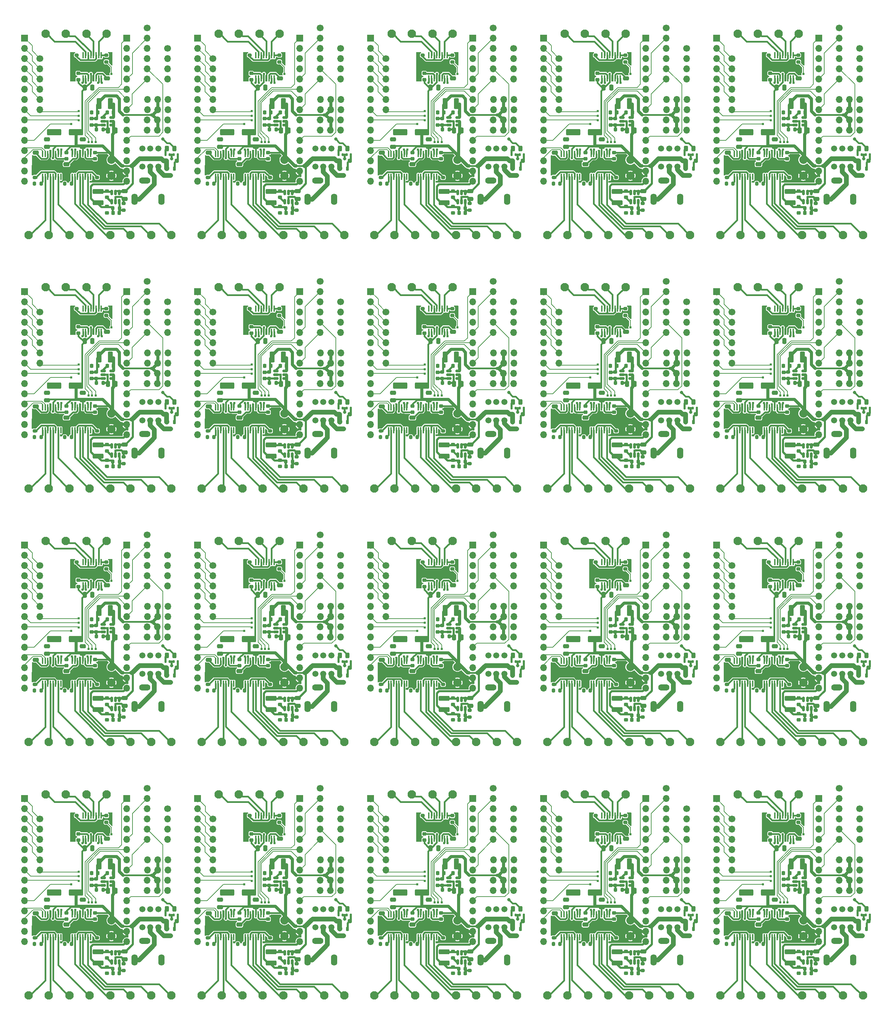
<source format=gbr>
%TF.GenerationSoftware,KiCad,Pcbnew,(7.0.0)*%
%TF.CreationDate,2023-04-25T01:58:54-04:00*%
%TF.ProjectId,NoU2-panelized2,4e6f5532-2d70-4616-9e65-6c697a656432,rev?*%
%TF.SameCoordinates,Original*%
%TF.FileFunction,Copper,L1,Top*%
%TF.FilePolarity,Positive*%
%FSLAX46Y46*%
G04 Gerber Fmt 4.6, Leading zero omitted, Abs format (unit mm)*
G04 Created by KiCad (PCBNEW (7.0.0)) date 2023-04-25 01:58:54*
%MOMM*%
%LPD*%
G01*
G04 APERTURE LIST*
G04 Aperture macros list*
%AMRoundRect*
0 Rectangle with rounded corners*
0 $1 Rounding radius*
0 $2 $3 $4 $5 $6 $7 $8 $9 X,Y pos of 4 corners*
0 Add a 4 corners polygon primitive as box body*
4,1,4,$2,$3,$4,$5,$6,$7,$8,$9,$2,$3,0*
0 Add four circle primitives for the rounded corners*
1,1,$1+$1,$2,$3*
1,1,$1+$1,$4,$5*
1,1,$1+$1,$6,$7*
1,1,$1+$1,$8,$9*
0 Add four rect primitives between the rounded corners*
20,1,$1+$1,$2,$3,$4,$5,0*
20,1,$1+$1,$4,$5,$6,$7,0*
20,1,$1+$1,$6,$7,$8,$9,0*
20,1,$1+$1,$8,$9,$2,$3,0*%
G04 Aperture macros list end*
%TA.AperFunction,ComponentPad*%
%ADD10C,2.100000*%
%TD*%
%TA.AperFunction,ComponentPad*%
%ADD11C,1.500000*%
%TD*%
%TA.AperFunction,ComponentPad*%
%ADD12O,1.700000X1.700000*%
%TD*%
%TA.AperFunction,SMDPad,CuDef*%
%ADD13RoundRect,0.100000X0.100000X-0.687500X0.100000X0.687500X-0.100000X0.687500X-0.100000X-0.687500X0*%
%TD*%
%TA.AperFunction,SMDPad,CuDef*%
%ADD14R,3.556000X2.540000*%
%TD*%
%TA.AperFunction,SMDPad,CuDef*%
%ADD15RoundRect,0.135000X0.135000X0.185000X-0.135000X0.185000X-0.135000X-0.185000X0.135000X-0.185000X0*%
%TD*%
%TA.AperFunction,SMDPad,CuDef*%
%ADD16RoundRect,0.200000X0.275000X-0.200000X0.275000X0.200000X-0.275000X0.200000X-0.275000X-0.200000X0*%
%TD*%
%TA.AperFunction,SMDPad,CuDef*%
%ADD17RoundRect,0.200000X-0.275000X0.200000X-0.275000X-0.200000X0.275000X-0.200000X0.275000X0.200000X0*%
%TD*%
%TA.AperFunction,ComponentPad*%
%ADD18R,1.700000X1.700000*%
%TD*%
%TA.AperFunction,SMDPad,CuDef*%
%ADD19RoundRect,0.150000X-0.512500X-0.150000X0.512500X-0.150000X0.512500X0.150000X-0.512500X0.150000X0*%
%TD*%
%TA.AperFunction,SMDPad,CuDef*%
%ADD20RoundRect,0.250000X-0.250000X-0.250000X0.250000X-0.250000X0.250000X0.250000X-0.250000X0.250000X0*%
%TD*%
%TA.AperFunction,SMDPad,CuDef*%
%ADD21RoundRect,0.135000X-0.135000X-0.185000X0.135000X-0.185000X0.135000X0.185000X-0.135000X0.185000X0*%
%TD*%
%TA.AperFunction,ComponentPad*%
%ADD22RoundRect,0.800000X0.000000X0.600000X0.000000X0.600000X0.000000X-0.600000X0.000000X-0.600000X0*%
%TD*%
%TA.AperFunction,ComponentPad*%
%ADD23RoundRect,0.800000X-0.600000X0.000000X-0.600000X0.000000X0.600000X0.000000X0.600000X0.000000X0*%
%TD*%
%TA.AperFunction,SMDPad,CuDef*%
%ADD24RoundRect,0.250000X1.500000X0.550000X-1.500000X0.550000X-1.500000X-0.550000X1.500000X-0.550000X0*%
%TD*%
%TA.AperFunction,SMDPad,CuDef*%
%ADD25RoundRect,0.150000X0.150000X-0.512500X0.150000X0.512500X-0.150000X0.512500X-0.150000X-0.512500X0*%
%TD*%
%TA.AperFunction,ComponentPad*%
%ADD26C,2.032000*%
%TD*%
%TA.AperFunction,ComponentPad*%
%ADD27C,1.700000*%
%TD*%
%TA.AperFunction,SMDPad,CuDef*%
%ADD28RoundRect,0.243750X-0.243750X-0.456250X0.243750X-0.456250X0.243750X0.456250X-0.243750X0.456250X0*%
%TD*%
%TA.AperFunction,SMDPad,CuDef*%
%ADD29RoundRect,0.100000X-0.100000X0.687500X-0.100000X-0.687500X0.100000X-0.687500X0.100000X0.687500X0*%
%TD*%
%TA.AperFunction,SMDPad,CuDef*%
%ADD30RoundRect,0.200000X0.200000X0.275000X-0.200000X0.275000X-0.200000X-0.275000X0.200000X-0.275000X0*%
%TD*%
%TA.AperFunction,SMDPad,CuDef*%
%ADD31RoundRect,0.200000X-0.200000X-0.275000X0.200000X-0.275000X0.200000X0.275000X-0.200000X0.275000X0*%
%TD*%
%TA.AperFunction,SMDPad,CuDef*%
%ADD32RoundRect,0.150000X-0.150000X0.400000X-0.150000X-0.400000X0.150000X-0.400000X0.150000X0.400000X0*%
%TD*%
%TA.AperFunction,SMDPad,CuDef*%
%ADD33RoundRect,0.250000X0.375000X1.075000X-0.375000X1.075000X-0.375000X-1.075000X0.375000X-1.075000X0*%
%TD*%
%TA.AperFunction,SMDPad,CuDef*%
%ADD34RoundRect,0.250000X-1.075000X0.375000X-1.075000X-0.375000X1.075000X-0.375000X1.075000X0.375000X0*%
%TD*%
%TA.AperFunction,SMDPad,CuDef*%
%ADD35RoundRect,0.250000X-0.250000X-0.475000X0.250000X-0.475000X0.250000X0.475000X-0.250000X0.475000X0*%
%TD*%
%TA.AperFunction,SMDPad,CuDef*%
%ADD36RoundRect,0.250000X0.475000X-0.250000X0.475000X0.250000X-0.475000X0.250000X-0.475000X-0.250000X0*%
%TD*%
%TA.AperFunction,SMDPad,CuDef*%
%ADD37RoundRect,0.225000X0.250000X-0.225000X0.250000X0.225000X-0.250000X0.225000X-0.250000X-0.225000X0*%
%TD*%
%TA.AperFunction,SMDPad,CuDef*%
%ADD38RoundRect,0.225000X-0.225000X-0.250000X0.225000X-0.250000X0.225000X0.250000X-0.225000X0.250000X0*%
%TD*%
%TA.AperFunction,SMDPad,CuDef*%
%ADD39RoundRect,0.225000X0.225000X0.250000X-0.225000X0.250000X-0.225000X-0.250000X0.225000X-0.250000X0*%
%TD*%
%TA.AperFunction,SMDPad,CuDef*%
%ADD40RoundRect,0.250000X-0.475000X0.250000X-0.475000X-0.250000X0.475000X-0.250000X0.475000X0.250000X0*%
%TD*%
%TA.AperFunction,SMDPad,CuDef*%
%ADD41RoundRect,0.225000X-0.250000X0.225000X-0.250000X-0.225000X0.250000X-0.225000X0.250000X0.225000X0*%
%TD*%
%TA.AperFunction,ViaPad*%
%ADD42C,0.609600*%
%TD*%
%TA.AperFunction,ViaPad*%
%ADD43C,0.800000*%
%TD*%
%TA.AperFunction,Conductor*%
%ADD44C,0.762000*%
%TD*%
%TA.AperFunction,Conductor*%
%ADD45C,0.398780*%
%TD*%
%TA.AperFunction,Conductor*%
%ADD46C,0.203200*%
%TD*%
%TA.AperFunction,Conductor*%
%ADD47C,0.863600*%
%TD*%
%TA.AperFunction,Conductor*%
%ADD48C,0.250000*%
%TD*%
%TA.AperFunction,Conductor*%
%ADD49C,1.200000*%
%TD*%
%TA.AperFunction,Conductor*%
%ADD50C,0.508000*%
%TD*%
%TA.AperFunction,Conductor*%
%ADD51C,0.431800*%
%TD*%
G04 APERTURE END LIST*
D10*
%TO.P,J19,1,Pin_1*%
%TO.N,Board_17-Net-(J19-Pin_1)*%
X99995695Y-194547743D03*
%TO.P,J19,2,Pin_2*%
%TO.N,Board_17-Net-(J19-Pin_2)*%
X104995695Y-194547743D03*
%TD*%
%TO.P,J19,1,Pin_1*%
%TO.N,Board_16-Net-(J19-Pin_1)*%
X56995695Y-194547743D03*
%TO.P,J19,2,Pin_2*%
%TO.N,Board_16-Net-(J19-Pin_2)*%
X61995695Y-194547743D03*
%TD*%
%TO.P,J19,1,Pin_1*%
%TO.N,Board_11-Net-(J19-Pin_1)*%
X56995695Y-131547743D03*
%TO.P,J19,2,Pin_2*%
%TO.N,Board_11-Net-(J19-Pin_2)*%
X61995695Y-131547743D03*
%TD*%
%TO.P,J19,1,Pin_1*%
%TO.N,Board_12-Net-(J19-Pin_1)*%
X99995695Y-131547743D03*
%TO.P,J19,2,Pin_2*%
%TO.N,Board_12-Net-(J19-Pin_2)*%
X104995695Y-131547743D03*
%TD*%
%TO.P,J19,1,Pin_1*%
%TO.N,Board_8-Net-(J19-Pin_1)*%
X142995695Y-68547743D03*
%TO.P,J19,2,Pin_2*%
%TO.N,Board_8-Net-(J19-Pin_2)*%
X147995695Y-68547743D03*
%TD*%
%TO.P,J19,1,Pin_1*%
%TO.N,Board_7-Net-(J19-Pin_1)*%
X99995695Y-68547743D03*
%TO.P,J19,2,Pin_2*%
%TO.N,Board_7-Net-(J19-Pin_2)*%
X104995695Y-68547743D03*
%TD*%
%TO.P,J19,1,Pin_1*%
%TO.N,Board_5-Net-(J19-Pin_1)*%
X13995695Y-68547743D03*
%TO.P,J19,2,Pin_2*%
%TO.N,Board_5-Net-(J19-Pin_2)*%
X18995695Y-68547743D03*
%TD*%
%TO.P,J19,1,Pin_1*%
%TO.N,Board_3-Net-(J19-Pin_1)*%
X142995695Y-5547743D03*
%TO.P,J19,2,Pin_2*%
%TO.N,Board_3-Net-(J19-Pin_2)*%
X147995695Y-5547743D03*
%TD*%
%TO.P,J19,1,Pin_1*%
%TO.N,Board_2-Net-(J19-Pin_1)*%
X99995695Y-5547743D03*
%TO.P,J19,2,Pin_2*%
%TO.N,Board_2-Net-(J19-Pin_2)*%
X104995695Y-5547743D03*
%TD*%
%TO.P,J19,1,Pin_1*%
%TO.N,Board_9-Net-(J19-Pin_1)*%
X185995695Y-68547743D03*
%TO.P,J19,2,Pin_2*%
%TO.N,Board_9-Net-(J19-Pin_2)*%
X190995695Y-68547743D03*
%TD*%
%TO.P,J19,1,Pin_1*%
%TO.N,Board_13-Net-(J19-Pin_1)*%
X142995695Y-131547743D03*
%TO.P,J19,2,Pin_2*%
%TO.N,Board_13-Net-(J19-Pin_2)*%
X147995695Y-131547743D03*
%TD*%
%TO.P,J19,1,Pin_1*%
%TO.N,Board_19-Net-(J19-Pin_1)*%
X185995695Y-194547743D03*
%TO.P,J19,2,Pin_2*%
%TO.N,Board_19-Net-(J19-Pin_2)*%
X190995695Y-194547743D03*
%TD*%
%TO.P,J19,1,Pin_1*%
%TO.N,Board_6-Net-(J19-Pin_1)*%
X56995695Y-68547743D03*
%TO.P,J19,2,Pin_2*%
%TO.N,Board_6-Net-(J19-Pin_2)*%
X61995695Y-68547743D03*
%TD*%
%TO.P,J19,1,Pin_1*%
%TO.N,Board_1-Net-(J19-Pin_1)*%
X56995695Y-5547743D03*
%TO.P,J19,2,Pin_2*%
%TO.N,Board_1-Net-(J19-Pin_2)*%
X61995695Y-5547743D03*
%TD*%
%TO.P,J19,1,Pin_1*%
%TO.N,Board_4-Net-(J19-Pin_1)*%
X185995695Y-5547743D03*
%TO.P,J19,2,Pin_2*%
%TO.N,Board_4-Net-(J19-Pin_2)*%
X190995695Y-5547743D03*
%TD*%
%TO.P,J19,1,Pin_1*%
%TO.N,Board_0-Net-(J19-Pin_1)*%
X13995695Y-5547743D03*
%TO.P,J19,2,Pin_2*%
%TO.N,Board_0-Net-(J19-Pin_2)*%
X18995695Y-5547743D03*
%TD*%
%TO.P,J19,1,Pin_1*%
%TO.N,Board_14-Net-(J19-Pin_1)*%
X185995695Y-131547743D03*
%TO.P,J19,2,Pin_2*%
%TO.N,Board_14-Net-(J19-Pin_2)*%
X190995695Y-131547743D03*
%TD*%
%TO.P,J19,1,Pin_1*%
%TO.N,Board_18-Net-(J19-Pin_1)*%
X142995695Y-194547743D03*
%TO.P,J19,2,Pin_2*%
%TO.N,Board_18-Net-(J19-Pin_2)*%
X147995695Y-194547743D03*
%TD*%
%TO.P,J19,1,Pin_1*%
%TO.N,Board_15-Net-(J19-Pin_1)*%
X13995695Y-194547743D03*
%TO.P,J19,2,Pin_2*%
%TO.N,Board_15-Net-(J19-Pin_2)*%
X18995695Y-194547743D03*
%TD*%
%TO.P,J19,1,Pin_1*%
%TO.N,Board_10-Net-(J19-Pin_1)*%
X13995695Y-131547743D03*
%TO.P,J19,2,Pin_2*%
%TO.N,Board_10-Net-(J19-Pin_2)*%
X18995695Y-131547743D03*
%TD*%
D11*
%TO.P,U4,1,1*%
%TO.N,Board_12-unconnected-(U4-Pad1)*%
X124021000Y-160072000D03*
%TO.P,U4,2,2*%
%TO.N,Board_12-unconnected-(U4-Pad2)*%
X126021000Y-160072000D03*
%TO.P,U4,3,3*%
%TO.N,Board_12-unconnected-(U4-Pad3)*%
X128021000Y-160072000D03*
%TO.P,U4,4,4*%
%TO.N,Board_12-unconnected-(U4-Pad4)*%
X124021000Y-164572000D03*
%TO.P,U4,5,5*%
%TO.N,Board_12-Net-(J10-Pad1)*%
X126021000Y-164572000D03*
%TO.P,U4,6,6*%
%TO.N,Board_12-Net-(Q1-D)*%
X128021000Y-164572000D03*
%TD*%
%TO.P,U4,1,1*%
%TO.N,Board_19-unconnected-(U4-Pad1)*%
X210021000Y-223072000D03*
%TO.P,U4,2,2*%
%TO.N,Board_19-unconnected-(U4-Pad2)*%
X212021000Y-223072000D03*
%TO.P,U4,3,3*%
%TO.N,Board_19-unconnected-(U4-Pad3)*%
X214021000Y-223072000D03*
%TO.P,U4,4,4*%
%TO.N,Board_19-unconnected-(U4-Pad4)*%
X210021000Y-227572000D03*
%TO.P,U4,5,5*%
%TO.N,Board_19-Net-(J10-Pad1)*%
X212021000Y-227572000D03*
%TO.P,U4,6,6*%
%TO.N,Board_19-Net-(Q1-D)*%
X214021000Y-227572000D03*
%TD*%
%TO.P,U4,1,1*%
%TO.N,Board_17-unconnected-(U4-Pad1)*%
X124021000Y-223072000D03*
%TO.P,U4,2,2*%
%TO.N,Board_17-unconnected-(U4-Pad2)*%
X126021000Y-223072000D03*
%TO.P,U4,3,3*%
%TO.N,Board_17-unconnected-(U4-Pad3)*%
X128021000Y-223072000D03*
%TO.P,U4,4,4*%
%TO.N,Board_17-unconnected-(U4-Pad4)*%
X124021000Y-227572000D03*
%TO.P,U4,5,5*%
%TO.N,Board_17-Net-(J10-Pad1)*%
X126021000Y-227572000D03*
%TO.P,U4,6,6*%
%TO.N,Board_17-Net-(Q1-D)*%
X128021000Y-227572000D03*
%TD*%
%TO.P,U4,1,1*%
%TO.N,Board_15-unconnected-(U4-Pad1)*%
X38021000Y-223072000D03*
%TO.P,U4,2,2*%
%TO.N,Board_15-unconnected-(U4-Pad2)*%
X40021000Y-223072000D03*
%TO.P,U4,3,3*%
%TO.N,Board_15-unconnected-(U4-Pad3)*%
X42021000Y-223072000D03*
%TO.P,U4,4,4*%
%TO.N,Board_15-unconnected-(U4-Pad4)*%
X38021000Y-227572000D03*
%TO.P,U4,5,5*%
%TO.N,Board_15-Net-(J10-Pad1)*%
X40021000Y-227572000D03*
%TO.P,U4,6,6*%
%TO.N,Board_15-Net-(Q1-D)*%
X42021000Y-227572000D03*
%TD*%
%TO.P,U4,1,1*%
%TO.N,Board_10-unconnected-(U4-Pad1)*%
X38021000Y-160072000D03*
%TO.P,U4,2,2*%
%TO.N,Board_10-unconnected-(U4-Pad2)*%
X40021000Y-160072000D03*
%TO.P,U4,3,3*%
%TO.N,Board_10-unconnected-(U4-Pad3)*%
X42021000Y-160072000D03*
%TO.P,U4,4,4*%
%TO.N,Board_10-unconnected-(U4-Pad4)*%
X38021000Y-164572000D03*
%TO.P,U4,5,5*%
%TO.N,Board_10-Net-(J10-Pad1)*%
X40021000Y-164572000D03*
%TO.P,U4,6,6*%
%TO.N,Board_10-Net-(Q1-D)*%
X42021000Y-164572000D03*
%TD*%
%TO.P,U4,1,1*%
%TO.N,Board_8-unconnected-(U4-Pad1)*%
X167021000Y-97072000D03*
%TO.P,U4,2,2*%
%TO.N,Board_8-unconnected-(U4-Pad2)*%
X169021000Y-97072000D03*
%TO.P,U4,3,3*%
%TO.N,Board_8-unconnected-(U4-Pad3)*%
X171021000Y-97072000D03*
%TO.P,U4,4,4*%
%TO.N,Board_8-unconnected-(U4-Pad4)*%
X167021000Y-101572000D03*
%TO.P,U4,5,5*%
%TO.N,Board_8-Net-(J10-Pad1)*%
X169021000Y-101572000D03*
%TO.P,U4,6,6*%
%TO.N,Board_8-Net-(Q1-D)*%
X171021000Y-101572000D03*
%TD*%
%TO.P,U4,1,1*%
%TO.N,Board_16-unconnected-(U4-Pad1)*%
X81021000Y-223072000D03*
%TO.P,U4,2,2*%
%TO.N,Board_16-unconnected-(U4-Pad2)*%
X83021000Y-223072000D03*
%TO.P,U4,3,3*%
%TO.N,Board_16-unconnected-(U4-Pad3)*%
X85021000Y-223072000D03*
%TO.P,U4,4,4*%
%TO.N,Board_16-unconnected-(U4-Pad4)*%
X81021000Y-227572000D03*
%TO.P,U4,5,5*%
%TO.N,Board_16-Net-(J10-Pad1)*%
X83021000Y-227572000D03*
%TO.P,U4,6,6*%
%TO.N,Board_16-Net-(Q1-D)*%
X85021000Y-227572000D03*
%TD*%
%TO.P,U4,1,1*%
%TO.N,Board_14-unconnected-(U4-Pad1)*%
X210021000Y-160072000D03*
%TO.P,U4,2,2*%
%TO.N,Board_14-unconnected-(U4-Pad2)*%
X212021000Y-160072000D03*
%TO.P,U4,3,3*%
%TO.N,Board_14-unconnected-(U4-Pad3)*%
X214021000Y-160072000D03*
%TO.P,U4,4,4*%
%TO.N,Board_14-unconnected-(U4-Pad4)*%
X210021000Y-164572000D03*
%TO.P,U4,5,5*%
%TO.N,Board_14-Net-(J10-Pad1)*%
X212021000Y-164572000D03*
%TO.P,U4,6,6*%
%TO.N,Board_14-Net-(Q1-D)*%
X214021000Y-164572000D03*
%TD*%
%TO.P,U4,1,1*%
%TO.N,Board_11-unconnected-(U4-Pad1)*%
X81021000Y-160072000D03*
%TO.P,U4,2,2*%
%TO.N,Board_11-unconnected-(U4-Pad2)*%
X83021000Y-160072000D03*
%TO.P,U4,3,3*%
%TO.N,Board_11-unconnected-(U4-Pad3)*%
X85021000Y-160072000D03*
%TO.P,U4,4,4*%
%TO.N,Board_11-unconnected-(U4-Pad4)*%
X81021000Y-164572000D03*
%TO.P,U4,5,5*%
%TO.N,Board_11-Net-(J10-Pad1)*%
X83021000Y-164572000D03*
%TO.P,U4,6,6*%
%TO.N,Board_11-Net-(Q1-D)*%
X85021000Y-164572000D03*
%TD*%
%TO.P,U4,1,1*%
%TO.N,Board_18-unconnected-(U4-Pad1)*%
X167021000Y-223072000D03*
%TO.P,U4,2,2*%
%TO.N,Board_18-unconnected-(U4-Pad2)*%
X169021000Y-223072000D03*
%TO.P,U4,3,3*%
%TO.N,Board_18-unconnected-(U4-Pad3)*%
X171021000Y-223072000D03*
%TO.P,U4,4,4*%
%TO.N,Board_18-unconnected-(U4-Pad4)*%
X167021000Y-227572000D03*
%TO.P,U4,5,5*%
%TO.N,Board_18-Net-(J10-Pad1)*%
X169021000Y-227572000D03*
%TO.P,U4,6,6*%
%TO.N,Board_18-Net-(Q1-D)*%
X171021000Y-227572000D03*
%TD*%
%TO.P,U4,1,1*%
%TO.N,Board_3-unconnected-(U4-Pad1)*%
X167021000Y-34072000D03*
%TO.P,U4,2,2*%
%TO.N,Board_3-unconnected-(U4-Pad2)*%
X169021000Y-34072000D03*
%TO.P,U4,3,3*%
%TO.N,Board_3-unconnected-(U4-Pad3)*%
X171021000Y-34072000D03*
%TO.P,U4,4,4*%
%TO.N,Board_3-unconnected-(U4-Pad4)*%
X167021000Y-38572000D03*
%TO.P,U4,5,5*%
%TO.N,Board_3-Net-(J10-Pad1)*%
X169021000Y-38572000D03*
%TO.P,U4,6,6*%
%TO.N,Board_3-Net-(Q1-D)*%
X171021000Y-38572000D03*
%TD*%
%TO.P,U4,1,1*%
%TO.N,Board_2-unconnected-(U4-Pad1)*%
X124021000Y-34072000D03*
%TO.P,U4,2,2*%
%TO.N,Board_2-unconnected-(U4-Pad2)*%
X126021000Y-34072000D03*
%TO.P,U4,3,3*%
%TO.N,Board_2-unconnected-(U4-Pad3)*%
X128021000Y-34072000D03*
%TO.P,U4,4,4*%
%TO.N,Board_2-unconnected-(U4-Pad4)*%
X124021000Y-38572000D03*
%TO.P,U4,5,5*%
%TO.N,Board_2-Net-(J10-Pad1)*%
X126021000Y-38572000D03*
%TO.P,U4,6,6*%
%TO.N,Board_2-Net-(Q1-D)*%
X128021000Y-38572000D03*
%TD*%
%TO.P,U4,1,1*%
%TO.N,Board_0-unconnected-(U4-Pad1)*%
X38021000Y-34072000D03*
%TO.P,U4,2,2*%
%TO.N,Board_0-unconnected-(U4-Pad2)*%
X40021000Y-34072000D03*
%TO.P,U4,3,3*%
%TO.N,Board_0-unconnected-(U4-Pad3)*%
X42021000Y-34072000D03*
%TO.P,U4,4,4*%
%TO.N,Board_0-unconnected-(U4-Pad4)*%
X38021000Y-38572000D03*
%TO.P,U4,5,5*%
%TO.N,Board_0-Net-(J10-Pad1)*%
X40021000Y-38572000D03*
%TO.P,U4,6,6*%
%TO.N,Board_0-Net-(Q1-D)*%
X42021000Y-38572000D03*
%TD*%
%TO.P,U4,1,1*%
%TO.N,Board_9-unconnected-(U4-Pad1)*%
X210021000Y-97072000D03*
%TO.P,U4,2,2*%
%TO.N,Board_9-unconnected-(U4-Pad2)*%
X212021000Y-97072000D03*
%TO.P,U4,3,3*%
%TO.N,Board_9-unconnected-(U4-Pad3)*%
X214021000Y-97072000D03*
%TO.P,U4,4,4*%
%TO.N,Board_9-unconnected-(U4-Pad4)*%
X210021000Y-101572000D03*
%TO.P,U4,5,5*%
%TO.N,Board_9-Net-(J10-Pad1)*%
X212021000Y-101572000D03*
%TO.P,U4,6,6*%
%TO.N,Board_9-Net-(Q1-D)*%
X214021000Y-101572000D03*
%TD*%
%TO.P,U4,1,1*%
%TO.N,Board_5-unconnected-(U4-Pad1)*%
X38021000Y-97072000D03*
%TO.P,U4,2,2*%
%TO.N,Board_5-unconnected-(U4-Pad2)*%
X40021000Y-97072000D03*
%TO.P,U4,3,3*%
%TO.N,Board_5-unconnected-(U4-Pad3)*%
X42021000Y-97072000D03*
%TO.P,U4,4,4*%
%TO.N,Board_5-unconnected-(U4-Pad4)*%
X38021000Y-101572000D03*
%TO.P,U4,5,5*%
%TO.N,Board_5-Net-(J10-Pad1)*%
X40021000Y-101572000D03*
%TO.P,U4,6,6*%
%TO.N,Board_5-Net-(Q1-D)*%
X42021000Y-101572000D03*
%TD*%
%TO.P,U4,1,1*%
%TO.N,Board_4-unconnected-(U4-Pad1)*%
X210021000Y-34072000D03*
%TO.P,U4,2,2*%
%TO.N,Board_4-unconnected-(U4-Pad2)*%
X212021000Y-34072000D03*
%TO.P,U4,3,3*%
%TO.N,Board_4-unconnected-(U4-Pad3)*%
X214021000Y-34072000D03*
%TO.P,U4,4,4*%
%TO.N,Board_4-unconnected-(U4-Pad4)*%
X210021000Y-38572000D03*
%TO.P,U4,5,5*%
%TO.N,Board_4-Net-(J10-Pad1)*%
X212021000Y-38572000D03*
%TO.P,U4,6,6*%
%TO.N,Board_4-Net-(Q1-D)*%
X214021000Y-38572000D03*
%TD*%
%TO.P,U4,1,1*%
%TO.N,Board_13-unconnected-(U4-Pad1)*%
X167021000Y-160072000D03*
%TO.P,U4,2,2*%
%TO.N,Board_13-unconnected-(U4-Pad2)*%
X169021000Y-160072000D03*
%TO.P,U4,3,3*%
%TO.N,Board_13-unconnected-(U4-Pad3)*%
X171021000Y-160072000D03*
%TO.P,U4,4,4*%
%TO.N,Board_13-unconnected-(U4-Pad4)*%
X167021000Y-164572000D03*
%TO.P,U4,5,5*%
%TO.N,Board_13-Net-(J10-Pad1)*%
X169021000Y-164572000D03*
%TO.P,U4,6,6*%
%TO.N,Board_13-Net-(Q1-D)*%
X171021000Y-164572000D03*
%TD*%
%TO.P,U4,1,1*%
%TO.N,Board_1-unconnected-(U4-Pad1)*%
X81021000Y-34072000D03*
%TO.P,U4,2,2*%
%TO.N,Board_1-unconnected-(U4-Pad2)*%
X83021000Y-34072000D03*
%TO.P,U4,3,3*%
%TO.N,Board_1-unconnected-(U4-Pad3)*%
X85021000Y-34072000D03*
%TO.P,U4,4,4*%
%TO.N,Board_1-unconnected-(U4-Pad4)*%
X81021000Y-38572000D03*
%TO.P,U4,5,5*%
%TO.N,Board_1-Net-(J10-Pad1)*%
X83021000Y-38572000D03*
%TO.P,U4,6,6*%
%TO.N,Board_1-Net-(Q1-D)*%
X85021000Y-38572000D03*
%TD*%
%TO.P,U4,1,1*%
%TO.N,Board_7-unconnected-(U4-Pad1)*%
X124021000Y-97072000D03*
%TO.P,U4,2,2*%
%TO.N,Board_7-unconnected-(U4-Pad2)*%
X126021000Y-97072000D03*
%TO.P,U4,3,3*%
%TO.N,Board_7-unconnected-(U4-Pad3)*%
X128021000Y-97072000D03*
%TO.P,U4,4,4*%
%TO.N,Board_7-unconnected-(U4-Pad4)*%
X124021000Y-101572000D03*
%TO.P,U4,5,5*%
%TO.N,Board_7-Net-(J10-Pad1)*%
X126021000Y-101572000D03*
%TO.P,U4,6,6*%
%TO.N,Board_7-Net-(Q1-D)*%
X128021000Y-101572000D03*
%TD*%
%TO.P,U4,1,1*%
%TO.N,Board_6-unconnected-(U4-Pad1)*%
X81021000Y-97072000D03*
%TO.P,U4,2,2*%
%TO.N,Board_6-unconnected-(U4-Pad2)*%
X83021000Y-97072000D03*
%TO.P,U4,3,3*%
%TO.N,Board_6-unconnected-(U4-Pad3)*%
X85021000Y-97072000D03*
%TO.P,U4,4,4*%
%TO.N,Board_6-unconnected-(U4-Pad4)*%
X81021000Y-101572000D03*
%TO.P,U4,5,5*%
%TO.N,Board_6-Net-(J10-Pad1)*%
X83021000Y-101572000D03*
%TO.P,U4,6,6*%
%TO.N,Board_6-Net-(Q1-D)*%
X85021000Y-101572000D03*
%TD*%
D12*
%TO.P,U18,1,5V*%
%TO.N,Board_15-5V*%
X41798999Y-215923999D03*
X41798999Y-218463999D03*
%TO.P,U18,2,GND*%
%TO.N,Board_15-GND*%
X44338999Y-215923999D03*
X44338999Y-218463999D03*
%TO.P,U18,3,srv1*%
%TO.N,Board_15-SRV2*%
X39258999Y-215923999D03*
%TO.P,U18,4,srv2*%
%TO.N,Board_15-SRV1*%
X39258999Y-218463999D03*
%TD*%
%TO.P,U18,1,5V*%
%TO.N,Board_17-5V*%
X127798999Y-215923999D03*
X127798999Y-218463999D03*
%TO.P,U18,2,GND*%
%TO.N,Board_17-GND*%
X130338999Y-215923999D03*
X130338999Y-218463999D03*
%TO.P,U18,3,srv1*%
%TO.N,Board_17-SRV2*%
X125258999Y-215923999D03*
%TO.P,U18,4,srv2*%
%TO.N,Board_17-SRV1*%
X125258999Y-218463999D03*
%TD*%
%TO.P,U18,1,5V*%
%TO.N,Board_18-5V*%
X170798999Y-215923999D03*
X170798999Y-218463999D03*
%TO.P,U18,2,GND*%
%TO.N,Board_18-GND*%
X173338999Y-215923999D03*
X173338999Y-218463999D03*
%TO.P,U18,3,srv1*%
%TO.N,Board_18-SRV2*%
X168258999Y-215923999D03*
%TO.P,U18,4,srv2*%
%TO.N,Board_18-SRV1*%
X168258999Y-218463999D03*
%TD*%
%TO.P,U18,1,5V*%
%TO.N,Board_16-5V*%
X84798999Y-215923999D03*
X84798999Y-218463999D03*
%TO.P,U18,2,GND*%
%TO.N,Board_16-GND*%
X87338999Y-215923999D03*
X87338999Y-218463999D03*
%TO.P,U18,3,srv1*%
%TO.N,Board_16-SRV2*%
X82258999Y-215923999D03*
%TO.P,U18,4,srv2*%
%TO.N,Board_16-SRV1*%
X82258999Y-218463999D03*
%TD*%
%TO.P,U18,1,5V*%
%TO.N,Board_14-5V*%
X213798999Y-152923999D03*
X213798999Y-155463999D03*
%TO.P,U18,2,GND*%
%TO.N,Board_14-GND*%
X216338999Y-152923999D03*
X216338999Y-155463999D03*
%TO.P,U18,3,srv1*%
%TO.N,Board_14-SRV2*%
X211258999Y-152923999D03*
%TO.P,U18,4,srv2*%
%TO.N,Board_14-SRV1*%
X211258999Y-155463999D03*
%TD*%
%TO.P,U18,1,5V*%
%TO.N,Board_8-5V*%
X170798999Y-89923999D03*
X170798999Y-92463999D03*
%TO.P,U18,2,GND*%
%TO.N,Board_8-GND*%
X173338999Y-89923999D03*
X173338999Y-92463999D03*
%TO.P,U18,3,srv1*%
%TO.N,Board_8-SRV2*%
X168258999Y-89923999D03*
%TO.P,U18,4,srv2*%
%TO.N,Board_8-SRV1*%
X168258999Y-92463999D03*
%TD*%
%TO.P,U18,1,5V*%
%TO.N,Board_4-5V*%
X213798999Y-26923999D03*
X213798999Y-29463999D03*
%TO.P,U18,2,GND*%
%TO.N,Board_4-GND*%
X216338999Y-26923999D03*
X216338999Y-29463999D03*
%TO.P,U18,3,srv1*%
%TO.N,Board_4-SRV2*%
X211258999Y-26923999D03*
%TO.P,U18,4,srv2*%
%TO.N,Board_4-SRV1*%
X211258999Y-29463999D03*
%TD*%
%TO.P,U18,1,5V*%
%TO.N,Board_3-5V*%
X170798999Y-26923999D03*
X170798999Y-29463999D03*
%TO.P,U18,2,GND*%
%TO.N,Board_3-GND*%
X173338999Y-26923999D03*
X173338999Y-29463999D03*
%TO.P,U18,3,srv1*%
%TO.N,Board_3-SRV2*%
X168258999Y-26923999D03*
%TO.P,U18,4,srv2*%
%TO.N,Board_3-SRV1*%
X168258999Y-29463999D03*
%TD*%
%TO.P,U18,1,5V*%
%TO.N,Board_1-5V*%
X84798999Y-26923999D03*
X84798999Y-29463999D03*
%TO.P,U18,2,GND*%
%TO.N,Board_1-GND*%
X87338999Y-26923999D03*
X87338999Y-29463999D03*
%TO.P,U18,3,srv1*%
%TO.N,Board_1-SRV2*%
X82258999Y-26923999D03*
%TO.P,U18,4,srv2*%
%TO.N,Board_1-SRV1*%
X82258999Y-29463999D03*
%TD*%
%TO.P,U18,1,5V*%
%TO.N,Board_5-5V*%
X41798999Y-89923999D03*
X41798999Y-92463999D03*
%TO.P,U18,2,GND*%
%TO.N,Board_5-GND*%
X44338999Y-89923999D03*
X44338999Y-92463999D03*
%TO.P,U18,3,srv1*%
%TO.N,Board_5-SRV2*%
X39258999Y-89923999D03*
%TO.P,U18,4,srv2*%
%TO.N,Board_5-SRV1*%
X39258999Y-92463999D03*
%TD*%
%TO.P,U18,1,5V*%
%TO.N,Board_13-5V*%
X170798999Y-152923999D03*
X170798999Y-155463999D03*
%TO.P,U18,2,GND*%
%TO.N,Board_13-GND*%
X173338999Y-152923999D03*
X173338999Y-155463999D03*
%TO.P,U18,3,srv1*%
%TO.N,Board_13-SRV2*%
X168258999Y-152923999D03*
%TO.P,U18,4,srv2*%
%TO.N,Board_13-SRV1*%
X168258999Y-155463999D03*
%TD*%
%TO.P,U18,1,5V*%
%TO.N,Board_10-5V*%
X41798999Y-152923999D03*
X41798999Y-155463999D03*
%TO.P,U18,2,GND*%
%TO.N,Board_10-GND*%
X44338999Y-152923999D03*
X44338999Y-155463999D03*
%TO.P,U18,3,srv1*%
%TO.N,Board_10-SRV2*%
X39258999Y-152923999D03*
%TO.P,U18,4,srv2*%
%TO.N,Board_10-SRV1*%
X39258999Y-155463999D03*
%TD*%
%TO.P,U18,1,5V*%
%TO.N,Board_0-5V*%
X41798999Y-26923999D03*
X41798999Y-29463999D03*
%TO.P,U18,2,GND*%
%TO.N,Board_0-GND*%
X44338999Y-26923999D03*
X44338999Y-29463999D03*
%TO.P,U18,3,srv1*%
%TO.N,Board_0-SRV2*%
X39258999Y-26923999D03*
%TO.P,U18,4,srv2*%
%TO.N,Board_0-SRV1*%
X39258999Y-29463999D03*
%TD*%
%TO.P,U18,1,5V*%
%TO.N,Board_7-5V*%
X127798999Y-89923999D03*
X127798999Y-92463999D03*
%TO.P,U18,2,GND*%
%TO.N,Board_7-GND*%
X130338999Y-89923999D03*
X130338999Y-92463999D03*
%TO.P,U18,3,srv1*%
%TO.N,Board_7-SRV2*%
X125258999Y-89923999D03*
%TO.P,U18,4,srv2*%
%TO.N,Board_7-SRV1*%
X125258999Y-92463999D03*
%TD*%
%TO.P,U18,1,5V*%
%TO.N,Board_19-5V*%
X213798999Y-215923999D03*
X213798999Y-218463999D03*
%TO.P,U18,2,GND*%
%TO.N,Board_19-GND*%
X216338999Y-215923999D03*
X216338999Y-218463999D03*
%TO.P,U18,3,srv1*%
%TO.N,Board_19-SRV2*%
X211258999Y-215923999D03*
%TO.P,U18,4,srv2*%
%TO.N,Board_19-SRV1*%
X211258999Y-218463999D03*
%TD*%
%TO.P,U18,1,5V*%
%TO.N,Board_12-5V*%
X127798999Y-152923999D03*
X127798999Y-155463999D03*
%TO.P,U18,2,GND*%
%TO.N,Board_12-GND*%
X130338999Y-152923999D03*
X130338999Y-155463999D03*
%TO.P,U18,3,srv1*%
%TO.N,Board_12-SRV2*%
X125258999Y-152923999D03*
%TO.P,U18,4,srv2*%
%TO.N,Board_12-SRV1*%
X125258999Y-155463999D03*
%TD*%
%TO.P,U18,1,5V*%
%TO.N,Board_11-5V*%
X84798999Y-152923999D03*
X84798999Y-155463999D03*
%TO.P,U18,2,GND*%
%TO.N,Board_11-GND*%
X87338999Y-152923999D03*
X87338999Y-155463999D03*
%TO.P,U18,3,srv1*%
%TO.N,Board_11-SRV2*%
X82258999Y-152923999D03*
%TO.P,U18,4,srv2*%
%TO.N,Board_11-SRV1*%
X82258999Y-155463999D03*
%TD*%
%TO.P,U18,1,5V*%
%TO.N,Board_9-5V*%
X213798999Y-89923999D03*
X213798999Y-92463999D03*
%TO.P,U18,2,GND*%
%TO.N,Board_9-GND*%
X216338999Y-89923999D03*
X216338999Y-92463999D03*
%TO.P,U18,3,srv1*%
%TO.N,Board_9-SRV2*%
X211258999Y-89923999D03*
%TO.P,U18,4,srv2*%
%TO.N,Board_9-SRV1*%
X211258999Y-92463999D03*
%TD*%
%TO.P,U18,1,5V*%
%TO.N,Board_6-5V*%
X84798999Y-89923999D03*
X84798999Y-92463999D03*
%TO.P,U18,2,GND*%
%TO.N,Board_6-GND*%
X87338999Y-89923999D03*
X87338999Y-92463999D03*
%TO.P,U18,3,srv1*%
%TO.N,Board_6-SRV2*%
X82258999Y-89923999D03*
%TO.P,U18,4,srv2*%
%TO.N,Board_6-SRV1*%
X82258999Y-92463999D03*
%TD*%
%TO.P,U18,1,5V*%
%TO.N,Board_2-5V*%
X127798999Y-26923999D03*
X127798999Y-29463999D03*
%TO.P,U18,2,GND*%
%TO.N,Board_2-GND*%
X130338999Y-26923999D03*
X130338999Y-29463999D03*
%TO.P,U18,3,srv1*%
%TO.N,Board_2-SRV2*%
X125258999Y-26923999D03*
%TO.P,U18,4,srv2*%
%TO.N,Board_2-SRV1*%
X125258999Y-29463999D03*
%TD*%
D13*
%TO.P,U1,1,nSLEEP*%
%TO.N,Board_19-Net-(U1-nSLEEP)*%
X185216966Y-230084845D03*
%TO.P,U1,2,AOUT1*%
%TO.N,Board_19-Net-(J11-Pin_2)*%
X185866966Y-230084845D03*
%TO.P,U1,3,AISEN*%
%TO.N,Board_19-Net-(U1-AISEN)*%
X186516966Y-230084845D03*
%TO.P,U1,4,AOUT2*%
%TO.N,Board_19-Net-(J11-Pin_1)*%
X187166966Y-230084845D03*
%TO.P,U1,5,BOUT2*%
%TO.N,Board_19-Net-(J15-Pin_2)*%
X187816966Y-230084845D03*
%TO.P,U1,6,BISEN*%
%TO.N,Board_19-Net-(U1-AISEN)*%
X188466966Y-230084845D03*
%TO.P,U1,7,BOUT1*%
%TO.N,Board_19-Net-(J15-Pin_1)*%
X189116966Y-230084845D03*
%TO.P,U1,8,nFAULT*%
%TO.N,Board_19-unconnected-(U1-nFAULT-Pad8)*%
X189766966Y-230084845D03*
%TO.P,U1,9,BIN1*%
%TO.N,Board_19-M2B*%
X189766966Y-224359845D03*
%TO.P,U1,10,BIN2*%
%TO.N,Board_19-M2A*%
X189116966Y-224359845D03*
%TO.P,U1,11,VCP*%
%TO.N,Board_19-Net-(U1-VCP)*%
X188466966Y-224359845D03*
%TO.P,U1,12,VM*%
%TO.N,Board_19-VIN*%
X187816966Y-224359845D03*
%TO.P,U1,13,GND*%
%TO.N,Board_19-GND*%
X187166966Y-224359845D03*
%TO.P,U1,14,VINT*%
%TO.N,Board_19-Net-(U1-VINT)*%
X186516966Y-224359845D03*
%TO.P,U1,15,AIN2*%
%TO.N,Board_19-M1B*%
X185866966Y-224359845D03*
%TO.P,U1,16,AIN1*%
%TO.N,Board_19-M1A*%
X185216966Y-224359845D03*
D14*
%TO.P,U1,17,GND(PPAD)*%
%TO.N,Board_19-GND*%
X187491965Y-227222344D03*
%TD*%
D13*
%TO.P,U1,1,nSLEEP*%
%TO.N,Board_17-Net-(U1-nSLEEP)*%
X99216966Y-230084845D03*
%TO.P,U1,2,AOUT1*%
%TO.N,Board_17-Net-(J11-Pin_2)*%
X99866966Y-230084845D03*
%TO.P,U1,3,AISEN*%
%TO.N,Board_17-Net-(U1-AISEN)*%
X100516966Y-230084845D03*
%TO.P,U1,4,AOUT2*%
%TO.N,Board_17-Net-(J11-Pin_1)*%
X101166966Y-230084845D03*
%TO.P,U1,5,BOUT2*%
%TO.N,Board_17-Net-(J15-Pin_2)*%
X101816966Y-230084845D03*
%TO.P,U1,6,BISEN*%
%TO.N,Board_17-Net-(U1-AISEN)*%
X102466966Y-230084845D03*
%TO.P,U1,7,BOUT1*%
%TO.N,Board_17-Net-(J15-Pin_1)*%
X103116966Y-230084845D03*
%TO.P,U1,8,nFAULT*%
%TO.N,Board_17-unconnected-(U1-nFAULT-Pad8)*%
X103766966Y-230084845D03*
%TO.P,U1,9,BIN1*%
%TO.N,Board_17-M2B*%
X103766966Y-224359845D03*
%TO.P,U1,10,BIN2*%
%TO.N,Board_17-M2A*%
X103116966Y-224359845D03*
%TO.P,U1,11,VCP*%
%TO.N,Board_17-Net-(U1-VCP)*%
X102466966Y-224359845D03*
%TO.P,U1,12,VM*%
%TO.N,Board_17-VIN*%
X101816966Y-224359845D03*
%TO.P,U1,13,GND*%
%TO.N,Board_17-GND*%
X101166966Y-224359845D03*
%TO.P,U1,14,VINT*%
%TO.N,Board_17-Net-(U1-VINT)*%
X100516966Y-224359845D03*
%TO.P,U1,15,AIN2*%
%TO.N,Board_17-M1B*%
X99866966Y-224359845D03*
%TO.P,U1,16,AIN1*%
%TO.N,Board_17-M1A*%
X99216966Y-224359845D03*
D14*
%TO.P,U1,17,GND(PPAD)*%
%TO.N,Board_17-GND*%
X101491965Y-227222344D03*
%TD*%
D13*
%TO.P,U1,1,nSLEEP*%
%TO.N,Board_18-Net-(U1-nSLEEP)*%
X142216966Y-230084845D03*
%TO.P,U1,2,AOUT1*%
%TO.N,Board_18-Net-(J11-Pin_2)*%
X142866966Y-230084845D03*
%TO.P,U1,3,AISEN*%
%TO.N,Board_18-Net-(U1-AISEN)*%
X143516966Y-230084845D03*
%TO.P,U1,4,AOUT2*%
%TO.N,Board_18-Net-(J11-Pin_1)*%
X144166966Y-230084845D03*
%TO.P,U1,5,BOUT2*%
%TO.N,Board_18-Net-(J15-Pin_2)*%
X144816966Y-230084845D03*
%TO.P,U1,6,BISEN*%
%TO.N,Board_18-Net-(U1-AISEN)*%
X145466966Y-230084845D03*
%TO.P,U1,7,BOUT1*%
%TO.N,Board_18-Net-(J15-Pin_1)*%
X146116966Y-230084845D03*
%TO.P,U1,8,nFAULT*%
%TO.N,Board_18-unconnected-(U1-nFAULT-Pad8)*%
X146766966Y-230084845D03*
%TO.P,U1,9,BIN1*%
%TO.N,Board_18-M2B*%
X146766966Y-224359845D03*
%TO.P,U1,10,BIN2*%
%TO.N,Board_18-M2A*%
X146116966Y-224359845D03*
%TO.P,U1,11,VCP*%
%TO.N,Board_18-Net-(U1-VCP)*%
X145466966Y-224359845D03*
%TO.P,U1,12,VM*%
%TO.N,Board_18-VIN*%
X144816966Y-224359845D03*
%TO.P,U1,13,GND*%
%TO.N,Board_18-GND*%
X144166966Y-224359845D03*
%TO.P,U1,14,VINT*%
%TO.N,Board_18-Net-(U1-VINT)*%
X143516966Y-224359845D03*
%TO.P,U1,15,AIN2*%
%TO.N,Board_18-M1B*%
X142866966Y-224359845D03*
%TO.P,U1,16,AIN1*%
%TO.N,Board_18-M1A*%
X142216966Y-224359845D03*
D14*
%TO.P,U1,17,GND(PPAD)*%
%TO.N,Board_18-GND*%
X144491965Y-227222344D03*
%TD*%
D13*
%TO.P,U1,1,nSLEEP*%
%TO.N,Board_11-Net-(U1-nSLEEP)*%
X56216966Y-167084845D03*
%TO.P,U1,2,AOUT1*%
%TO.N,Board_11-Net-(J11-Pin_2)*%
X56866966Y-167084845D03*
%TO.P,U1,3,AISEN*%
%TO.N,Board_11-Net-(U1-AISEN)*%
X57516966Y-167084845D03*
%TO.P,U1,4,AOUT2*%
%TO.N,Board_11-Net-(J11-Pin_1)*%
X58166966Y-167084845D03*
%TO.P,U1,5,BOUT2*%
%TO.N,Board_11-Net-(J15-Pin_2)*%
X58816966Y-167084845D03*
%TO.P,U1,6,BISEN*%
%TO.N,Board_11-Net-(U1-AISEN)*%
X59466966Y-167084845D03*
%TO.P,U1,7,BOUT1*%
%TO.N,Board_11-Net-(J15-Pin_1)*%
X60116966Y-167084845D03*
%TO.P,U1,8,nFAULT*%
%TO.N,Board_11-unconnected-(U1-nFAULT-Pad8)*%
X60766966Y-167084845D03*
%TO.P,U1,9,BIN1*%
%TO.N,Board_11-M2B*%
X60766966Y-161359845D03*
%TO.P,U1,10,BIN2*%
%TO.N,Board_11-M2A*%
X60116966Y-161359845D03*
%TO.P,U1,11,VCP*%
%TO.N,Board_11-Net-(U1-VCP)*%
X59466966Y-161359845D03*
%TO.P,U1,12,VM*%
%TO.N,Board_11-VIN*%
X58816966Y-161359845D03*
%TO.P,U1,13,GND*%
%TO.N,Board_11-GND*%
X58166966Y-161359845D03*
%TO.P,U1,14,VINT*%
%TO.N,Board_11-Net-(U1-VINT)*%
X57516966Y-161359845D03*
%TO.P,U1,15,AIN2*%
%TO.N,Board_11-M1B*%
X56866966Y-161359845D03*
%TO.P,U1,16,AIN1*%
%TO.N,Board_11-M1A*%
X56216966Y-161359845D03*
D14*
%TO.P,U1,17,GND(PPAD)*%
%TO.N,Board_11-GND*%
X58491965Y-164222344D03*
%TD*%
D13*
%TO.P,U1,1,nSLEEP*%
%TO.N,Board_10-Net-(U1-nSLEEP)*%
X13216966Y-167084845D03*
%TO.P,U1,2,AOUT1*%
%TO.N,Board_10-Net-(J11-Pin_2)*%
X13866966Y-167084845D03*
%TO.P,U1,3,AISEN*%
%TO.N,Board_10-Net-(U1-AISEN)*%
X14516966Y-167084845D03*
%TO.P,U1,4,AOUT2*%
%TO.N,Board_10-Net-(J11-Pin_1)*%
X15166966Y-167084845D03*
%TO.P,U1,5,BOUT2*%
%TO.N,Board_10-Net-(J15-Pin_2)*%
X15816966Y-167084845D03*
%TO.P,U1,6,BISEN*%
%TO.N,Board_10-Net-(U1-AISEN)*%
X16466966Y-167084845D03*
%TO.P,U1,7,BOUT1*%
%TO.N,Board_10-Net-(J15-Pin_1)*%
X17116966Y-167084845D03*
%TO.P,U1,8,nFAULT*%
%TO.N,Board_10-unconnected-(U1-nFAULT-Pad8)*%
X17766966Y-167084845D03*
%TO.P,U1,9,BIN1*%
%TO.N,Board_10-M2B*%
X17766966Y-161359845D03*
%TO.P,U1,10,BIN2*%
%TO.N,Board_10-M2A*%
X17116966Y-161359845D03*
%TO.P,U1,11,VCP*%
%TO.N,Board_10-Net-(U1-VCP)*%
X16466966Y-161359845D03*
%TO.P,U1,12,VM*%
%TO.N,Board_10-VIN*%
X15816966Y-161359845D03*
%TO.P,U1,13,GND*%
%TO.N,Board_10-GND*%
X15166966Y-161359845D03*
%TO.P,U1,14,VINT*%
%TO.N,Board_10-Net-(U1-VINT)*%
X14516966Y-161359845D03*
%TO.P,U1,15,AIN2*%
%TO.N,Board_10-M1B*%
X13866966Y-161359845D03*
%TO.P,U1,16,AIN1*%
%TO.N,Board_10-M1A*%
X13216966Y-161359845D03*
D14*
%TO.P,U1,17,GND(PPAD)*%
%TO.N,Board_10-GND*%
X15491965Y-164222344D03*
%TD*%
D13*
%TO.P,U1,1,nSLEEP*%
%TO.N,Board_12-Net-(U1-nSLEEP)*%
X99216966Y-167084845D03*
%TO.P,U1,2,AOUT1*%
%TO.N,Board_12-Net-(J11-Pin_2)*%
X99866966Y-167084845D03*
%TO.P,U1,3,AISEN*%
%TO.N,Board_12-Net-(U1-AISEN)*%
X100516966Y-167084845D03*
%TO.P,U1,4,AOUT2*%
%TO.N,Board_12-Net-(J11-Pin_1)*%
X101166966Y-167084845D03*
%TO.P,U1,5,BOUT2*%
%TO.N,Board_12-Net-(J15-Pin_2)*%
X101816966Y-167084845D03*
%TO.P,U1,6,BISEN*%
%TO.N,Board_12-Net-(U1-AISEN)*%
X102466966Y-167084845D03*
%TO.P,U1,7,BOUT1*%
%TO.N,Board_12-Net-(J15-Pin_1)*%
X103116966Y-167084845D03*
%TO.P,U1,8,nFAULT*%
%TO.N,Board_12-unconnected-(U1-nFAULT-Pad8)*%
X103766966Y-167084845D03*
%TO.P,U1,9,BIN1*%
%TO.N,Board_12-M2B*%
X103766966Y-161359845D03*
%TO.P,U1,10,BIN2*%
%TO.N,Board_12-M2A*%
X103116966Y-161359845D03*
%TO.P,U1,11,VCP*%
%TO.N,Board_12-Net-(U1-VCP)*%
X102466966Y-161359845D03*
%TO.P,U1,12,VM*%
%TO.N,Board_12-VIN*%
X101816966Y-161359845D03*
%TO.P,U1,13,GND*%
%TO.N,Board_12-GND*%
X101166966Y-161359845D03*
%TO.P,U1,14,VINT*%
%TO.N,Board_12-Net-(U1-VINT)*%
X100516966Y-161359845D03*
%TO.P,U1,15,AIN2*%
%TO.N,Board_12-M1B*%
X99866966Y-161359845D03*
%TO.P,U1,16,AIN1*%
%TO.N,Board_12-M1A*%
X99216966Y-161359845D03*
D14*
%TO.P,U1,17,GND(PPAD)*%
%TO.N,Board_12-GND*%
X101491965Y-164222344D03*
%TD*%
D13*
%TO.P,U1,1,nSLEEP*%
%TO.N,Board_8-Net-(U1-nSLEEP)*%
X142216966Y-104084845D03*
%TO.P,U1,2,AOUT1*%
%TO.N,Board_8-Net-(J11-Pin_2)*%
X142866966Y-104084845D03*
%TO.P,U1,3,AISEN*%
%TO.N,Board_8-Net-(U1-AISEN)*%
X143516966Y-104084845D03*
%TO.P,U1,4,AOUT2*%
%TO.N,Board_8-Net-(J11-Pin_1)*%
X144166966Y-104084845D03*
%TO.P,U1,5,BOUT2*%
%TO.N,Board_8-Net-(J15-Pin_2)*%
X144816966Y-104084845D03*
%TO.P,U1,6,BISEN*%
%TO.N,Board_8-Net-(U1-AISEN)*%
X145466966Y-104084845D03*
%TO.P,U1,7,BOUT1*%
%TO.N,Board_8-Net-(J15-Pin_1)*%
X146116966Y-104084845D03*
%TO.P,U1,8,nFAULT*%
%TO.N,Board_8-unconnected-(U1-nFAULT-Pad8)*%
X146766966Y-104084845D03*
%TO.P,U1,9,BIN1*%
%TO.N,Board_8-M2B*%
X146766966Y-98359845D03*
%TO.P,U1,10,BIN2*%
%TO.N,Board_8-M2A*%
X146116966Y-98359845D03*
%TO.P,U1,11,VCP*%
%TO.N,Board_8-Net-(U1-VCP)*%
X145466966Y-98359845D03*
%TO.P,U1,12,VM*%
%TO.N,Board_8-VIN*%
X144816966Y-98359845D03*
%TO.P,U1,13,GND*%
%TO.N,Board_8-GND*%
X144166966Y-98359845D03*
%TO.P,U1,14,VINT*%
%TO.N,Board_8-Net-(U1-VINT)*%
X143516966Y-98359845D03*
%TO.P,U1,15,AIN2*%
%TO.N,Board_8-M1B*%
X142866966Y-98359845D03*
%TO.P,U1,16,AIN1*%
%TO.N,Board_8-M1A*%
X142216966Y-98359845D03*
D14*
%TO.P,U1,17,GND(PPAD)*%
%TO.N,Board_8-GND*%
X144491965Y-101222344D03*
%TD*%
D13*
%TO.P,U1,1,nSLEEP*%
%TO.N,Board_15-Net-(U1-nSLEEP)*%
X13216966Y-230084845D03*
%TO.P,U1,2,AOUT1*%
%TO.N,Board_15-Net-(J11-Pin_2)*%
X13866966Y-230084845D03*
%TO.P,U1,3,AISEN*%
%TO.N,Board_15-Net-(U1-AISEN)*%
X14516966Y-230084845D03*
%TO.P,U1,4,AOUT2*%
%TO.N,Board_15-Net-(J11-Pin_1)*%
X15166966Y-230084845D03*
%TO.P,U1,5,BOUT2*%
%TO.N,Board_15-Net-(J15-Pin_2)*%
X15816966Y-230084845D03*
%TO.P,U1,6,BISEN*%
%TO.N,Board_15-Net-(U1-AISEN)*%
X16466966Y-230084845D03*
%TO.P,U1,7,BOUT1*%
%TO.N,Board_15-Net-(J15-Pin_1)*%
X17116966Y-230084845D03*
%TO.P,U1,8,nFAULT*%
%TO.N,Board_15-unconnected-(U1-nFAULT-Pad8)*%
X17766966Y-230084845D03*
%TO.P,U1,9,BIN1*%
%TO.N,Board_15-M2B*%
X17766966Y-224359845D03*
%TO.P,U1,10,BIN2*%
%TO.N,Board_15-M2A*%
X17116966Y-224359845D03*
%TO.P,U1,11,VCP*%
%TO.N,Board_15-Net-(U1-VCP)*%
X16466966Y-224359845D03*
%TO.P,U1,12,VM*%
%TO.N,Board_15-VIN*%
X15816966Y-224359845D03*
%TO.P,U1,13,GND*%
%TO.N,Board_15-GND*%
X15166966Y-224359845D03*
%TO.P,U1,14,VINT*%
%TO.N,Board_15-Net-(U1-VINT)*%
X14516966Y-224359845D03*
%TO.P,U1,15,AIN2*%
%TO.N,Board_15-M1B*%
X13866966Y-224359845D03*
%TO.P,U1,16,AIN1*%
%TO.N,Board_15-M1A*%
X13216966Y-224359845D03*
D14*
%TO.P,U1,17,GND(PPAD)*%
%TO.N,Board_15-GND*%
X15491965Y-227222344D03*
%TD*%
D13*
%TO.P,U1,1,nSLEEP*%
%TO.N,Board_16-Net-(U1-nSLEEP)*%
X56216966Y-230084845D03*
%TO.P,U1,2,AOUT1*%
%TO.N,Board_16-Net-(J11-Pin_2)*%
X56866966Y-230084845D03*
%TO.P,U1,3,AISEN*%
%TO.N,Board_16-Net-(U1-AISEN)*%
X57516966Y-230084845D03*
%TO.P,U1,4,AOUT2*%
%TO.N,Board_16-Net-(J11-Pin_1)*%
X58166966Y-230084845D03*
%TO.P,U1,5,BOUT2*%
%TO.N,Board_16-Net-(J15-Pin_2)*%
X58816966Y-230084845D03*
%TO.P,U1,6,BISEN*%
%TO.N,Board_16-Net-(U1-AISEN)*%
X59466966Y-230084845D03*
%TO.P,U1,7,BOUT1*%
%TO.N,Board_16-Net-(J15-Pin_1)*%
X60116966Y-230084845D03*
%TO.P,U1,8,nFAULT*%
%TO.N,Board_16-unconnected-(U1-nFAULT-Pad8)*%
X60766966Y-230084845D03*
%TO.P,U1,9,BIN1*%
%TO.N,Board_16-M2B*%
X60766966Y-224359845D03*
%TO.P,U1,10,BIN2*%
%TO.N,Board_16-M2A*%
X60116966Y-224359845D03*
%TO.P,U1,11,VCP*%
%TO.N,Board_16-Net-(U1-VCP)*%
X59466966Y-224359845D03*
%TO.P,U1,12,VM*%
%TO.N,Board_16-VIN*%
X58816966Y-224359845D03*
%TO.P,U1,13,GND*%
%TO.N,Board_16-GND*%
X58166966Y-224359845D03*
%TO.P,U1,14,VINT*%
%TO.N,Board_16-Net-(U1-VINT)*%
X57516966Y-224359845D03*
%TO.P,U1,15,AIN2*%
%TO.N,Board_16-M1B*%
X56866966Y-224359845D03*
%TO.P,U1,16,AIN1*%
%TO.N,Board_16-M1A*%
X56216966Y-224359845D03*
D14*
%TO.P,U1,17,GND(PPAD)*%
%TO.N,Board_16-GND*%
X58491965Y-227222344D03*
%TD*%
D13*
%TO.P,U1,1,nSLEEP*%
%TO.N,Board_14-Net-(U1-nSLEEP)*%
X185216966Y-167084845D03*
%TO.P,U1,2,AOUT1*%
%TO.N,Board_14-Net-(J11-Pin_2)*%
X185866966Y-167084845D03*
%TO.P,U1,3,AISEN*%
%TO.N,Board_14-Net-(U1-AISEN)*%
X186516966Y-167084845D03*
%TO.P,U1,4,AOUT2*%
%TO.N,Board_14-Net-(J11-Pin_1)*%
X187166966Y-167084845D03*
%TO.P,U1,5,BOUT2*%
%TO.N,Board_14-Net-(J15-Pin_2)*%
X187816966Y-167084845D03*
%TO.P,U1,6,BISEN*%
%TO.N,Board_14-Net-(U1-AISEN)*%
X188466966Y-167084845D03*
%TO.P,U1,7,BOUT1*%
%TO.N,Board_14-Net-(J15-Pin_1)*%
X189116966Y-167084845D03*
%TO.P,U1,8,nFAULT*%
%TO.N,Board_14-unconnected-(U1-nFAULT-Pad8)*%
X189766966Y-167084845D03*
%TO.P,U1,9,BIN1*%
%TO.N,Board_14-M2B*%
X189766966Y-161359845D03*
%TO.P,U1,10,BIN2*%
%TO.N,Board_14-M2A*%
X189116966Y-161359845D03*
%TO.P,U1,11,VCP*%
%TO.N,Board_14-Net-(U1-VCP)*%
X188466966Y-161359845D03*
%TO.P,U1,12,VM*%
%TO.N,Board_14-VIN*%
X187816966Y-161359845D03*
%TO.P,U1,13,GND*%
%TO.N,Board_14-GND*%
X187166966Y-161359845D03*
%TO.P,U1,14,VINT*%
%TO.N,Board_14-Net-(U1-VINT)*%
X186516966Y-161359845D03*
%TO.P,U1,15,AIN2*%
%TO.N,Board_14-M1B*%
X185866966Y-161359845D03*
%TO.P,U1,16,AIN1*%
%TO.N,Board_14-M1A*%
X185216966Y-161359845D03*
D14*
%TO.P,U1,17,GND(PPAD)*%
%TO.N,Board_14-GND*%
X187491965Y-164222344D03*
%TD*%
D13*
%TO.P,U1,1,nSLEEP*%
%TO.N,Board_7-Net-(U1-nSLEEP)*%
X99216966Y-104084845D03*
%TO.P,U1,2,AOUT1*%
%TO.N,Board_7-Net-(J11-Pin_2)*%
X99866966Y-104084845D03*
%TO.P,U1,3,AISEN*%
%TO.N,Board_7-Net-(U1-AISEN)*%
X100516966Y-104084845D03*
%TO.P,U1,4,AOUT2*%
%TO.N,Board_7-Net-(J11-Pin_1)*%
X101166966Y-104084845D03*
%TO.P,U1,5,BOUT2*%
%TO.N,Board_7-Net-(J15-Pin_2)*%
X101816966Y-104084845D03*
%TO.P,U1,6,BISEN*%
%TO.N,Board_7-Net-(U1-AISEN)*%
X102466966Y-104084845D03*
%TO.P,U1,7,BOUT1*%
%TO.N,Board_7-Net-(J15-Pin_1)*%
X103116966Y-104084845D03*
%TO.P,U1,8,nFAULT*%
%TO.N,Board_7-unconnected-(U1-nFAULT-Pad8)*%
X103766966Y-104084845D03*
%TO.P,U1,9,BIN1*%
%TO.N,Board_7-M2B*%
X103766966Y-98359845D03*
%TO.P,U1,10,BIN2*%
%TO.N,Board_7-M2A*%
X103116966Y-98359845D03*
%TO.P,U1,11,VCP*%
%TO.N,Board_7-Net-(U1-VCP)*%
X102466966Y-98359845D03*
%TO.P,U1,12,VM*%
%TO.N,Board_7-VIN*%
X101816966Y-98359845D03*
%TO.P,U1,13,GND*%
%TO.N,Board_7-GND*%
X101166966Y-98359845D03*
%TO.P,U1,14,VINT*%
%TO.N,Board_7-Net-(U1-VINT)*%
X100516966Y-98359845D03*
%TO.P,U1,15,AIN2*%
%TO.N,Board_7-M1B*%
X99866966Y-98359845D03*
%TO.P,U1,16,AIN1*%
%TO.N,Board_7-M1A*%
X99216966Y-98359845D03*
D14*
%TO.P,U1,17,GND(PPAD)*%
%TO.N,Board_7-GND*%
X101491965Y-101222344D03*
%TD*%
D13*
%TO.P,U1,1,nSLEEP*%
%TO.N,Board_5-Net-(U1-nSLEEP)*%
X13216966Y-104084845D03*
%TO.P,U1,2,AOUT1*%
%TO.N,Board_5-Net-(J11-Pin_2)*%
X13866966Y-104084845D03*
%TO.P,U1,3,AISEN*%
%TO.N,Board_5-Net-(U1-AISEN)*%
X14516966Y-104084845D03*
%TO.P,U1,4,AOUT2*%
%TO.N,Board_5-Net-(J11-Pin_1)*%
X15166966Y-104084845D03*
%TO.P,U1,5,BOUT2*%
%TO.N,Board_5-Net-(J15-Pin_2)*%
X15816966Y-104084845D03*
%TO.P,U1,6,BISEN*%
%TO.N,Board_5-Net-(U1-AISEN)*%
X16466966Y-104084845D03*
%TO.P,U1,7,BOUT1*%
%TO.N,Board_5-Net-(J15-Pin_1)*%
X17116966Y-104084845D03*
%TO.P,U1,8,nFAULT*%
%TO.N,Board_5-unconnected-(U1-nFAULT-Pad8)*%
X17766966Y-104084845D03*
%TO.P,U1,9,BIN1*%
%TO.N,Board_5-M2B*%
X17766966Y-98359845D03*
%TO.P,U1,10,BIN2*%
%TO.N,Board_5-M2A*%
X17116966Y-98359845D03*
%TO.P,U1,11,VCP*%
%TO.N,Board_5-Net-(U1-VCP)*%
X16466966Y-98359845D03*
%TO.P,U1,12,VM*%
%TO.N,Board_5-VIN*%
X15816966Y-98359845D03*
%TO.P,U1,13,GND*%
%TO.N,Board_5-GND*%
X15166966Y-98359845D03*
%TO.P,U1,14,VINT*%
%TO.N,Board_5-Net-(U1-VINT)*%
X14516966Y-98359845D03*
%TO.P,U1,15,AIN2*%
%TO.N,Board_5-M1B*%
X13866966Y-98359845D03*
%TO.P,U1,16,AIN1*%
%TO.N,Board_5-M1A*%
X13216966Y-98359845D03*
D14*
%TO.P,U1,17,GND(PPAD)*%
%TO.N,Board_5-GND*%
X15491965Y-101222344D03*
%TD*%
D13*
%TO.P,U1,1,nSLEEP*%
%TO.N,Board_3-Net-(U1-nSLEEP)*%
X142216966Y-41084845D03*
%TO.P,U1,2,AOUT1*%
%TO.N,Board_3-Net-(J11-Pin_2)*%
X142866966Y-41084845D03*
%TO.P,U1,3,AISEN*%
%TO.N,Board_3-Net-(U1-AISEN)*%
X143516966Y-41084845D03*
%TO.P,U1,4,AOUT2*%
%TO.N,Board_3-Net-(J11-Pin_1)*%
X144166966Y-41084845D03*
%TO.P,U1,5,BOUT2*%
%TO.N,Board_3-Net-(J15-Pin_2)*%
X144816966Y-41084845D03*
%TO.P,U1,6,BISEN*%
%TO.N,Board_3-Net-(U1-AISEN)*%
X145466966Y-41084845D03*
%TO.P,U1,7,BOUT1*%
%TO.N,Board_3-Net-(J15-Pin_1)*%
X146116966Y-41084845D03*
%TO.P,U1,8,nFAULT*%
%TO.N,Board_3-unconnected-(U1-nFAULT-Pad8)*%
X146766966Y-41084845D03*
%TO.P,U1,9,BIN1*%
%TO.N,Board_3-M2B*%
X146766966Y-35359845D03*
%TO.P,U1,10,BIN2*%
%TO.N,Board_3-M2A*%
X146116966Y-35359845D03*
%TO.P,U1,11,VCP*%
%TO.N,Board_3-Net-(U1-VCP)*%
X145466966Y-35359845D03*
%TO.P,U1,12,VM*%
%TO.N,Board_3-VIN*%
X144816966Y-35359845D03*
%TO.P,U1,13,GND*%
%TO.N,Board_3-GND*%
X144166966Y-35359845D03*
%TO.P,U1,14,VINT*%
%TO.N,Board_3-Net-(U1-VINT)*%
X143516966Y-35359845D03*
%TO.P,U1,15,AIN2*%
%TO.N,Board_3-M1B*%
X142866966Y-35359845D03*
%TO.P,U1,16,AIN1*%
%TO.N,Board_3-M1A*%
X142216966Y-35359845D03*
D14*
%TO.P,U1,17,GND(PPAD)*%
%TO.N,Board_3-GND*%
X144491965Y-38222344D03*
%TD*%
D13*
%TO.P,U1,1,nSLEEP*%
%TO.N,Board_4-Net-(U1-nSLEEP)*%
X185216966Y-41084845D03*
%TO.P,U1,2,AOUT1*%
%TO.N,Board_4-Net-(J11-Pin_2)*%
X185866966Y-41084845D03*
%TO.P,U1,3,AISEN*%
%TO.N,Board_4-Net-(U1-AISEN)*%
X186516966Y-41084845D03*
%TO.P,U1,4,AOUT2*%
%TO.N,Board_4-Net-(J11-Pin_1)*%
X187166966Y-41084845D03*
%TO.P,U1,5,BOUT2*%
%TO.N,Board_4-Net-(J15-Pin_2)*%
X187816966Y-41084845D03*
%TO.P,U1,6,BISEN*%
%TO.N,Board_4-Net-(U1-AISEN)*%
X188466966Y-41084845D03*
%TO.P,U1,7,BOUT1*%
%TO.N,Board_4-Net-(J15-Pin_1)*%
X189116966Y-41084845D03*
%TO.P,U1,8,nFAULT*%
%TO.N,Board_4-unconnected-(U1-nFAULT-Pad8)*%
X189766966Y-41084845D03*
%TO.P,U1,9,BIN1*%
%TO.N,Board_4-M2B*%
X189766966Y-35359845D03*
%TO.P,U1,10,BIN2*%
%TO.N,Board_4-M2A*%
X189116966Y-35359845D03*
%TO.P,U1,11,VCP*%
%TO.N,Board_4-Net-(U1-VCP)*%
X188466966Y-35359845D03*
%TO.P,U1,12,VM*%
%TO.N,Board_4-VIN*%
X187816966Y-35359845D03*
%TO.P,U1,13,GND*%
%TO.N,Board_4-GND*%
X187166966Y-35359845D03*
%TO.P,U1,14,VINT*%
%TO.N,Board_4-Net-(U1-VINT)*%
X186516966Y-35359845D03*
%TO.P,U1,15,AIN2*%
%TO.N,Board_4-M1B*%
X185866966Y-35359845D03*
%TO.P,U1,16,AIN1*%
%TO.N,Board_4-M1A*%
X185216966Y-35359845D03*
D14*
%TO.P,U1,17,GND(PPAD)*%
%TO.N,Board_4-GND*%
X187491965Y-38222344D03*
%TD*%
D13*
%TO.P,U1,1,nSLEEP*%
%TO.N,Board_6-Net-(U1-nSLEEP)*%
X56216966Y-104084845D03*
%TO.P,U1,2,AOUT1*%
%TO.N,Board_6-Net-(J11-Pin_2)*%
X56866966Y-104084845D03*
%TO.P,U1,3,AISEN*%
%TO.N,Board_6-Net-(U1-AISEN)*%
X57516966Y-104084845D03*
%TO.P,U1,4,AOUT2*%
%TO.N,Board_6-Net-(J11-Pin_1)*%
X58166966Y-104084845D03*
%TO.P,U1,5,BOUT2*%
%TO.N,Board_6-Net-(J15-Pin_2)*%
X58816966Y-104084845D03*
%TO.P,U1,6,BISEN*%
%TO.N,Board_6-Net-(U1-AISEN)*%
X59466966Y-104084845D03*
%TO.P,U1,7,BOUT1*%
%TO.N,Board_6-Net-(J15-Pin_1)*%
X60116966Y-104084845D03*
%TO.P,U1,8,nFAULT*%
%TO.N,Board_6-unconnected-(U1-nFAULT-Pad8)*%
X60766966Y-104084845D03*
%TO.P,U1,9,BIN1*%
%TO.N,Board_6-M2B*%
X60766966Y-98359845D03*
%TO.P,U1,10,BIN2*%
%TO.N,Board_6-M2A*%
X60116966Y-98359845D03*
%TO.P,U1,11,VCP*%
%TO.N,Board_6-Net-(U1-VCP)*%
X59466966Y-98359845D03*
%TO.P,U1,12,VM*%
%TO.N,Board_6-VIN*%
X58816966Y-98359845D03*
%TO.P,U1,13,GND*%
%TO.N,Board_6-GND*%
X58166966Y-98359845D03*
%TO.P,U1,14,VINT*%
%TO.N,Board_6-Net-(U1-VINT)*%
X57516966Y-98359845D03*
%TO.P,U1,15,AIN2*%
%TO.N,Board_6-M1B*%
X56866966Y-98359845D03*
%TO.P,U1,16,AIN1*%
%TO.N,Board_6-M1A*%
X56216966Y-98359845D03*
D14*
%TO.P,U1,17,GND(PPAD)*%
%TO.N,Board_6-GND*%
X58491965Y-101222344D03*
%TD*%
D13*
%TO.P,U1,1,nSLEEP*%
%TO.N,Board_2-Net-(U1-nSLEEP)*%
X99216966Y-41084845D03*
%TO.P,U1,2,AOUT1*%
%TO.N,Board_2-Net-(J11-Pin_2)*%
X99866966Y-41084845D03*
%TO.P,U1,3,AISEN*%
%TO.N,Board_2-Net-(U1-AISEN)*%
X100516966Y-41084845D03*
%TO.P,U1,4,AOUT2*%
%TO.N,Board_2-Net-(J11-Pin_1)*%
X101166966Y-41084845D03*
%TO.P,U1,5,BOUT2*%
%TO.N,Board_2-Net-(J15-Pin_2)*%
X101816966Y-41084845D03*
%TO.P,U1,6,BISEN*%
%TO.N,Board_2-Net-(U1-AISEN)*%
X102466966Y-41084845D03*
%TO.P,U1,7,BOUT1*%
%TO.N,Board_2-Net-(J15-Pin_1)*%
X103116966Y-41084845D03*
%TO.P,U1,8,nFAULT*%
%TO.N,Board_2-unconnected-(U1-nFAULT-Pad8)*%
X103766966Y-41084845D03*
%TO.P,U1,9,BIN1*%
%TO.N,Board_2-M2B*%
X103766966Y-35359845D03*
%TO.P,U1,10,BIN2*%
%TO.N,Board_2-M2A*%
X103116966Y-35359845D03*
%TO.P,U1,11,VCP*%
%TO.N,Board_2-Net-(U1-VCP)*%
X102466966Y-35359845D03*
%TO.P,U1,12,VM*%
%TO.N,Board_2-VIN*%
X101816966Y-35359845D03*
%TO.P,U1,13,GND*%
%TO.N,Board_2-GND*%
X101166966Y-35359845D03*
%TO.P,U1,14,VINT*%
%TO.N,Board_2-Net-(U1-VINT)*%
X100516966Y-35359845D03*
%TO.P,U1,15,AIN2*%
%TO.N,Board_2-M1B*%
X99866966Y-35359845D03*
%TO.P,U1,16,AIN1*%
%TO.N,Board_2-M1A*%
X99216966Y-35359845D03*
D14*
%TO.P,U1,17,GND(PPAD)*%
%TO.N,Board_2-GND*%
X101491965Y-38222344D03*
%TD*%
D13*
%TO.P,U1,1,nSLEEP*%
%TO.N,Board_13-Net-(U1-nSLEEP)*%
X142216966Y-167084845D03*
%TO.P,U1,2,AOUT1*%
%TO.N,Board_13-Net-(J11-Pin_2)*%
X142866966Y-167084845D03*
%TO.P,U1,3,AISEN*%
%TO.N,Board_13-Net-(U1-AISEN)*%
X143516966Y-167084845D03*
%TO.P,U1,4,AOUT2*%
%TO.N,Board_13-Net-(J11-Pin_1)*%
X144166966Y-167084845D03*
%TO.P,U1,5,BOUT2*%
%TO.N,Board_13-Net-(J15-Pin_2)*%
X144816966Y-167084845D03*
%TO.P,U1,6,BISEN*%
%TO.N,Board_13-Net-(U1-AISEN)*%
X145466966Y-167084845D03*
%TO.P,U1,7,BOUT1*%
%TO.N,Board_13-Net-(J15-Pin_1)*%
X146116966Y-167084845D03*
%TO.P,U1,8,nFAULT*%
%TO.N,Board_13-unconnected-(U1-nFAULT-Pad8)*%
X146766966Y-167084845D03*
%TO.P,U1,9,BIN1*%
%TO.N,Board_13-M2B*%
X146766966Y-161359845D03*
%TO.P,U1,10,BIN2*%
%TO.N,Board_13-M2A*%
X146116966Y-161359845D03*
%TO.P,U1,11,VCP*%
%TO.N,Board_13-Net-(U1-VCP)*%
X145466966Y-161359845D03*
%TO.P,U1,12,VM*%
%TO.N,Board_13-VIN*%
X144816966Y-161359845D03*
%TO.P,U1,13,GND*%
%TO.N,Board_13-GND*%
X144166966Y-161359845D03*
%TO.P,U1,14,VINT*%
%TO.N,Board_13-Net-(U1-VINT)*%
X143516966Y-161359845D03*
%TO.P,U1,15,AIN2*%
%TO.N,Board_13-M1B*%
X142866966Y-161359845D03*
%TO.P,U1,16,AIN1*%
%TO.N,Board_13-M1A*%
X142216966Y-161359845D03*
D14*
%TO.P,U1,17,GND(PPAD)*%
%TO.N,Board_13-GND*%
X144491965Y-164222344D03*
%TD*%
D13*
%TO.P,U1,1,nSLEEP*%
%TO.N,Board_1-Net-(U1-nSLEEP)*%
X56216966Y-41084845D03*
%TO.P,U1,2,AOUT1*%
%TO.N,Board_1-Net-(J11-Pin_2)*%
X56866966Y-41084845D03*
%TO.P,U1,3,AISEN*%
%TO.N,Board_1-Net-(U1-AISEN)*%
X57516966Y-41084845D03*
%TO.P,U1,4,AOUT2*%
%TO.N,Board_1-Net-(J11-Pin_1)*%
X58166966Y-41084845D03*
%TO.P,U1,5,BOUT2*%
%TO.N,Board_1-Net-(J15-Pin_2)*%
X58816966Y-41084845D03*
%TO.P,U1,6,BISEN*%
%TO.N,Board_1-Net-(U1-AISEN)*%
X59466966Y-41084845D03*
%TO.P,U1,7,BOUT1*%
%TO.N,Board_1-Net-(J15-Pin_1)*%
X60116966Y-41084845D03*
%TO.P,U1,8,nFAULT*%
%TO.N,Board_1-unconnected-(U1-nFAULT-Pad8)*%
X60766966Y-41084845D03*
%TO.P,U1,9,BIN1*%
%TO.N,Board_1-M2B*%
X60766966Y-35359845D03*
%TO.P,U1,10,BIN2*%
%TO.N,Board_1-M2A*%
X60116966Y-35359845D03*
%TO.P,U1,11,VCP*%
%TO.N,Board_1-Net-(U1-VCP)*%
X59466966Y-35359845D03*
%TO.P,U1,12,VM*%
%TO.N,Board_1-VIN*%
X58816966Y-35359845D03*
%TO.P,U1,13,GND*%
%TO.N,Board_1-GND*%
X58166966Y-35359845D03*
%TO.P,U1,14,VINT*%
%TO.N,Board_1-Net-(U1-VINT)*%
X57516966Y-35359845D03*
%TO.P,U1,15,AIN2*%
%TO.N,Board_1-M1B*%
X56866966Y-35359845D03*
%TO.P,U1,16,AIN1*%
%TO.N,Board_1-M1A*%
X56216966Y-35359845D03*
D14*
%TO.P,U1,17,GND(PPAD)*%
%TO.N,Board_1-GND*%
X58491965Y-38222344D03*
%TD*%
D13*
%TO.P,U1,1,nSLEEP*%
%TO.N,Board_0-Net-(U1-nSLEEP)*%
X13216966Y-41084845D03*
%TO.P,U1,2,AOUT1*%
%TO.N,Board_0-Net-(J11-Pin_2)*%
X13866966Y-41084845D03*
%TO.P,U1,3,AISEN*%
%TO.N,Board_0-Net-(U1-AISEN)*%
X14516966Y-41084845D03*
%TO.P,U1,4,AOUT2*%
%TO.N,Board_0-Net-(J11-Pin_1)*%
X15166966Y-41084845D03*
%TO.P,U1,5,BOUT2*%
%TO.N,Board_0-Net-(J15-Pin_2)*%
X15816966Y-41084845D03*
%TO.P,U1,6,BISEN*%
%TO.N,Board_0-Net-(U1-AISEN)*%
X16466966Y-41084845D03*
%TO.P,U1,7,BOUT1*%
%TO.N,Board_0-Net-(J15-Pin_1)*%
X17116966Y-41084845D03*
%TO.P,U1,8,nFAULT*%
%TO.N,Board_0-unconnected-(U1-nFAULT-Pad8)*%
X17766966Y-41084845D03*
%TO.P,U1,9,BIN1*%
%TO.N,Board_0-M2B*%
X17766966Y-35359845D03*
%TO.P,U1,10,BIN2*%
%TO.N,Board_0-M2A*%
X17116966Y-35359845D03*
%TO.P,U1,11,VCP*%
%TO.N,Board_0-Net-(U1-VCP)*%
X16466966Y-35359845D03*
%TO.P,U1,12,VM*%
%TO.N,Board_0-VIN*%
X15816966Y-35359845D03*
%TO.P,U1,13,GND*%
%TO.N,Board_0-GND*%
X15166966Y-35359845D03*
%TO.P,U1,14,VINT*%
%TO.N,Board_0-Net-(U1-VINT)*%
X14516966Y-35359845D03*
%TO.P,U1,15,AIN2*%
%TO.N,Board_0-M1B*%
X13866966Y-35359845D03*
%TO.P,U1,16,AIN1*%
%TO.N,Board_0-M1A*%
X13216966Y-35359845D03*
D14*
%TO.P,U1,17,GND(PPAD)*%
%TO.N,Board_0-GND*%
X15491965Y-38222344D03*
%TD*%
D13*
%TO.P,U1,1,nSLEEP*%
%TO.N,Board_9-Net-(U1-nSLEEP)*%
X185216966Y-104084845D03*
%TO.P,U1,2,AOUT1*%
%TO.N,Board_9-Net-(J11-Pin_2)*%
X185866966Y-104084845D03*
%TO.P,U1,3,AISEN*%
%TO.N,Board_9-Net-(U1-AISEN)*%
X186516966Y-104084845D03*
%TO.P,U1,4,AOUT2*%
%TO.N,Board_9-Net-(J11-Pin_1)*%
X187166966Y-104084845D03*
%TO.P,U1,5,BOUT2*%
%TO.N,Board_9-Net-(J15-Pin_2)*%
X187816966Y-104084845D03*
%TO.P,U1,6,BISEN*%
%TO.N,Board_9-Net-(U1-AISEN)*%
X188466966Y-104084845D03*
%TO.P,U1,7,BOUT1*%
%TO.N,Board_9-Net-(J15-Pin_1)*%
X189116966Y-104084845D03*
%TO.P,U1,8,nFAULT*%
%TO.N,Board_9-unconnected-(U1-nFAULT-Pad8)*%
X189766966Y-104084845D03*
%TO.P,U1,9,BIN1*%
%TO.N,Board_9-M2B*%
X189766966Y-98359845D03*
%TO.P,U1,10,BIN2*%
%TO.N,Board_9-M2A*%
X189116966Y-98359845D03*
%TO.P,U1,11,VCP*%
%TO.N,Board_9-Net-(U1-VCP)*%
X188466966Y-98359845D03*
%TO.P,U1,12,VM*%
%TO.N,Board_9-VIN*%
X187816966Y-98359845D03*
%TO.P,U1,13,GND*%
%TO.N,Board_9-GND*%
X187166966Y-98359845D03*
%TO.P,U1,14,VINT*%
%TO.N,Board_9-Net-(U1-VINT)*%
X186516966Y-98359845D03*
%TO.P,U1,15,AIN2*%
%TO.N,Board_9-M1B*%
X185866966Y-98359845D03*
%TO.P,U1,16,AIN1*%
%TO.N,Board_9-M1A*%
X185216966Y-98359845D03*
D14*
%TO.P,U1,17,GND(PPAD)*%
%TO.N,Board_9-GND*%
X187491965Y-101222344D03*
%TD*%
D15*
%TO.P,R5,1*%
%TO.N,Board_14-Net-(D3-A)*%
X218861000Y-161560000D03*
%TO.P,R5,2*%
%TO.N,Board_14-GND*%
X217841000Y-161560000D03*
%TD*%
%TO.P,R5,1*%
%TO.N,Board_18-Net-(D3-A)*%
X175861000Y-224560000D03*
%TO.P,R5,2*%
%TO.N,Board_18-GND*%
X174841000Y-224560000D03*
%TD*%
%TO.P,R5,1*%
%TO.N,Board_15-Net-(D3-A)*%
X46861000Y-224560000D03*
%TO.P,R5,2*%
%TO.N,Board_15-GND*%
X45841000Y-224560000D03*
%TD*%
%TO.P,R5,1*%
%TO.N,Board_17-Net-(D3-A)*%
X132861000Y-224560000D03*
%TO.P,R5,2*%
%TO.N,Board_17-GND*%
X131841000Y-224560000D03*
%TD*%
%TO.P,R5,1*%
%TO.N,Board_11-Net-(D3-A)*%
X89861000Y-161560000D03*
%TO.P,R5,2*%
%TO.N,Board_11-GND*%
X88841000Y-161560000D03*
%TD*%
%TO.P,R5,1*%
%TO.N,Board_16-Net-(D3-A)*%
X89861000Y-224560000D03*
%TO.P,R5,2*%
%TO.N,Board_16-GND*%
X88841000Y-224560000D03*
%TD*%
%TO.P,R5,1*%
%TO.N,Board_19-Net-(D3-A)*%
X218861000Y-224560000D03*
%TO.P,R5,2*%
%TO.N,Board_19-GND*%
X217841000Y-224560000D03*
%TD*%
%TO.P,R5,1*%
%TO.N,Board_12-Net-(D3-A)*%
X132861000Y-161560000D03*
%TO.P,R5,2*%
%TO.N,Board_12-GND*%
X131841000Y-161560000D03*
%TD*%
%TO.P,R5,1*%
%TO.N,Board_8-Net-(D3-A)*%
X175861000Y-98560000D03*
%TO.P,R5,2*%
%TO.N,Board_8-GND*%
X174841000Y-98560000D03*
%TD*%
%TO.P,R5,1*%
%TO.N,Board_9-Net-(D3-A)*%
X218861000Y-98560000D03*
%TO.P,R5,2*%
%TO.N,Board_9-GND*%
X217841000Y-98560000D03*
%TD*%
%TO.P,R5,1*%
%TO.N,Board_7-Net-(D3-A)*%
X132861000Y-98560000D03*
%TO.P,R5,2*%
%TO.N,Board_7-GND*%
X131841000Y-98560000D03*
%TD*%
%TO.P,R5,1*%
%TO.N,Board_5-Net-(D3-A)*%
X46861000Y-98560000D03*
%TO.P,R5,2*%
%TO.N,Board_5-GND*%
X45841000Y-98560000D03*
%TD*%
%TO.P,R5,1*%
%TO.N,Board_4-Net-(D3-A)*%
X218861000Y-35560000D03*
%TO.P,R5,2*%
%TO.N,Board_4-GND*%
X217841000Y-35560000D03*
%TD*%
%TO.P,R5,1*%
%TO.N,Board_3-Net-(D3-A)*%
X175861000Y-35560000D03*
%TO.P,R5,2*%
%TO.N,Board_3-GND*%
X174841000Y-35560000D03*
%TD*%
%TO.P,R5,1*%
%TO.N,Board_13-Net-(D3-A)*%
X175861000Y-161560000D03*
%TO.P,R5,2*%
%TO.N,Board_13-GND*%
X174841000Y-161560000D03*
%TD*%
%TO.P,R5,1*%
%TO.N,Board_1-Net-(D3-A)*%
X89861000Y-35560000D03*
%TO.P,R5,2*%
%TO.N,Board_1-GND*%
X88841000Y-35560000D03*
%TD*%
%TO.P,R5,1*%
%TO.N,Board_10-Net-(D3-A)*%
X46861000Y-161560000D03*
%TO.P,R5,2*%
%TO.N,Board_10-GND*%
X45841000Y-161560000D03*
%TD*%
%TO.P,R5,1*%
%TO.N,Board_0-Net-(D3-A)*%
X46861000Y-35560000D03*
%TO.P,R5,2*%
%TO.N,Board_0-GND*%
X45841000Y-35560000D03*
%TD*%
%TO.P,R5,1*%
%TO.N,Board_6-Net-(D3-A)*%
X89861000Y-98560000D03*
%TO.P,R5,2*%
%TO.N,Board_6-GND*%
X88841000Y-98560000D03*
%TD*%
%TO.P,R5,1*%
%TO.N,Board_2-Net-(D3-A)*%
X132861000Y-35560000D03*
%TO.P,R5,2*%
%TO.N,Board_2-GND*%
X131841000Y-35560000D03*
%TD*%
D16*
%TO.P,R8,1*%
%TO.N,Board_15-GND*%
X21733000Y-201509000D03*
%TO.P,R8,2*%
%TO.N,Board_15-Net-(U2-AISEN)*%
X21733000Y-199859000D03*
%TD*%
%TO.P,R8,1*%
%TO.N,Board_11-GND*%
X64733000Y-138509000D03*
%TO.P,R8,2*%
%TO.N,Board_11-Net-(U2-AISEN)*%
X64733000Y-136859000D03*
%TD*%
%TO.P,R8,1*%
%TO.N,Board_8-GND*%
X150733000Y-75509000D03*
%TO.P,R8,2*%
%TO.N,Board_8-Net-(U2-AISEN)*%
X150733000Y-73859000D03*
%TD*%
%TO.P,R8,1*%
%TO.N,Board_5-GND*%
X21733000Y-75509000D03*
%TO.P,R8,2*%
%TO.N,Board_5-Net-(U2-AISEN)*%
X21733000Y-73859000D03*
%TD*%
%TO.P,R8,1*%
%TO.N,Board_7-GND*%
X107733000Y-75509000D03*
%TO.P,R8,2*%
%TO.N,Board_7-Net-(U2-AISEN)*%
X107733000Y-73859000D03*
%TD*%
%TO.P,R8,1*%
%TO.N,Board_14-GND*%
X193733000Y-138509000D03*
%TO.P,R8,2*%
%TO.N,Board_14-Net-(U2-AISEN)*%
X193733000Y-136859000D03*
%TD*%
%TO.P,R8,1*%
%TO.N,Board_12-GND*%
X107733000Y-138509000D03*
%TO.P,R8,2*%
%TO.N,Board_12-Net-(U2-AISEN)*%
X107733000Y-136859000D03*
%TD*%
%TO.P,R8,1*%
%TO.N,Board_4-GND*%
X193733000Y-12509000D03*
%TO.P,R8,2*%
%TO.N,Board_4-Net-(U2-AISEN)*%
X193733000Y-10859000D03*
%TD*%
%TO.P,R8,1*%
%TO.N,Board_19-GND*%
X193733000Y-201509000D03*
%TO.P,R8,2*%
%TO.N,Board_19-Net-(U2-AISEN)*%
X193733000Y-199859000D03*
%TD*%
%TO.P,R8,1*%
%TO.N,Board_18-GND*%
X150733000Y-201509000D03*
%TO.P,R8,2*%
%TO.N,Board_18-Net-(U2-AISEN)*%
X150733000Y-199859000D03*
%TD*%
%TO.P,R8,1*%
%TO.N,Board_16-GND*%
X64733000Y-201509000D03*
%TO.P,R8,2*%
%TO.N,Board_16-Net-(U2-AISEN)*%
X64733000Y-199859000D03*
%TD*%
%TO.P,R8,1*%
%TO.N,Board_6-GND*%
X64733000Y-75509000D03*
%TO.P,R8,2*%
%TO.N,Board_6-Net-(U2-AISEN)*%
X64733000Y-73859000D03*
%TD*%
%TO.P,R8,1*%
%TO.N,Board_17-GND*%
X107733000Y-201509000D03*
%TO.P,R8,2*%
%TO.N,Board_17-Net-(U2-AISEN)*%
X107733000Y-199859000D03*
%TD*%
%TO.P,R8,1*%
%TO.N,Board_10-GND*%
X21733000Y-138509000D03*
%TO.P,R8,2*%
%TO.N,Board_10-Net-(U2-AISEN)*%
X21733000Y-136859000D03*
%TD*%
%TO.P,R8,1*%
%TO.N,Board_9-GND*%
X193733000Y-75509000D03*
%TO.P,R8,2*%
%TO.N,Board_9-Net-(U2-AISEN)*%
X193733000Y-73859000D03*
%TD*%
%TO.P,R8,1*%
%TO.N,Board_13-GND*%
X150733000Y-138509000D03*
%TO.P,R8,2*%
%TO.N,Board_13-Net-(U2-AISEN)*%
X150733000Y-136859000D03*
%TD*%
%TO.P,R8,1*%
%TO.N,Board_0-GND*%
X21733000Y-12509000D03*
%TO.P,R8,2*%
%TO.N,Board_0-Net-(U2-AISEN)*%
X21733000Y-10859000D03*
%TD*%
%TO.P,R8,1*%
%TO.N,Board_3-GND*%
X150733000Y-12509000D03*
%TO.P,R8,2*%
%TO.N,Board_3-Net-(U2-AISEN)*%
X150733000Y-10859000D03*
%TD*%
%TO.P,R8,1*%
%TO.N,Board_1-GND*%
X64733000Y-12509000D03*
%TO.P,R8,2*%
%TO.N,Board_1-Net-(U2-AISEN)*%
X64733000Y-10859000D03*
%TD*%
%TO.P,R8,1*%
%TO.N,Board_2-GND*%
X107733000Y-12509000D03*
%TO.P,R8,2*%
%TO.N,Board_2-Net-(U2-AISEN)*%
X107733000Y-10859000D03*
%TD*%
D10*
%TO.P,J11,1,Pin_1*%
%TO.N,Board_15-Net-(J11-Pin_1)*%
X14733163Y-244530120D03*
%TO.P,J11,2,Pin_2*%
%TO.N,Board_15-Net-(J11-Pin_2)*%
X9733163Y-244530120D03*
%TD*%
%TO.P,J11,1,Pin_1*%
%TO.N,Board_17-Net-(J11-Pin_1)*%
X100733163Y-244530120D03*
%TO.P,J11,2,Pin_2*%
%TO.N,Board_17-Net-(J11-Pin_2)*%
X95733163Y-244530120D03*
%TD*%
%TO.P,J11,1,Pin_1*%
%TO.N,Board_19-Net-(J11-Pin_1)*%
X186733163Y-244530120D03*
%TO.P,J11,2,Pin_2*%
%TO.N,Board_19-Net-(J11-Pin_2)*%
X181733163Y-244530120D03*
%TD*%
%TO.P,J11,1,Pin_1*%
%TO.N,Board_18-Net-(J11-Pin_1)*%
X143733163Y-244530120D03*
%TO.P,J11,2,Pin_2*%
%TO.N,Board_18-Net-(J11-Pin_2)*%
X138733163Y-244530120D03*
%TD*%
%TO.P,J11,1,Pin_1*%
%TO.N,Board_16-Net-(J11-Pin_1)*%
X57733163Y-244530120D03*
%TO.P,J11,2,Pin_2*%
%TO.N,Board_16-Net-(J11-Pin_2)*%
X52733163Y-244530120D03*
%TD*%
%TO.P,J11,1,Pin_1*%
%TO.N,Board_11-Net-(J11-Pin_1)*%
X57733163Y-181530120D03*
%TO.P,J11,2,Pin_2*%
%TO.N,Board_11-Net-(J11-Pin_2)*%
X52733163Y-181530120D03*
%TD*%
%TO.P,J11,1,Pin_1*%
%TO.N,Board_10-Net-(J11-Pin_1)*%
X14733163Y-181530120D03*
%TO.P,J11,2,Pin_2*%
%TO.N,Board_10-Net-(J11-Pin_2)*%
X9733163Y-181530120D03*
%TD*%
%TO.P,J11,1,Pin_1*%
%TO.N,Board_8-Net-(J11-Pin_1)*%
X143733163Y-118530120D03*
%TO.P,J11,2,Pin_2*%
%TO.N,Board_8-Net-(J11-Pin_2)*%
X138733163Y-118530120D03*
%TD*%
%TO.P,J11,1,Pin_1*%
%TO.N,Board_7-Net-(J11-Pin_1)*%
X100733163Y-118530120D03*
%TO.P,J11,2,Pin_2*%
%TO.N,Board_7-Net-(J11-Pin_2)*%
X95733163Y-118530120D03*
%TD*%
%TO.P,J11,1,Pin_1*%
%TO.N,Board_4-Net-(J11-Pin_1)*%
X186733163Y-55530120D03*
%TO.P,J11,2,Pin_2*%
%TO.N,Board_4-Net-(J11-Pin_2)*%
X181733163Y-55530120D03*
%TD*%
%TO.P,J11,1,Pin_1*%
%TO.N,Board_13-Net-(J11-Pin_1)*%
X143733163Y-181530120D03*
%TO.P,J11,2,Pin_2*%
%TO.N,Board_13-Net-(J11-Pin_2)*%
X138733163Y-181530120D03*
%TD*%
%TO.P,J11,1,Pin_1*%
%TO.N,Board_3-Net-(J11-Pin_1)*%
X143733163Y-55530120D03*
%TO.P,J11,2,Pin_2*%
%TO.N,Board_3-Net-(J11-Pin_2)*%
X138733163Y-55530120D03*
%TD*%
%TO.P,J11,1,Pin_1*%
%TO.N,Board_2-Net-(J11-Pin_1)*%
X100733163Y-55530120D03*
%TO.P,J11,2,Pin_2*%
%TO.N,Board_2-Net-(J11-Pin_2)*%
X95733163Y-55530120D03*
%TD*%
%TO.P,J11,1,Pin_1*%
%TO.N,Board_9-Net-(J11-Pin_1)*%
X186733163Y-118530120D03*
%TO.P,J11,2,Pin_2*%
%TO.N,Board_9-Net-(J11-Pin_2)*%
X181733163Y-118530120D03*
%TD*%
%TO.P,J11,1,Pin_1*%
%TO.N,Board_0-Net-(J11-Pin_1)*%
X14733163Y-55530120D03*
%TO.P,J11,2,Pin_2*%
%TO.N,Board_0-Net-(J11-Pin_2)*%
X9733163Y-55530120D03*
%TD*%
%TO.P,J11,1,Pin_1*%
%TO.N,Board_14-Net-(J11-Pin_1)*%
X186733163Y-181530120D03*
%TO.P,J11,2,Pin_2*%
%TO.N,Board_14-Net-(J11-Pin_2)*%
X181733163Y-181530120D03*
%TD*%
%TO.P,J11,1,Pin_1*%
%TO.N,Board_12-Net-(J11-Pin_1)*%
X100733163Y-181530120D03*
%TO.P,J11,2,Pin_2*%
%TO.N,Board_12-Net-(J11-Pin_2)*%
X95733163Y-181530120D03*
%TD*%
%TO.P,J11,1,Pin_1*%
%TO.N,Board_5-Net-(J11-Pin_1)*%
X14733163Y-118530120D03*
%TO.P,J11,2,Pin_2*%
%TO.N,Board_5-Net-(J11-Pin_2)*%
X9733163Y-118530120D03*
%TD*%
%TO.P,J11,1,Pin_1*%
%TO.N,Board_6-Net-(J11-Pin_1)*%
X57733163Y-118530120D03*
%TO.P,J11,2,Pin_2*%
%TO.N,Board_6-Net-(J11-Pin_2)*%
X52733163Y-118530120D03*
%TD*%
%TO.P,J11,1,Pin_1*%
%TO.N,Board_1-Net-(J11-Pin_1)*%
X57733163Y-55530120D03*
%TO.P,J11,2,Pin_2*%
%TO.N,Board_1-Net-(J11-Pin_2)*%
X52733163Y-55530120D03*
%TD*%
D17*
%TO.P,R7,1*%
%TO.N,Board_19-GND*%
X198813000Y-228561000D03*
%TO.P,R7,2*%
%TO.N,Board_19-Net-(U3-AISEN)*%
X198813000Y-230211000D03*
%TD*%
%TO.P,R7,1*%
%TO.N,Board_17-GND*%
X112813000Y-228561000D03*
%TO.P,R7,2*%
%TO.N,Board_17-Net-(U3-AISEN)*%
X112813000Y-230211000D03*
%TD*%
%TO.P,R7,1*%
%TO.N,Board_12-GND*%
X112813000Y-165561000D03*
%TO.P,R7,2*%
%TO.N,Board_12-Net-(U3-AISEN)*%
X112813000Y-167211000D03*
%TD*%
%TO.P,R7,1*%
%TO.N,Board_14-GND*%
X198813000Y-165561000D03*
%TO.P,R7,2*%
%TO.N,Board_14-Net-(U3-AISEN)*%
X198813000Y-167211000D03*
%TD*%
%TO.P,R7,1*%
%TO.N,Board_18-GND*%
X155813000Y-228561000D03*
%TO.P,R7,2*%
%TO.N,Board_18-Net-(U3-AISEN)*%
X155813000Y-230211000D03*
%TD*%
%TO.P,R7,1*%
%TO.N,Board_16-GND*%
X69813000Y-228561000D03*
%TO.P,R7,2*%
%TO.N,Board_16-Net-(U3-AISEN)*%
X69813000Y-230211000D03*
%TD*%
%TO.P,R7,1*%
%TO.N,Board_15-GND*%
X26813000Y-228561000D03*
%TO.P,R7,2*%
%TO.N,Board_15-Net-(U3-AISEN)*%
X26813000Y-230211000D03*
%TD*%
%TO.P,R7,1*%
%TO.N,Board_11-GND*%
X69813000Y-165561000D03*
%TO.P,R7,2*%
%TO.N,Board_11-Net-(U3-AISEN)*%
X69813000Y-167211000D03*
%TD*%
%TO.P,R7,1*%
%TO.N,Board_10-GND*%
X26813000Y-165561000D03*
%TO.P,R7,2*%
%TO.N,Board_10-Net-(U3-AISEN)*%
X26813000Y-167211000D03*
%TD*%
%TO.P,R7,1*%
%TO.N,Board_8-GND*%
X155813000Y-102561000D03*
%TO.P,R7,2*%
%TO.N,Board_8-Net-(U3-AISEN)*%
X155813000Y-104211000D03*
%TD*%
%TO.P,R7,1*%
%TO.N,Board_5-GND*%
X26813000Y-102561000D03*
%TO.P,R7,2*%
%TO.N,Board_5-Net-(U3-AISEN)*%
X26813000Y-104211000D03*
%TD*%
%TO.P,R7,1*%
%TO.N,Board_4-GND*%
X198813000Y-39561000D03*
%TO.P,R7,2*%
%TO.N,Board_4-Net-(U3-AISEN)*%
X198813000Y-41211000D03*
%TD*%
%TO.P,R7,1*%
%TO.N,Board_0-GND*%
X26813000Y-39561000D03*
%TO.P,R7,2*%
%TO.N,Board_0-Net-(U3-AISEN)*%
X26813000Y-41211000D03*
%TD*%
%TO.P,R7,1*%
%TO.N,Board_7-GND*%
X112813000Y-102561000D03*
%TO.P,R7,2*%
%TO.N,Board_7-Net-(U3-AISEN)*%
X112813000Y-104211000D03*
%TD*%
%TO.P,R7,1*%
%TO.N,Board_6-GND*%
X69813000Y-102561000D03*
%TO.P,R7,2*%
%TO.N,Board_6-Net-(U3-AISEN)*%
X69813000Y-104211000D03*
%TD*%
%TO.P,R7,1*%
%TO.N,Board_3-GND*%
X155813000Y-39561000D03*
%TO.P,R7,2*%
%TO.N,Board_3-Net-(U3-AISEN)*%
X155813000Y-41211000D03*
%TD*%
%TO.P,R7,1*%
%TO.N,Board_13-GND*%
X155813000Y-165561000D03*
%TO.P,R7,2*%
%TO.N,Board_13-Net-(U3-AISEN)*%
X155813000Y-167211000D03*
%TD*%
%TO.P,R7,1*%
%TO.N,Board_2-GND*%
X112813000Y-39561000D03*
%TO.P,R7,2*%
%TO.N,Board_2-Net-(U3-AISEN)*%
X112813000Y-41211000D03*
%TD*%
%TO.P,R7,1*%
%TO.N,Board_1-GND*%
X69813000Y-39561000D03*
%TO.P,R7,2*%
%TO.N,Board_1-Net-(U3-AISEN)*%
X69813000Y-41211000D03*
%TD*%
%TO.P,R7,1*%
%TO.N,Board_9-GND*%
X198813000Y-102561000D03*
%TO.P,R7,2*%
%TO.N,Board_9-Net-(U3-AISEN)*%
X198813000Y-104211000D03*
%TD*%
D10*
%TO.P,J18,1,Pin_1*%
%TO.N,Board_11-Net-(J18-Pin_1)*%
X67155695Y-131547743D03*
%TO.P,J18,2,Pin_2*%
%TO.N,Board_11-Net-(J18-Pin_2)*%
X72155695Y-131547743D03*
%TD*%
%TO.P,J18,1,Pin_1*%
%TO.N,Board_16-Net-(J18-Pin_1)*%
X67155695Y-194547743D03*
%TO.P,J18,2,Pin_2*%
%TO.N,Board_16-Net-(J18-Pin_2)*%
X72155695Y-194547743D03*
%TD*%
%TO.P,J18,1,Pin_1*%
%TO.N,Board_14-Net-(J18-Pin_1)*%
X196155695Y-131547743D03*
%TO.P,J18,2,Pin_2*%
%TO.N,Board_14-Net-(J18-Pin_2)*%
X201155695Y-131547743D03*
%TD*%
%TO.P,J18,1,Pin_1*%
%TO.N,Board_19-Net-(J18-Pin_1)*%
X196155695Y-194547743D03*
%TO.P,J18,2,Pin_2*%
%TO.N,Board_19-Net-(J18-Pin_2)*%
X201155695Y-194547743D03*
%TD*%
%TO.P,J18,1,Pin_1*%
%TO.N,Board_15-Net-(J18-Pin_1)*%
X24155695Y-194547743D03*
%TO.P,J18,2,Pin_2*%
%TO.N,Board_15-Net-(J18-Pin_2)*%
X29155695Y-194547743D03*
%TD*%
%TO.P,J18,1,Pin_1*%
%TO.N,Board_10-Net-(J18-Pin_1)*%
X24155695Y-131547743D03*
%TO.P,J18,2,Pin_2*%
%TO.N,Board_10-Net-(J18-Pin_2)*%
X29155695Y-131547743D03*
%TD*%
%TO.P,J18,1,Pin_1*%
%TO.N,Board_17-Net-(J18-Pin_1)*%
X110155695Y-194547743D03*
%TO.P,J18,2,Pin_2*%
%TO.N,Board_17-Net-(J18-Pin_2)*%
X115155695Y-194547743D03*
%TD*%
%TO.P,J18,1,Pin_1*%
%TO.N,Board_18-Net-(J18-Pin_1)*%
X153155695Y-194547743D03*
%TO.P,J18,2,Pin_2*%
%TO.N,Board_18-Net-(J18-Pin_2)*%
X158155695Y-194547743D03*
%TD*%
%TO.P,J18,1,Pin_1*%
%TO.N,Board_13-Net-(J18-Pin_1)*%
X153155695Y-131547743D03*
%TO.P,J18,2,Pin_2*%
%TO.N,Board_13-Net-(J18-Pin_2)*%
X158155695Y-131547743D03*
%TD*%
%TO.P,J18,1,Pin_1*%
%TO.N,Board_12-Net-(J18-Pin_1)*%
X110155695Y-131547743D03*
%TO.P,J18,2,Pin_2*%
%TO.N,Board_12-Net-(J18-Pin_2)*%
X115155695Y-131547743D03*
%TD*%
%TO.P,J18,1,Pin_1*%
%TO.N,Board_9-Net-(J18-Pin_1)*%
X196155695Y-68547743D03*
%TO.P,J18,2,Pin_2*%
%TO.N,Board_9-Net-(J18-Pin_2)*%
X201155695Y-68547743D03*
%TD*%
%TO.P,J18,1,Pin_1*%
%TO.N,Board_5-Net-(J18-Pin_1)*%
X24155695Y-68547743D03*
%TO.P,J18,2,Pin_2*%
%TO.N,Board_5-Net-(J18-Pin_2)*%
X29155695Y-68547743D03*
%TD*%
%TO.P,J18,1,Pin_1*%
%TO.N,Board_7-Net-(J18-Pin_1)*%
X110155695Y-68547743D03*
%TO.P,J18,2,Pin_2*%
%TO.N,Board_7-Net-(J18-Pin_2)*%
X115155695Y-68547743D03*
%TD*%
%TO.P,J18,1,Pin_1*%
%TO.N,Board_4-Net-(J18-Pin_1)*%
X196155695Y-5547743D03*
%TO.P,J18,2,Pin_2*%
%TO.N,Board_4-Net-(J18-Pin_2)*%
X201155695Y-5547743D03*
%TD*%
%TO.P,J18,1,Pin_1*%
%TO.N,Board_6-Net-(J18-Pin_1)*%
X67155695Y-68547743D03*
%TO.P,J18,2,Pin_2*%
%TO.N,Board_6-Net-(J18-Pin_2)*%
X72155695Y-68547743D03*
%TD*%
%TO.P,J18,1,Pin_1*%
%TO.N,Board_0-Net-(J18-Pin_1)*%
X24155695Y-5547743D03*
%TO.P,J18,2,Pin_2*%
%TO.N,Board_0-Net-(J18-Pin_2)*%
X29155695Y-5547743D03*
%TD*%
%TO.P,J18,1,Pin_1*%
%TO.N,Board_2-Net-(J18-Pin_1)*%
X110155695Y-5547743D03*
%TO.P,J18,2,Pin_2*%
%TO.N,Board_2-Net-(J18-Pin_2)*%
X115155695Y-5547743D03*
%TD*%
%TO.P,J18,1,Pin_1*%
%TO.N,Board_8-Net-(J18-Pin_1)*%
X153155695Y-68547743D03*
%TO.P,J18,2,Pin_2*%
%TO.N,Board_8-Net-(J18-Pin_2)*%
X158155695Y-68547743D03*
%TD*%
%TO.P,J18,1,Pin_1*%
%TO.N,Board_1-Net-(J18-Pin_1)*%
X67155695Y-5547743D03*
%TO.P,J18,2,Pin_2*%
%TO.N,Board_1-Net-(J18-Pin_2)*%
X72155695Y-5547743D03*
%TD*%
%TO.P,J18,1,Pin_1*%
%TO.N,Board_3-Net-(J18-Pin_1)*%
X153155695Y-5547743D03*
%TO.P,J18,2,Pin_2*%
%TO.N,Board_3-Net-(J18-Pin_2)*%
X158155695Y-5547743D03*
%TD*%
D18*
%TO.P,J5,1,Pin_1*%
%TO.N,Board_17-M4B*%
X120178999Y-195599999D03*
D12*
%TO.P,J5,2,Pin_2*%
%TO.N,Board_17-M6A*%
X120178999Y-198139999D03*
%TO.P,J5,3,Pin_3*%
%TO.N,Board_17-TX0*%
X120178999Y-200679999D03*
%TO.P,J5,4,Pin_4*%
%TO.N,Board_17-RX0*%
X120178999Y-203219999D03*
%TO.P,J5,5,Pin_5*%
%TO.N,Board_17-M6B*%
X120178999Y-205759999D03*
%TO.P,J5,6,Pin_6*%
%TO.N,Board_17-M4A*%
X120178999Y-208299999D03*
%TO.P,J5,7,Pin_7*%
%TO.N,Board_17-M3B*%
X120178999Y-210839999D03*
%TO.P,J5,8,Pin_8*%
%TO.N,Board_17-D5*%
X120178999Y-213379999D03*
%TO.P,J5,9,Pin_9*%
%TO.N,Board_17-SRV2*%
X120178999Y-215919999D03*
%TO.P,J5,10,Pin_10*%
%TO.N,Board_17-SRV1*%
X120178999Y-218459999D03*
%TO.P,J5,11,Pin_11*%
%TO.N,Board_17-D4*%
X120178999Y-220999999D03*
%TO.P,J5,12,Pin_12*%
%TO.N,Board_17-D2*%
X120178999Y-223539999D03*
%TO.P,J5,13,Pin_13*%
%TO.N,Board_17-M5A*%
X120178999Y-226079999D03*
%TO.P,J5,14,Pin_14*%
%TO.N,Board_17-GND*%
X120178999Y-228619999D03*
%TO.P,J5,15,Pin_15*%
%TO.N,Board_17-3V3*%
X120178999Y-231159999D03*
%TD*%
D18*
%TO.P,J5,1,Pin_1*%
%TO.N,Board_10-M4B*%
X34178999Y-132599999D03*
D12*
%TO.P,J5,2,Pin_2*%
%TO.N,Board_10-M6A*%
X34178999Y-135139999D03*
%TO.P,J5,3,Pin_3*%
%TO.N,Board_10-TX0*%
X34178999Y-137679999D03*
%TO.P,J5,4,Pin_4*%
%TO.N,Board_10-RX0*%
X34178999Y-140219999D03*
%TO.P,J5,5,Pin_5*%
%TO.N,Board_10-M6B*%
X34178999Y-142759999D03*
%TO.P,J5,6,Pin_6*%
%TO.N,Board_10-M4A*%
X34178999Y-145299999D03*
%TO.P,J5,7,Pin_7*%
%TO.N,Board_10-M3B*%
X34178999Y-147839999D03*
%TO.P,J5,8,Pin_8*%
%TO.N,Board_10-D5*%
X34178999Y-150379999D03*
%TO.P,J5,9,Pin_9*%
%TO.N,Board_10-SRV2*%
X34178999Y-152919999D03*
%TO.P,J5,10,Pin_10*%
%TO.N,Board_10-SRV1*%
X34178999Y-155459999D03*
%TO.P,J5,11,Pin_11*%
%TO.N,Board_10-D4*%
X34178999Y-157999999D03*
%TO.P,J5,12,Pin_12*%
%TO.N,Board_10-D2*%
X34178999Y-160539999D03*
%TO.P,J5,13,Pin_13*%
%TO.N,Board_10-M5A*%
X34178999Y-163079999D03*
%TO.P,J5,14,Pin_14*%
%TO.N,Board_10-GND*%
X34178999Y-165619999D03*
%TO.P,J5,15,Pin_15*%
%TO.N,Board_10-3V3*%
X34178999Y-168159999D03*
%TD*%
D18*
%TO.P,J5,1,Pin_1*%
%TO.N,Board_16-M4B*%
X77178999Y-195599999D03*
D12*
%TO.P,J5,2,Pin_2*%
%TO.N,Board_16-M6A*%
X77178999Y-198139999D03*
%TO.P,J5,3,Pin_3*%
%TO.N,Board_16-TX0*%
X77178999Y-200679999D03*
%TO.P,J5,4,Pin_4*%
%TO.N,Board_16-RX0*%
X77178999Y-203219999D03*
%TO.P,J5,5,Pin_5*%
%TO.N,Board_16-M6B*%
X77178999Y-205759999D03*
%TO.P,J5,6,Pin_6*%
%TO.N,Board_16-M4A*%
X77178999Y-208299999D03*
%TO.P,J5,7,Pin_7*%
%TO.N,Board_16-M3B*%
X77178999Y-210839999D03*
%TO.P,J5,8,Pin_8*%
%TO.N,Board_16-D5*%
X77178999Y-213379999D03*
%TO.P,J5,9,Pin_9*%
%TO.N,Board_16-SRV2*%
X77178999Y-215919999D03*
%TO.P,J5,10,Pin_10*%
%TO.N,Board_16-SRV1*%
X77178999Y-218459999D03*
%TO.P,J5,11,Pin_11*%
%TO.N,Board_16-D4*%
X77178999Y-220999999D03*
%TO.P,J5,12,Pin_12*%
%TO.N,Board_16-D2*%
X77178999Y-223539999D03*
%TO.P,J5,13,Pin_13*%
%TO.N,Board_16-M5A*%
X77178999Y-226079999D03*
%TO.P,J5,14,Pin_14*%
%TO.N,Board_16-GND*%
X77178999Y-228619999D03*
%TO.P,J5,15,Pin_15*%
%TO.N,Board_16-3V3*%
X77178999Y-231159999D03*
%TD*%
D18*
%TO.P,J5,1,Pin_1*%
%TO.N,Board_14-M4B*%
X206178999Y-132599999D03*
D12*
%TO.P,J5,2,Pin_2*%
%TO.N,Board_14-M6A*%
X206178999Y-135139999D03*
%TO.P,J5,3,Pin_3*%
%TO.N,Board_14-TX0*%
X206178999Y-137679999D03*
%TO.P,J5,4,Pin_4*%
%TO.N,Board_14-RX0*%
X206178999Y-140219999D03*
%TO.P,J5,5,Pin_5*%
%TO.N,Board_14-M6B*%
X206178999Y-142759999D03*
%TO.P,J5,6,Pin_6*%
%TO.N,Board_14-M4A*%
X206178999Y-145299999D03*
%TO.P,J5,7,Pin_7*%
%TO.N,Board_14-M3B*%
X206178999Y-147839999D03*
%TO.P,J5,8,Pin_8*%
%TO.N,Board_14-D5*%
X206178999Y-150379999D03*
%TO.P,J5,9,Pin_9*%
%TO.N,Board_14-SRV2*%
X206178999Y-152919999D03*
%TO.P,J5,10,Pin_10*%
%TO.N,Board_14-SRV1*%
X206178999Y-155459999D03*
%TO.P,J5,11,Pin_11*%
%TO.N,Board_14-D4*%
X206178999Y-157999999D03*
%TO.P,J5,12,Pin_12*%
%TO.N,Board_14-D2*%
X206178999Y-160539999D03*
%TO.P,J5,13,Pin_13*%
%TO.N,Board_14-M5A*%
X206178999Y-163079999D03*
%TO.P,J5,14,Pin_14*%
%TO.N,Board_14-GND*%
X206178999Y-165619999D03*
%TO.P,J5,15,Pin_15*%
%TO.N,Board_14-3V3*%
X206178999Y-168159999D03*
%TD*%
D18*
%TO.P,J5,1,Pin_1*%
%TO.N,Board_13-M4B*%
X163178999Y-132599999D03*
D12*
%TO.P,J5,2,Pin_2*%
%TO.N,Board_13-M6A*%
X163178999Y-135139999D03*
%TO.P,J5,3,Pin_3*%
%TO.N,Board_13-TX0*%
X163178999Y-137679999D03*
%TO.P,J5,4,Pin_4*%
%TO.N,Board_13-RX0*%
X163178999Y-140219999D03*
%TO.P,J5,5,Pin_5*%
%TO.N,Board_13-M6B*%
X163178999Y-142759999D03*
%TO.P,J5,6,Pin_6*%
%TO.N,Board_13-M4A*%
X163178999Y-145299999D03*
%TO.P,J5,7,Pin_7*%
%TO.N,Board_13-M3B*%
X163178999Y-147839999D03*
%TO.P,J5,8,Pin_8*%
%TO.N,Board_13-D5*%
X163178999Y-150379999D03*
%TO.P,J5,9,Pin_9*%
%TO.N,Board_13-SRV2*%
X163178999Y-152919999D03*
%TO.P,J5,10,Pin_10*%
%TO.N,Board_13-SRV1*%
X163178999Y-155459999D03*
%TO.P,J5,11,Pin_11*%
%TO.N,Board_13-D4*%
X163178999Y-157999999D03*
%TO.P,J5,12,Pin_12*%
%TO.N,Board_13-D2*%
X163178999Y-160539999D03*
%TO.P,J5,13,Pin_13*%
%TO.N,Board_13-M5A*%
X163178999Y-163079999D03*
%TO.P,J5,14,Pin_14*%
%TO.N,Board_13-GND*%
X163178999Y-165619999D03*
%TO.P,J5,15,Pin_15*%
%TO.N,Board_13-3V3*%
X163178999Y-168159999D03*
%TD*%
D18*
%TO.P,J5,1,Pin_1*%
%TO.N,Board_18-M4B*%
X163178999Y-195599999D03*
D12*
%TO.P,J5,2,Pin_2*%
%TO.N,Board_18-M6A*%
X163178999Y-198139999D03*
%TO.P,J5,3,Pin_3*%
%TO.N,Board_18-TX0*%
X163178999Y-200679999D03*
%TO.P,J5,4,Pin_4*%
%TO.N,Board_18-RX0*%
X163178999Y-203219999D03*
%TO.P,J5,5,Pin_5*%
%TO.N,Board_18-M6B*%
X163178999Y-205759999D03*
%TO.P,J5,6,Pin_6*%
%TO.N,Board_18-M4A*%
X163178999Y-208299999D03*
%TO.P,J5,7,Pin_7*%
%TO.N,Board_18-M3B*%
X163178999Y-210839999D03*
%TO.P,J5,8,Pin_8*%
%TO.N,Board_18-D5*%
X163178999Y-213379999D03*
%TO.P,J5,9,Pin_9*%
%TO.N,Board_18-SRV2*%
X163178999Y-215919999D03*
%TO.P,J5,10,Pin_10*%
%TO.N,Board_18-SRV1*%
X163178999Y-218459999D03*
%TO.P,J5,11,Pin_11*%
%TO.N,Board_18-D4*%
X163178999Y-220999999D03*
%TO.P,J5,12,Pin_12*%
%TO.N,Board_18-D2*%
X163178999Y-223539999D03*
%TO.P,J5,13,Pin_13*%
%TO.N,Board_18-M5A*%
X163178999Y-226079999D03*
%TO.P,J5,14,Pin_14*%
%TO.N,Board_18-GND*%
X163178999Y-228619999D03*
%TO.P,J5,15,Pin_15*%
%TO.N,Board_18-3V3*%
X163178999Y-231159999D03*
%TD*%
D18*
%TO.P,J5,1,Pin_1*%
%TO.N,Board_11-M4B*%
X77178999Y-132599999D03*
D12*
%TO.P,J5,2,Pin_2*%
%TO.N,Board_11-M6A*%
X77178999Y-135139999D03*
%TO.P,J5,3,Pin_3*%
%TO.N,Board_11-TX0*%
X77178999Y-137679999D03*
%TO.P,J5,4,Pin_4*%
%TO.N,Board_11-RX0*%
X77178999Y-140219999D03*
%TO.P,J5,5,Pin_5*%
%TO.N,Board_11-M6B*%
X77178999Y-142759999D03*
%TO.P,J5,6,Pin_6*%
%TO.N,Board_11-M4A*%
X77178999Y-145299999D03*
%TO.P,J5,7,Pin_7*%
%TO.N,Board_11-M3B*%
X77178999Y-147839999D03*
%TO.P,J5,8,Pin_8*%
%TO.N,Board_11-D5*%
X77178999Y-150379999D03*
%TO.P,J5,9,Pin_9*%
%TO.N,Board_11-SRV2*%
X77178999Y-152919999D03*
%TO.P,J5,10,Pin_10*%
%TO.N,Board_11-SRV1*%
X77178999Y-155459999D03*
%TO.P,J5,11,Pin_11*%
%TO.N,Board_11-D4*%
X77178999Y-157999999D03*
%TO.P,J5,12,Pin_12*%
%TO.N,Board_11-D2*%
X77178999Y-160539999D03*
%TO.P,J5,13,Pin_13*%
%TO.N,Board_11-M5A*%
X77178999Y-163079999D03*
%TO.P,J5,14,Pin_14*%
%TO.N,Board_11-GND*%
X77178999Y-165619999D03*
%TO.P,J5,15,Pin_15*%
%TO.N,Board_11-3V3*%
X77178999Y-168159999D03*
%TD*%
D18*
%TO.P,J5,1,Pin_1*%
%TO.N,Board_15-M4B*%
X34178999Y-195599999D03*
D12*
%TO.P,J5,2,Pin_2*%
%TO.N,Board_15-M6A*%
X34178999Y-198139999D03*
%TO.P,J5,3,Pin_3*%
%TO.N,Board_15-TX0*%
X34178999Y-200679999D03*
%TO.P,J5,4,Pin_4*%
%TO.N,Board_15-RX0*%
X34178999Y-203219999D03*
%TO.P,J5,5,Pin_5*%
%TO.N,Board_15-M6B*%
X34178999Y-205759999D03*
%TO.P,J5,6,Pin_6*%
%TO.N,Board_15-M4A*%
X34178999Y-208299999D03*
%TO.P,J5,7,Pin_7*%
%TO.N,Board_15-M3B*%
X34178999Y-210839999D03*
%TO.P,J5,8,Pin_8*%
%TO.N,Board_15-D5*%
X34178999Y-213379999D03*
%TO.P,J5,9,Pin_9*%
%TO.N,Board_15-SRV2*%
X34178999Y-215919999D03*
%TO.P,J5,10,Pin_10*%
%TO.N,Board_15-SRV1*%
X34178999Y-218459999D03*
%TO.P,J5,11,Pin_11*%
%TO.N,Board_15-D4*%
X34178999Y-220999999D03*
%TO.P,J5,12,Pin_12*%
%TO.N,Board_15-D2*%
X34178999Y-223539999D03*
%TO.P,J5,13,Pin_13*%
%TO.N,Board_15-M5A*%
X34178999Y-226079999D03*
%TO.P,J5,14,Pin_14*%
%TO.N,Board_15-GND*%
X34178999Y-228619999D03*
%TO.P,J5,15,Pin_15*%
%TO.N,Board_15-3V3*%
X34178999Y-231159999D03*
%TD*%
D18*
%TO.P,J5,1,Pin_1*%
%TO.N,Board_19-M4B*%
X206178999Y-195599999D03*
D12*
%TO.P,J5,2,Pin_2*%
%TO.N,Board_19-M6A*%
X206178999Y-198139999D03*
%TO.P,J5,3,Pin_3*%
%TO.N,Board_19-TX0*%
X206178999Y-200679999D03*
%TO.P,J5,4,Pin_4*%
%TO.N,Board_19-RX0*%
X206178999Y-203219999D03*
%TO.P,J5,5,Pin_5*%
%TO.N,Board_19-M6B*%
X206178999Y-205759999D03*
%TO.P,J5,6,Pin_6*%
%TO.N,Board_19-M4A*%
X206178999Y-208299999D03*
%TO.P,J5,7,Pin_7*%
%TO.N,Board_19-M3B*%
X206178999Y-210839999D03*
%TO.P,J5,8,Pin_8*%
%TO.N,Board_19-D5*%
X206178999Y-213379999D03*
%TO.P,J5,9,Pin_9*%
%TO.N,Board_19-SRV2*%
X206178999Y-215919999D03*
%TO.P,J5,10,Pin_10*%
%TO.N,Board_19-SRV1*%
X206178999Y-218459999D03*
%TO.P,J5,11,Pin_11*%
%TO.N,Board_19-D4*%
X206178999Y-220999999D03*
%TO.P,J5,12,Pin_12*%
%TO.N,Board_19-D2*%
X206178999Y-223539999D03*
%TO.P,J5,13,Pin_13*%
%TO.N,Board_19-M5A*%
X206178999Y-226079999D03*
%TO.P,J5,14,Pin_14*%
%TO.N,Board_19-GND*%
X206178999Y-228619999D03*
%TO.P,J5,15,Pin_15*%
%TO.N,Board_19-3V3*%
X206178999Y-231159999D03*
%TD*%
D18*
%TO.P,J5,1,Pin_1*%
%TO.N,Board_8-M4B*%
X163178999Y-69599999D03*
D12*
%TO.P,J5,2,Pin_2*%
%TO.N,Board_8-M6A*%
X163178999Y-72139999D03*
%TO.P,J5,3,Pin_3*%
%TO.N,Board_8-TX0*%
X163178999Y-74679999D03*
%TO.P,J5,4,Pin_4*%
%TO.N,Board_8-RX0*%
X163178999Y-77219999D03*
%TO.P,J5,5,Pin_5*%
%TO.N,Board_8-M6B*%
X163178999Y-79759999D03*
%TO.P,J5,6,Pin_6*%
%TO.N,Board_8-M4A*%
X163178999Y-82299999D03*
%TO.P,J5,7,Pin_7*%
%TO.N,Board_8-M3B*%
X163178999Y-84839999D03*
%TO.P,J5,8,Pin_8*%
%TO.N,Board_8-D5*%
X163178999Y-87379999D03*
%TO.P,J5,9,Pin_9*%
%TO.N,Board_8-SRV2*%
X163178999Y-89919999D03*
%TO.P,J5,10,Pin_10*%
%TO.N,Board_8-SRV1*%
X163178999Y-92459999D03*
%TO.P,J5,11,Pin_11*%
%TO.N,Board_8-D4*%
X163178999Y-94999999D03*
%TO.P,J5,12,Pin_12*%
%TO.N,Board_8-D2*%
X163178999Y-97539999D03*
%TO.P,J5,13,Pin_13*%
%TO.N,Board_8-M5A*%
X163178999Y-100079999D03*
%TO.P,J5,14,Pin_14*%
%TO.N,Board_8-GND*%
X163178999Y-102619999D03*
%TO.P,J5,15,Pin_15*%
%TO.N,Board_8-3V3*%
X163178999Y-105159999D03*
%TD*%
D18*
%TO.P,J5,1,Pin_1*%
%TO.N,Board_9-M4B*%
X206178999Y-69599999D03*
D12*
%TO.P,J5,2,Pin_2*%
%TO.N,Board_9-M6A*%
X206178999Y-72139999D03*
%TO.P,J5,3,Pin_3*%
%TO.N,Board_9-TX0*%
X206178999Y-74679999D03*
%TO.P,J5,4,Pin_4*%
%TO.N,Board_9-RX0*%
X206178999Y-77219999D03*
%TO.P,J5,5,Pin_5*%
%TO.N,Board_9-M6B*%
X206178999Y-79759999D03*
%TO.P,J5,6,Pin_6*%
%TO.N,Board_9-M4A*%
X206178999Y-82299999D03*
%TO.P,J5,7,Pin_7*%
%TO.N,Board_9-M3B*%
X206178999Y-84839999D03*
%TO.P,J5,8,Pin_8*%
%TO.N,Board_9-D5*%
X206178999Y-87379999D03*
%TO.P,J5,9,Pin_9*%
%TO.N,Board_9-SRV2*%
X206178999Y-89919999D03*
%TO.P,J5,10,Pin_10*%
%TO.N,Board_9-SRV1*%
X206178999Y-92459999D03*
%TO.P,J5,11,Pin_11*%
%TO.N,Board_9-D4*%
X206178999Y-94999999D03*
%TO.P,J5,12,Pin_12*%
%TO.N,Board_9-D2*%
X206178999Y-97539999D03*
%TO.P,J5,13,Pin_13*%
%TO.N,Board_9-M5A*%
X206178999Y-100079999D03*
%TO.P,J5,14,Pin_14*%
%TO.N,Board_9-GND*%
X206178999Y-102619999D03*
%TO.P,J5,15,Pin_15*%
%TO.N,Board_9-3V3*%
X206178999Y-105159999D03*
%TD*%
D18*
%TO.P,J5,1,Pin_1*%
%TO.N,Board_5-M4B*%
X34178999Y-69599999D03*
D12*
%TO.P,J5,2,Pin_2*%
%TO.N,Board_5-M6A*%
X34178999Y-72139999D03*
%TO.P,J5,3,Pin_3*%
%TO.N,Board_5-TX0*%
X34178999Y-74679999D03*
%TO.P,J5,4,Pin_4*%
%TO.N,Board_5-RX0*%
X34178999Y-77219999D03*
%TO.P,J5,5,Pin_5*%
%TO.N,Board_5-M6B*%
X34178999Y-79759999D03*
%TO.P,J5,6,Pin_6*%
%TO.N,Board_5-M4A*%
X34178999Y-82299999D03*
%TO.P,J5,7,Pin_7*%
%TO.N,Board_5-M3B*%
X34178999Y-84839999D03*
%TO.P,J5,8,Pin_8*%
%TO.N,Board_5-D5*%
X34178999Y-87379999D03*
%TO.P,J5,9,Pin_9*%
%TO.N,Board_5-SRV2*%
X34178999Y-89919999D03*
%TO.P,J5,10,Pin_10*%
%TO.N,Board_5-SRV1*%
X34178999Y-92459999D03*
%TO.P,J5,11,Pin_11*%
%TO.N,Board_5-D4*%
X34178999Y-94999999D03*
%TO.P,J5,12,Pin_12*%
%TO.N,Board_5-D2*%
X34178999Y-97539999D03*
%TO.P,J5,13,Pin_13*%
%TO.N,Board_5-M5A*%
X34178999Y-100079999D03*
%TO.P,J5,14,Pin_14*%
%TO.N,Board_5-GND*%
X34178999Y-102619999D03*
%TO.P,J5,15,Pin_15*%
%TO.N,Board_5-3V3*%
X34178999Y-105159999D03*
%TD*%
D18*
%TO.P,J5,1,Pin_1*%
%TO.N,Board_2-M4B*%
X120178999Y-6599999D03*
D12*
%TO.P,J5,2,Pin_2*%
%TO.N,Board_2-M6A*%
X120178999Y-9139999D03*
%TO.P,J5,3,Pin_3*%
%TO.N,Board_2-TX0*%
X120178999Y-11679999D03*
%TO.P,J5,4,Pin_4*%
%TO.N,Board_2-RX0*%
X120178999Y-14219999D03*
%TO.P,J5,5,Pin_5*%
%TO.N,Board_2-M6B*%
X120178999Y-16759999D03*
%TO.P,J5,6,Pin_6*%
%TO.N,Board_2-M4A*%
X120178999Y-19299999D03*
%TO.P,J5,7,Pin_7*%
%TO.N,Board_2-M3B*%
X120178999Y-21839999D03*
%TO.P,J5,8,Pin_8*%
%TO.N,Board_2-D5*%
X120178999Y-24379999D03*
%TO.P,J5,9,Pin_9*%
%TO.N,Board_2-SRV2*%
X120178999Y-26919999D03*
%TO.P,J5,10,Pin_10*%
%TO.N,Board_2-SRV1*%
X120178999Y-29459999D03*
%TO.P,J5,11,Pin_11*%
%TO.N,Board_2-D4*%
X120178999Y-31999999D03*
%TO.P,J5,12,Pin_12*%
%TO.N,Board_2-D2*%
X120178999Y-34539999D03*
%TO.P,J5,13,Pin_13*%
%TO.N,Board_2-M5A*%
X120178999Y-37079999D03*
%TO.P,J5,14,Pin_14*%
%TO.N,Board_2-GND*%
X120178999Y-39619999D03*
%TO.P,J5,15,Pin_15*%
%TO.N,Board_2-3V3*%
X120178999Y-42159999D03*
%TD*%
D18*
%TO.P,J5,1,Pin_1*%
%TO.N,Board_3-M4B*%
X163178999Y-6599999D03*
D12*
%TO.P,J5,2,Pin_2*%
%TO.N,Board_3-M6A*%
X163178999Y-9139999D03*
%TO.P,J5,3,Pin_3*%
%TO.N,Board_3-TX0*%
X163178999Y-11679999D03*
%TO.P,J5,4,Pin_4*%
%TO.N,Board_3-RX0*%
X163178999Y-14219999D03*
%TO.P,J5,5,Pin_5*%
%TO.N,Board_3-M6B*%
X163178999Y-16759999D03*
%TO.P,J5,6,Pin_6*%
%TO.N,Board_3-M4A*%
X163178999Y-19299999D03*
%TO.P,J5,7,Pin_7*%
%TO.N,Board_3-M3B*%
X163178999Y-21839999D03*
%TO.P,J5,8,Pin_8*%
%TO.N,Board_3-D5*%
X163178999Y-24379999D03*
%TO.P,J5,9,Pin_9*%
%TO.N,Board_3-SRV2*%
X163178999Y-26919999D03*
%TO.P,J5,10,Pin_10*%
%TO.N,Board_3-SRV1*%
X163178999Y-29459999D03*
%TO.P,J5,11,Pin_11*%
%TO.N,Board_3-D4*%
X163178999Y-31999999D03*
%TO.P,J5,12,Pin_12*%
%TO.N,Board_3-D2*%
X163178999Y-34539999D03*
%TO.P,J5,13,Pin_13*%
%TO.N,Board_3-M5A*%
X163178999Y-37079999D03*
%TO.P,J5,14,Pin_14*%
%TO.N,Board_3-GND*%
X163178999Y-39619999D03*
%TO.P,J5,15,Pin_15*%
%TO.N,Board_3-3V3*%
X163178999Y-42159999D03*
%TD*%
D18*
%TO.P,J5,1,Pin_1*%
%TO.N,Board_7-M4B*%
X120178999Y-69599999D03*
D12*
%TO.P,J5,2,Pin_2*%
%TO.N,Board_7-M6A*%
X120178999Y-72139999D03*
%TO.P,J5,3,Pin_3*%
%TO.N,Board_7-TX0*%
X120178999Y-74679999D03*
%TO.P,J5,4,Pin_4*%
%TO.N,Board_7-RX0*%
X120178999Y-77219999D03*
%TO.P,J5,5,Pin_5*%
%TO.N,Board_7-M6B*%
X120178999Y-79759999D03*
%TO.P,J5,6,Pin_6*%
%TO.N,Board_7-M4A*%
X120178999Y-82299999D03*
%TO.P,J5,7,Pin_7*%
%TO.N,Board_7-M3B*%
X120178999Y-84839999D03*
%TO.P,J5,8,Pin_8*%
%TO.N,Board_7-D5*%
X120178999Y-87379999D03*
%TO.P,J5,9,Pin_9*%
%TO.N,Board_7-SRV2*%
X120178999Y-89919999D03*
%TO.P,J5,10,Pin_10*%
%TO.N,Board_7-SRV1*%
X120178999Y-92459999D03*
%TO.P,J5,11,Pin_11*%
%TO.N,Board_7-D4*%
X120178999Y-94999999D03*
%TO.P,J5,12,Pin_12*%
%TO.N,Board_7-D2*%
X120178999Y-97539999D03*
%TO.P,J5,13,Pin_13*%
%TO.N,Board_7-M5A*%
X120178999Y-100079999D03*
%TO.P,J5,14,Pin_14*%
%TO.N,Board_7-GND*%
X120178999Y-102619999D03*
%TO.P,J5,15,Pin_15*%
%TO.N,Board_7-3V3*%
X120178999Y-105159999D03*
%TD*%
D18*
%TO.P,J5,1,Pin_1*%
%TO.N,Board_1-M4B*%
X77178999Y-6599999D03*
D12*
%TO.P,J5,2,Pin_2*%
%TO.N,Board_1-M6A*%
X77178999Y-9139999D03*
%TO.P,J5,3,Pin_3*%
%TO.N,Board_1-TX0*%
X77178999Y-11679999D03*
%TO.P,J5,4,Pin_4*%
%TO.N,Board_1-RX0*%
X77178999Y-14219999D03*
%TO.P,J5,5,Pin_5*%
%TO.N,Board_1-M6B*%
X77178999Y-16759999D03*
%TO.P,J5,6,Pin_6*%
%TO.N,Board_1-M4A*%
X77178999Y-19299999D03*
%TO.P,J5,7,Pin_7*%
%TO.N,Board_1-M3B*%
X77178999Y-21839999D03*
%TO.P,J5,8,Pin_8*%
%TO.N,Board_1-D5*%
X77178999Y-24379999D03*
%TO.P,J5,9,Pin_9*%
%TO.N,Board_1-SRV2*%
X77178999Y-26919999D03*
%TO.P,J5,10,Pin_10*%
%TO.N,Board_1-SRV1*%
X77178999Y-29459999D03*
%TO.P,J5,11,Pin_11*%
%TO.N,Board_1-D4*%
X77178999Y-31999999D03*
%TO.P,J5,12,Pin_12*%
%TO.N,Board_1-D2*%
X77178999Y-34539999D03*
%TO.P,J5,13,Pin_13*%
%TO.N,Board_1-M5A*%
X77178999Y-37079999D03*
%TO.P,J5,14,Pin_14*%
%TO.N,Board_1-GND*%
X77178999Y-39619999D03*
%TO.P,J5,15,Pin_15*%
%TO.N,Board_1-3V3*%
X77178999Y-42159999D03*
%TD*%
D18*
%TO.P,J5,1,Pin_1*%
%TO.N,Board_6-M4B*%
X77178999Y-69599999D03*
D12*
%TO.P,J5,2,Pin_2*%
%TO.N,Board_6-M6A*%
X77178999Y-72139999D03*
%TO.P,J5,3,Pin_3*%
%TO.N,Board_6-TX0*%
X77178999Y-74679999D03*
%TO.P,J5,4,Pin_4*%
%TO.N,Board_6-RX0*%
X77178999Y-77219999D03*
%TO.P,J5,5,Pin_5*%
%TO.N,Board_6-M6B*%
X77178999Y-79759999D03*
%TO.P,J5,6,Pin_6*%
%TO.N,Board_6-M4A*%
X77178999Y-82299999D03*
%TO.P,J5,7,Pin_7*%
%TO.N,Board_6-M3B*%
X77178999Y-84839999D03*
%TO.P,J5,8,Pin_8*%
%TO.N,Board_6-D5*%
X77178999Y-87379999D03*
%TO.P,J5,9,Pin_9*%
%TO.N,Board_6-SRV2*%
X77178999Y-89919999D03*
%TO.P,J5,10,Pin_10*%
%TO.N,Board_6-SRV1*%
X77178999Y-92459999D03*
%TO.P,J5,11,Pin_11*%
%TO.N,Board_6-D4*%
X77178999Y-94999999D03*
%TO.P,J5,12,Pin_12*%
%TO.N,Board_6-D2*%
X77178999Y-97539999D03*
%TO.P,J5,13,Pin_13*%
%TO.N,Board_6-M5A*%
X77178999Y-100079999D03*
%TO.P,J5,14,Pin_14*%
%TO.N,Board_6-GND*%
X77178999Y-102619999D03*
%TO.P,J5,15,Pin_15*%
%TO.N,Board_6-3V3*%
X77178999Y-105159999D03*
%TD*%
D18*
%TO.P,J5,1,Pin_1*%
%TO.N,Board_4-M4B*%
X206178999Y-6599999D03*
D12*
%TO.P,J5,2,Pin_2*%
%TO.N,Board_4-M6A*%
X206178999Y-9139999D03*
%TO.P,J5,3,Pin_3*%
%TO.N,Board_4-TX0*%
X206178999Y-11679999D03*
%TO.P,J5,4,Pin_4*%
%TO.N,Board_4-RX0*%
X206178999Y-14219999D03*
%TO.P,J5,5,Pin_5*%
%TO.N,Board_4-M6B*%
X206178999Y-16759999D03*
%TO.P,J5,6,Pin_6*%
%TO.N,Board_4-M4A*%
X206178999Y-19299999D03*
%TO.P,J5,7,Pin_7*%
%TO.N,Board_4-M3B*%
X206178999Y-21839999D03*
%TO.P,J5,8,Pin_8*%
%TO.N,Board_4-D5*%
X206178999Y-24379999D03*
%TO.P,J5,9,Pin_9*%
%TO.N,Board_4-SRV2*%
X206178999Y-26919999D03*
%TO.P,J5,10,Pin_10*%
%TO.N,Board_4-SRV1*%
X206178999Y-29459999D03*
%TO.P,J5,11,Pin_11*%
%TO.N,Board_4-D4*%
X206178999Y-31999999D03*
%TO.P,J5,12,Pin_12*%
%TO.N,Board_4-D2*%
X206178999Y-34539999D03*
%TO.P,J5,13,Pin_13*%
%TO.N,Board_4-M5A*%
X206178999Y-37079999D03*
%TO.P,J5,14,Pin_14*%
%TO.N,Board_4-GND*%
X206178999Y-39619999D03*
%TO.P,J5,15,Pin_15*%
%TO.N,Board_4-3V3*%
X206178999Y-42159999D03*
%TD*%
D18*
%TO.P,J5,1,Pin_1*%
%TO.N,Board_12-M4B*%
X120178999Y-132599999D03*
D12*
%TO.P,J5,2,Pin_2*%
%TO.N,Board_12-M6A*%
X120178999Y-135139999D03*
%TO.P,J5,3,Pin_3*%
%TO.N,Board_12-TX0*%
X120178999Y-137679999D03*
%TO.P,J5,4,Pin_4*%
%TO.N,Board_12-RX0*%
X120178999Y-140219999D03*
%TO.P,J5,5,Pin_5*%
%TO.N,Board_12-M6B*%
X120178999Y-142759999D03*
%TO.P,J5,6,Pin_6*%
%TO.N,Board_12-M4A*%
X120178999Y-145299999D03*
%TO.P,J5,7,Pin_7*%
%TO.N,Board_12-M3B*%
X120178999Y-147839999D03*
%TO.P,J5,8,Pin_8*%
%TO.N,Board_12-D5*%
X120178999Y-150379999D03*
%TO.P,J5,9,Pin_9*%
%TO.N,Board_12-SRV2*%
X120178999Y-152919999D03*
%TO.P,J5,10,Pin_10*%
%TO.N,Board_12-SRV1*%
X120178999Y-155459999D03*
%TO.P,J5,11,Pin_11*%
%TO.N,Board_12-D4*%
X120178999Y-157999999D03*
%TO.P,J5,12,Pin_12*%
%TO.N,Board_12-D2*%
X120178999Y-160539999D03*
%TO.P,J5,13,Pin_13*%
%TO.N,Board_12-M5A*%
X120178999Y-163079999D03*
%TO.P,J5,14,Pin_14*%
%TO.N,Board_12-GND*%
X120178999Y-165619999D03*
%TO.P,J5,15,Pin_15*%
%TO.N,Board_12-3V3*%
X120178999Y-168159999D03*
%TD*%
D18*
%TO.P,J5,1,Pin_1*%
%TO.N,Board_0-M4B*%
X34178999Y-6599999D03*
D12*
%TO.P,J5,2,Pin_2*%
%TO.N,Board_0-M6A*%
X34178999Y-9139999D03*
%TO.P,J5,3,Pin_3*%
%TO.N,Board_0-TX0*%
X34178999Y-11679999D03*
%TO.P,J5,4,Pin_4*%
%TO.N,Board_0-RX0*%
X34178999Y-14219999D03*
%TO.P,J5,5,Pin_5*%
%TO.N,Board_0-M6B*%
X34178999Y-16759999D03*
%TO.P,J5,6,Pin_6*%
%TO.N,Board_0-M4A*%
X34178999Y-19299999D03*
%TO.P,J5,7,Pin_7*%
%TO.N,Board_0-M3B*%
X34178999Y-21839999D03*
%TO.P,J5,8,Pin_8*%
%TO.N,Board_0-D5*%
X34178999Y-24379999D03*
%TO.P,J5,9,Pin_9*%
%TO.N,Board_0-SRV2*%
X34178999Y-26919999D03*
%TO.P,J5,10,Pin_10*%
%TO.N,Board_0-SRV1*%
X34178999Y-29459999D03*
%TO.P,J5,11,Pin_11*%
%TO.N,Board_0-D4*%
X34178999Y-31999999D03*
%TO.P,J5,12,Pin_12*%
%TO.N,Board_0-D2*%
X34178999Y-34539999D03*
%TO.P,J5,13,Pin_13*%
%TO.N,Board_0-M5A*%
X34178999Y-37079999D03*
%TO.P,J5,14,Pin_14*%
%TO.N,Board_0-GND*%
X34178999Y-39619999D03*
%TO.P,J5,15,Pin_15*%
%TO.N,Board_0-3V3*%
X34178999Y-42159999D03*
%TD*%
D19*
%TO.P,U11,1,BS*%
%TO.N,Board_14-Net-(U11-BS)*%
X200263500Y-152300000D03*
%TO.P,U11,2,GND*%
%TO.N,Board_14-GND*%
X200263500Y-153250000D03*
%TO.P,U11,3,FB*%
%TO.N,Board_14-Net-(U11-FB)*%
X200263500Y-154200000D03*
%TO.P,U11,4,EN*%
%TO.N,Board_14-VIN*%
X202538500Y-154200000D03*
%TO.P,U11,5,IN*%
X202538500Y-153250000D03*
%TO.P,U11,6,LX*%
%TO.N,Board_14-Net-(U11-LX)*%
X202538500Y-152300000D03*
%TD*%
%TO.P,U11,1,BS*%
%TO.N,Board_16-Net-(U11-BS)*%
X71263500Y-215300000D03*
%TO.P,U11,2,GND*%
%TO.N,Board_16-GND*%
X71263500Y-216250000D03*
%TO.P,U11,3,FB*%
%TO.N,Board_16-Net-(U11-FB)*%
X71263500Y-217200000D03*
%TO.P,U11,4,EN*%
%TO.N,Board_16-VIN*%
X73538500Y-217200000D03*
%TO.P,U11,5,IN*%
X73538500Y-216250000D03*
%TO.P,U11,6,LX*%
%TO.N,Board_16-Net-(U11-LX)*%
X73538500Y-215300000D03*
%TD*%
%TO.P,U11,1,BS*%
%TO.N,Board_19-Net-(U11-BS)*%
X200263500Y-215300000D03*
%TO.P,U11,2,GND*%
%TO.N,Board_19-GND*%
X200263500Y-216250000D03*
%TO.P,U11,3,FB*%
%TO.N,Board_19-Net-(U11-FB)*%
X200263500Y-217200000D03*
%TO.P,U11,4,EN*%
%TO.N,Board_19-VIN*%
X202538500Y-217200000D03*
%TO.P,U11,5,IN*%
X202538500Y-216250000D03*
%TO.P,U11,6,LX*%
%TO.N,Board_19-Net-(U11-LX)*%
X202538500Y-215300000D03*
%TD*%
%TO.P,U11,1,BS*%
%TO.N,Board_15-Net-(U11-BS)*%
X28263500Y-215300000D03*
%TO.P,U11,2,GND*%
%TO.N,Board_15-GND*%
X28263500Y-216250000D03*
%TO.P,U11,3,FB*%
%TO.N,Board_15-Net-(U11-FB)*%
X28263500Y-217200000D03*
%TO.P,U11,4,EN*%
%TO.N,Board_15-VIN*%
X30538500Y-217200000D03*
%TO.P,U11,5,IN*%
X30538500Y-216250000D03*
%TO.P,U11,6,LX*%
%TO.N,Board_15-Net-(U11-LX)*%
X30538500Y-215300000D03*
%TD*%
%TO.P,U11,1,BS*%
%TO.N,Board_18-Net-(U11-BS)*%
X157263500Y-215300000D03*
%TO.P,U11,2,GND*%
%TO.N,Board_18-GND*%
X157263500Y-216250000D03*
%TO.P,U11,3,FB*%
%TO.N,Board_18-Net-(U11-FB)*%
X157263500Y-217200000D03*
%TO.P,U11,4,EN*%
%TO.N,Board_18-VIN*%
X159538500Y-217200000D03*
%TO.P,U11,5,IN*%
X159538500Y-216250000D03*
%TO.P,U11,6,LX*%
%TO.N,Board_18-Net-(U11-LX)*%
X159538500Y-215300000D03*
%TD*%
%TO.P,U11,1,BS*%
%TO.N,Board_10-Net-(U11-BS)*%
X28263500Y-152300000D03*
%TO.P,U11,2,GND*%
%TO.N,Board_10-GND*%
X28263500Y-153250000D03*
%TO.P,U11,3,FB*%
%TO.N,Board_10-Net-(U11-FB)*%
X28263500Y-154200000D03*
%TO.P,U11,4,EN*%
%TO.N,Board_10-VIN*%
X30538500Y-154200000D03*
%TO.P,U11,5,IN*%
X30538500Y-153250000D03*
%TO.P,U11,6,LX*%
%TO.N,Board_10-Net-(U11-LX)*%
X30538500Y-152300000D03*
%TD*%
%TO.P,U11,1,BS*%
%TO.N,Board_17-Net-(U11-BS)*%
X114263500Y-215300000D03*
%TO.P,U11,2,GND*%
%TO.N,Board_17-GND*%
X114263500Y-216250000D03*
%TO.P,U11,3,FB*%
%TO.N,Board_17-Net-(U11-FB)*%
X114263500Y-217200000D03*
%TO.P,U11,4,EN*%
%TO.N,Board_17-VIN*%
X116538500Y-217200000D03*
%TO.P,U11,5,IN*%
X116538500Y-216250000D03*
%TO.P,U11,6,LX*%
%TO.N,Board_17-Net-(U11-LX)*%
X116538500Y-215300000D03*
%TD*%
%TO.P,U11,1,BS*%
%TO.N,Board_11-Net-(U11-BS)*%
X71263500Y-152300000D03*
%TO.P,U11,2,GND*%
%TO.N,Board_11-GND*%
X71263500Y-153250000D03*
%TO.P,U11,3,FB*%
%TO.N,Board_11-Net-(U11-FB)*%
X71263500Y-154200000D03*
%TO.P,U11,4,EN*%
%TO.N,Board_11-VIN*%
X73538500Y-154200000D03*
%TO.P,U11,5,IN*%
X73538500Y-153250000D03*
%TO.P,U11,6,LX*%
%TO.N,Board_11-Net-(U11-LX)*%
X73538500Y-152300000D03*
%TD*%
%TO.P,U11,1,BS*%
%TO.N,Board_13-Net-(U11-BS)*%
X157263500Y-152300000D03*
%TO.P,U11,2,GND*%
%TO.N,Board_13-GND*%
X157263500Y-153250000D03*
%TO.P,U11,3,FB*%
%TO.N,Board_13-Net-(U11-FB)*%
X157263500Y-154200000D03*
%TO.P,U11,4,EN*%
%TO.N,Board_13-VIN*%
X159538500Y-154200000D03*
%TO.P,U11,5,IN*%
X159538500Y-153250000D03*
%TO.P,U11,6,LX*%
%TO.N,Board_13-Net-(U11-LX)*%
X159538500Y-152300000D03*
%TD*%
%TO.P,U11,1,BS*%
%TO.N,Board_8-Net-(U11-BS)*%
X157263500Y-89300000D03*
%TO.P,U11,2,GND*%
%TO.N,Board_8-GND*%
X157263500Y-90250000D03*
%TO.P,U11,3,FB*%
%TO.N,Board_8-Net-(U11-FB)*%
X157263500Y-91200000D03*
%TO.P,U11,4,EN*%
%TO.N,Board_8-VIN*%
X159538500Y-91200000D03*
%TO.P,U11,5,IN*%
X159538500Y-90250000D03*
%TO.P,U11,6,LX*%
%TO.N,Board_8-Net-(U11-LX)*%
X159538500Y-89300000D03*
%TD*%
%TO.P,U11,1,BS*%
%TO.N,Board_9-Net-(U11-BS)*%
X200263500Y-89300000D03*
%TO.P,U11,2,GND*%
%TO.N,Board_9-GND*%
X200263500Y-90250000D03*
%TO.P,U11,3,FB*%
%TO.N,Board_9-Net-(U11-FB)*%
X200263500Y-91200000D03*
%TO.P,U11,4,EN*%
%TO.N,Board_9-VIN*%
X202538500Y-91200000D03*
%TO.P,U11,5,IN*%
X202538500Y-90250000D03*
%TO.P,U11,6,LX*%
%TO.N,Board_9-Net-(U11-LX)*%
X202538500Y-89300000D03*
%TD*%
%TO.P,U11,1,BS*%
%TO.N,Board_7-Net-(U11-BS)*%
X114263500Y-89300000D03*
%TO.P,U11,2,GND*%
%TO.N,Board_7-GND*%
X114263500Y-90250000D03*
%TO.P,U11,3,FB*%
%TO.N,Board_7-Net-(U11-FB)*%
X114263500Y-91200000D03*
%TO.P,U11,4,EN*%
%TO.N,Board_7-VIN*%
X116538500Y-91200000D03*
%TO.P,U11,5,IN*%
X116538500Y-90250000D03*
%TO.P,U11,6,LX*%
%TO.N,Board_7-Net-(U11-LX)*%
X116538500Y-89300000D03*
%TD*%
%TO.P,U11,1,BS*%
%TO.N,Board_5-Net-(U11-BS)*%
X28263500Y-89300000D03*
%TO.P,U11,2,GND*%
%TO.N,Board_5-GND*%
X28263500Y-90250000D03*
%TO.P,U11,3,FB*%
%TO.N,Board_5-Net-(U11-FB)*%
X28263500Y-91200000D03*
%TO.P,U11,4,EN*%
%TO.N,Board_5-VIN*%
X30538500Y-91200000D03*
%TO.P,U11,5,IN*%
X30538500Y-90250000D03*
%TO.P,U11,6,LX*%
%TO.N,Board_5-Net-(U11-LX)*%
X30538500Y-89300000D03*
%TD*%
%TO.P,U11,1,BS*%
%TO.N,Board_4-Net-(U11-BS)*%
X200263500Y-26300000D03*
%TO.P,U11,2,GND*%
%TO.N,Board_4-GND*%
X200263500Y-27250000D03*
%TO.P,U11,3,FB*%
%TO.N,Board_4-Net-(U11-FB)*%
X200263500Y-28200000D03*
%TO.P,U11,4,EN*%
%TO.N,Board_4-VIN*%
X202538500Y-28200000D03*
%TO.P,U11,5,IN*%
X202538500Y-27250000D03*
%TO.P,U11,6,LX*%
%TO.N,Board_4-Net-(U11-LX)*%
X202538500Y-26300000D03*
%TD*%
%TO.P,U11,1,BS*%
%TO.N,Board_1-Net-(U11-BS)*%
X71263500Y-26300000D03*
%TO.P,U11,2,GND*%
%TO.N,Board_1-GND*%
X71263500Y-27250000D03*
%TO.P,U11,3,FB*%
%TO.N,Board_1-Net-(U11-FB)*%
X71263500Y-28200000D03*
%TO.P,U11,4,EN*%
%TO.N,Board_1-VIN*%
X73538500Y-28200000D03*
%TO.P,U11,5,IN*%
X73538500Y-27250000D03*
%TO.P,U11,6,LX*%
%TO.N,Board_1-Net-(U11-LX)*%
X73538500Y-26300000D03*
%TD*%
%TO.P,U11,1,BS*%
%TO.N,Board_6-Net-(U11-BS)*%
X71263500Y-89300000D03*
%TO.P,U11,2,GND*%
%TO.N,Board_6-GND*%
X71263500Y-90250000D03*
%TO.P,U11,3,FB*%
%TO.N,Board_6-Net-(U11-FB)*%
X71263500Y-91200000D03*
%TO.P,U11,4,EN*%
%TO.N,Board_6-VIN*%
X73538500Y-91200000D03*
%TO.P,U11,5,IN*%
X73538500Y-90250000D03*
%TO.P,U11,6,LX*%
%TO.N,Board_6-Net-(U11-LX)*%
X73538500Y-89300000D03*
%TD*%
%TO.P,U11,1,BS*%
%TO.N,Board_3-Net-(U11-BS)*%
X157263500Y-26300000D03*
%TO.P,U11,2,GND*%
%TO.N,Board_3-GND*%
X157263500Y-27250000D03*
%TO.P,U11,3,FB*%
%TO.N,Board_3-Net-(U11-FB)*%
X157263500Y-28200000D03*
%TO.P,U11,4,EN*%
%TO.N,Board_3-VIN*%
X159538500Y-28200000D03*
%TO.P,U11,5,IN*%
X159538500Y-27250000D03*
%TO.P,U11,6,LX*%
%TO.N,Board_3-Net-(U11-LX)*%
X159538500Y-26300000D03*
%TD*%
%TO.P,U11,1,BS*%
%TO.N,Board_2-Net-(U11-BS)*%
X114263500Y-26300000D03*
%TO.P,U11,2,GND*%
%TO.N,Board_2-GND*%
X114263500Y-27250000D03*
%TO.P,U11,3,FB*%
%TO.N,Board_2-Net-(U11-FB)*%
X114263500Y-28200000D03*
%TO.P,U11,4,EN*%
%TO.N,Board_2-VIN*%
X116538500Y-28200000D03*
%TO.P,U11,5,IN*%
X116538500Y-27250000D03*
%TO.P,U11,6,LX*%
%TO.N,Board_2-Net-(U11-LX)*%
X116538500Y-26300000D03*
%TD*%
%TO.P,U11,1,BS*%
%TO.N,Board_0-Net-(U11-BS)*%
X28263500Y-26300000D03*
%TO.P,U11,2,GND*%
%TO.N,Board_0-GND*%
X28263500Y-27250000D03*
%TO.P,U11,3,FB*%
%TO.N,Board_0-Net-(U11-FB)*%
X28263500Y-28200000D03*
%TO.P,U11,4,EN*%
%TO.N,Board_0-VIN*%
X30538500Y-28200000D03*
%TO.P,U11,5,IN*%
X30538500Y-27250000D03*
%TO.P,U11,6,LX*%
%TO.N,Board_0-Net-(U11-LX)*%
X30538500Y-26300000D03*
%TD*%
%TO.P,U11,1,BS*%
%TO.N,Board_12-Net-(U11-BS)*%
X114263500Y-152300000D03*
%TO.P,U11,2,GND*%
%TO.N,Board_12-GND*%
X114263500Y-153250000D03*
%TO.P,U11,3,FB*%
%TO.N,Board_12-Net-(U11-FB)*%
X114263500Y-154200000D03*
%TO.P,U11,4,EN*%
%TO.N,Board_12-VIN*%
X116538500Y-154200000D03*
%TO.P,U11,5,IN*%
X116538500Y-153250000D03*
%TO.P,U11,6,LX*%
%TO.N,Board_12-Net-(U11-LX)*%
X116538500Y-152300000D03*
%TD*%
D17*
%TO.P,R6,1*%
%TO.N,Board_17-GND*%
X97319000Y-228561000D03*
%TO.P,R6,2*%
%TO.N,Board_17-Net-(U1-AISEN)*%
X97319000Y-230211000D03*
%TD*%
%TO.P,R6,1*%
%TO.N,Board_9-GND*%
X183319000Y-102561000D03*
%TO.P,R6,2*%
%TO.N,Board_9-Net-(U1-AISEN)*%
X183319000Y-104211000D03*
%TD*%
%TO.P,R6,1*%
%TO.N,Board_19-GND*%
X183319000Y-228561000D03*
%TO.P,R6,2*%
%TO.N,Board_19-Net-(U1-AISEN)*%
X183319000Y-230211000D03*
%TD*%
%TO.P,R6,1*%
%TO.N,Board_8-GND*%
X140319000Y-102561000D03*
%TO.P,R6,2*%
%TO.N,Board_8-Net-(U1-AISEN)*%
X140319000Y-104211000D03*
%TD*%
%TO.P,R6,1*%
%TO.N,Board_14-GND*%
X183319000Y-165561000D03*
%TO.P,R6,2*%
%TO.N,Board_14-Net-(U1-AISEN)*%
X183319000Y-167211000D03*
%TD*%
%TO.P,R6,1*%
%TO.N,Board_12-GND*%
X97319000Y-165561000D03*
%TO.P,R6,2*%
%TO.N,Board_12-Net-(U1-AISEN)*%
X97319000Y-167211000D03*
%TD*%
%TO.P,R6,1*%
%TO.N,Board_10-GND*%
X11319000Y-165561000D03*
%TO.P,R6,2*%
%TO.N,Board_10-Net-(U1-AISEN)*%
X11319000Y-167211000D03*
%TD*%
%TO.P,R6,1*%
%TO.N,Board_18-GND*%
X140319000Y-228561000D03*
%TO.P,R6,2*%
%TO.N,Board_18-Net-(U1-AISEN)*%
X140319000Y-230211000D03*
%TD*%
%TO.P,R6,1*%
%TO.N,Board_16-GND*%
X54319000Y-228561000D03*
%TO.P,R6,2*%
%TO.N,Board_16-Net-(U1-AISEN)*%
X54319000Y-230211000D03*
%TD*%
%TO.P,R6,1*%
%TO.N,Board_11-GND*%
X54319000Y-165561000D03*
%TO.P,R6,2*%
%TO.N,Board_11-Net-(U1-AISEN)*%
X54319000Y-167211000D03*
%TD*%
%TO.P,R6,1*%
%TO.N,Board_15-GND*%
X11319000Y-228561000D03*
%TO.P,R6,2*%
%TO.N,Board_15-Net-(U1-AISEN)*%
X11319000Y-230211000D03*
%TD*%
%TO.P,R6,1*%
%TO.N,Board_13-GND*%
X140319000Y-165561000D03*
%TO.P,R6,2*%
%TO.N,Board_13-Net-(U1-AISEN)*%
X140319000Y-167211000D03*
%TD*%
%TO.P,R6,1*%
%TO.N,Board_5-GND*%
X11319000Y-102561000D03*
%TO.P,R6,2*%
%TO.N,Board_5-Net-(U1-AISEN)*%
X11319000Y-104211000D03*
%TD*%
%TO.P,R6,1*%
%TO.N,Board_4-GND*%
X183319000Y-39561000D03*
%TO.P,R6,2*%
%TO.N,Board_4-Net-(U1-AISEN)*%
X183319000Y-41211000D03*
%TD*%
%TO.P,R6,1*%
%TO.N,Board_3-GND*%
X140319000Y-39561000D03*
%TO.P,R6,2*%
%TO.N,Board_3-Net-(U1-AISEN)*%
X140319000Y-41211000D03*
%TD*%
%TO.P,R6,1*%
%TO.N,Board_1-GND*%
X54319000Y-39561000D03*
%TO.P,R6,2*%
%TO.N,Board_1-Net-(U1-AISEN)*%
X54319000Y-41211000D03*
%TD*%
%TO.P,R6,1*%
%TO.N,Board_0-GND*%
X11319000Y-39561000D03*
%TO.P,R6,2*%
%TO.N,Board_0-Net-(U1-AISEN)*%
X11319000Y-41211000D03*
%TD*%
%TO.P,R6,1*%
%TO.N,Board_7-GND*%
X97319000Y-102561000D03*
%TO.P,R6,2*%
%TO.N,Board_7-Net-(U1-AISEN)*%
X97319000Y-104211000D03*
%TD*%
%TO.P,R6,1*%
%TO.N,Board_6-GND*%
X54319000Y-102561000D03*
%TO.P,R6,2*%
%TO.N,Board_6-Net-(U1-AISEN)*%
X54319000Y-104211000D03*
%TD*%
%TO.P,R6,1*%
%TO.N,Board_2-GND*%
X97319000Y-39561000D03*
%TO.P,R6,2*%
%TO.N,Board_2-Net-(U1-AISEN)*%
X97319000Y-41211000D03*
%TD*%
D10*
%TO.P,J17,1,Pin_1*%
%TO.N,Board_19-Net-(J17-Pin_1)*%
X217213163Y-244530120D03*
%TO.P,J17,2,Pin_2*%
%TO.N,Board_19-Net-(J17-Pin_2)*%
X212213163Y-244530120D03*
%TD*%
%TO.P,J17,1,Pin_1*%
%TO.N,Board_13-Net-(J17-Pin_1)*%
X174213163Y-181530120D03*
%TO.P,J17,2,Pin_2*%
%TO.N,Board_13-Net-(J17-Pin_2)*%
X169213163Y-181530120D03*
%TD*%
%TO.P,J17,1,Pin_1*%
%TO.N,Board_10-Net-(J17-Pin_1)*%
X45213163Y-181530120D03*
%TO.P,J17,2,Pin_2*%
%TO.N,Board_10-Net-(J17-Pin_2)*%
X40213163Y-181530120D03*
%TD*%
%TO.P,J17,1,Pin_1*%
%TO.N,Board_12-Net-(J17-Pin_1)*%
X131213163Y-181530120D03*
%TO.P,J17,2,Pin_2*%
%TO.N,Board_12-Net-(J17-Pin_2)*%
X126213163Y-181530120D03*
%TD*%
%TO.P,J17,1,Pin_1*%
%TO.N,Board_18-Net-(J17-Pin_1)*%
X174213163Y-244530120D03*
%TO.P,J17,2,Pin_2*%
%TO.N,Board_18-Net-(J17-Pin_2)*%
X169213163Y-244530120D03*
%TD*%
%TO.P,J17,1,Pin_1*%
%TO.N,Board_16-Net-(J17-Pin_1)*%
X88213163Y-244530120D03*
%TO.P,J17,2,Pin_2*%
%TO.N,Board_16-Net-(J17-Pin_2)*%
X83213163Y-244530120D03*
%TD*%
%TO.P,J17,1,Pin_1*%
%TO.N,Board_15-Net-(J17-Pin_1)*%
X45213163Y-244530120D03*
%TO.P,J17,2,Pin_2*%
%TO.N,Board_15-Net-(J17-Pin_2)*%
X40213163Y-244530120D03*
%TD*%
%TO.P,J17,1,Pin_1*%
%TO.N,Board_11-Net-(J17-Pin_1)*%
X88213163Y-181530120D03*
%TO.P,J17,2,Pin_2*%
%TO.N,Board_11-Net-(J17-Pin_2)*%
X83213163Y-181530120D03*
%TD*%
%TO.P,J17,1,Pin_1*%
%TO.N,Board_14-Net-(J17-Pin_1)*%
X217213163Y-181530120D03*
%TO.P,J17,2,Pin_2*%
%TO.N,Board_14-Net-(J17-Pin_2)*%
X212213163Y-181530120D03*
%TD*%
%TO.P,J17,1,Pin_1*%
%TO.N,Board_17-Net-(J17-Pin_1)*%
X131213163Y-244530120D03*
%TO.P,J17,2,Pin_2*%
%TO.N,Board_17-Net-(J17-Pin_2)*%
X126213163Y-244530120D03*
%TD*%
%TO.P,J17,1,Pin_1*%
%TO.N,Board_8-Net-(J17-Pin_1)*%
X174213163Y-118530120D03*
%TO.P,J17,2,Pin_2*%
%TO.N,Board_8-Net-(J17-Pin_2)*%
X169213163Y-118530120D03*
%TD*%
%TO.P,J17,1,Pin_1*%
%TO.N,Board_9-Net-(J17-Pin_1)*%
X217213163Y-118530120D03*
%TO.P,J17,2,Pin_2*%
%TO.N,Board_9-Net-(J17-Pin_2)*%
X212213163Y-118530120D03*
%TD*%
%TO.P,J17,1,Pin_1*%
%TO.N,Board_7-Net-(J17-Pin_1)*%
X131213163Y-118530120D03*
%TO.P,J17,2,Pin_2*%
%TO.N,Board_7-Net-(J17-Pin_2)*%
X126213163Y-118530120D03*
%TD*%
%TO.P,J17,1,Pin_1*%
%TO.N,Board_4-Net-(J17-Pin_1)*%
X217213163Y-55530120D03*
%TO.P,J17,2,Pin_2*%
%TO.N,Board_4-Net-(J17-Pin_2)*%
X212213163Y-55530120D03*
%TD*%
%TO.P,J17,1,Pin_1*%
%TO.N,Board_3-Net-(J17-Pin_1)*%
X174213163Y-55530120D03*
%TO.P,J17,2,Pin_2*%
%TO.N,Board_3-Net-(J17-Pin_2)*%
X169213163Y-55530120D03*
%TD*%
%TO.P,J17,1,Pin_1*%
%TO.N,Board_2-Net-(J17-Pin_1)*%
X131213163Y-55530120D03*
%TO.P,J17,2,Pin_2*%
%TO.N,Board_2-Net-(J17-Pin_2)*%
X126213163Y-55530120D03*
%TD*%
%TO.P,J17,1,Pin_1*%
%TO.N,Board_1-Net-(J17-Pin_1)*%
X88213163Y-55530120D03*
%TO.P,J17,2,Pin_2*%
%TO.N,Board_1-Net-(J17-Pin_2)*%
X83213163Y-55530120D03*
%TD*%
%TO.P,J17,1,Pin_1*%
%TO.N,Board_0-Net-(J17-Pin_1)*%
X45213163Y-55530120D03*
%TO.P,J17,2,Pin_2*%
%TO.N,Board_0-Net-(J17-Pin_2)*%
X40213163Y-55530120D03*
%TD*%
%TO.P,J17,1,Pin_1*%
%TO.N,Board_5-Net-(J17-Pin_1)*%
X45213163Y-118530120D03*
%TO.P,J17,2,Pin_2*%
%TO.N,Board_5-Net-(J17-Pin_2)*%
X40213163Y-118530120D03*
%TD*%
%TO.P,J17,1,Pin_1*%
%TO.N,Board_6-Net-(J17-Pin_1)*%
X88213163Y-118530120D03*
%TO.P,J17,2,Pin_2*%
%TO.N,Board_6-Net-(J17-Pin_2)*%
X83213163Y-118530120D03*
%TD*%
D20*
%TO.P,D3,1,K*%
%TO.N,Board_18-VIN*%
X173085000Y-226084000D03*
%TO.P,D3,2,A*%
%TO.N,Board_18-Net-(D3-A)*%
X175585000Y-226084000D03*
%TD*%
%TO.P,D3,1,K*%
%TO.N,Board_17-VIN*%
X130085000Y-226084000D03*
%TO.P,D3,2,A*%
%TO.N,Board_17-Net-(D3-A)*%
X132585000Y-226084000D03*
%TD*%
%TO.P,D3,1,K*%
%TO.N,Board_16-VIN*%
X87085000Y-226084000D03*
%TO.P,D3,2,A*%
%TO.N,Board_16-Net-(D3-A)*%
X89585000Y-226084000D03*
%TD*%
%TO.P,D3,1,K*%
%TO.N,Board_15-VIN*%
X44085000Y-226084000D03*
%TO.P,D3,2,A*%
%TO.N,Board_15-Net-(D3-A)*%
X46585000Y-226084000D03*
%TD*%
%TO.P,D3,1,K*%
%TO.N,Board_19-VIN*%
X216085000Y-226084000D03*
%TO.P,D3,2,A*%
%TO.N,Board_19-Net-(D3-A)*%
X218585000Y-226084000D03*
%TD*%
%TO.P,D3,1,K*%
%TO.N,Board_13-VIN*%
X173085000Y-163084000D03*
%TO.P,D3,2,A*%
%TO.N,Board_13-Net-(D3-A)*%
X175585000Y-163084000D03*
%TD*%
%TO.P,D3,1,K*%
%TO.N,Board_14-VIN*%
X216085000Y-163084000D03*
%TO.P,D3,2,A*%
%TO.N,Board_14-Net-(D3-A)*%
X218585000Y-163084000D03*
%TD*%
%TO.P,D3,1,K*%
%TO.N,Board_10-VIN*%
X44085000Y-163084000D03*
%TO.P,D3,2,A*%
%TO.N,Board_10-Net-(D3-A)*%
X46585000Y-163084000D03*
%TD*%
%TO.P,D3,1,K*%
%TO.N,Board_8-VIN*%
X173085000Y-100084000D03*
%TO.P,D3,2,A*%
%TO.N,Board_8-Net-(D3-A)*%
X175585000Y-100084000D03*
%TD*%
%TO.P,D3,1,K*%
%TO.N,Board_9-VIN*%
X216085000Y-100084000D03*
%TO.P,D3,2,A*%
%TO.N,Board_9-Net-(D3-A)*%
X218585000Y-100084000D03*
%TD*%
%TO.P,D3,1,K*%
%TO.N,Board_5-VIN*%
X44085000Y-100084000D03*
%TO.P,D3,2,A*%
%TO.N,Board_5-Net-(D3-A)*%
X46585000Y-100084000D03*
%TD*%
%TO.P,D3,1,K*%
%TO.N,Board_4-VIN*%
X216085000Y-37084000D03*
%TO.P,D3,2,A*%
%TO.N,Board_4-Net-(D3-A)*%
X218585000Y-37084000D03*
%TD*%
%TO.P,D3,1,K*%
%TO.N,Board_3-VIN*%
X173085000Y-37084000D03*
%TO.P,D3,2,A*%
%TO.N,Board_3-Net-(D3-A)*%
X175585000Y-37084000D03*
%TD*%
%TO.P,D3,1,K*%
%TO.N,Board_2-VIN*%
X130085000Y-37084000D03*
%TO.P,D3,2,A*%
%TO.N,Board_2-Net-(D3-A)*%
X132585000Y-37084000D03*
%TD*%
%TO.P,D3,1,K*%
%TO.N,Board_1-VIN*%
X87085000Y-37084000D03*
%TO.P,D3,2,A*%
%TO.N,Board_1-Net-(D3-A)*%
X89585000Y-37084000D03*
%TD*%
%TO.P,D3,1,K*%
%TO.N,Board_0-VIN*%
X44085000Y-37084000D03*
%TO.P,D3,2,A*%
%TO.N,Board_0-Net-(D3-A)*%
X46585000Y-37084000D03*
%TD*%
%TO.P,D3,1,K*%
%TO.N,Board_6-VIN*%
X87085000Y-100084000D03*
%TO.P,D3,2,A*%
%TO.N,Board_6-Net-(D3-A)*%
X89585000Y-100084000D03*
%TD*%
%TO.P,D3,1,K*%
%TO.N,Board_11-VIN*%
X87085000Y-163084000D03*
%TO.P,D3,2,A*%
%TO.N,Board_11-Net-(D3-A)*%
X89585000Y-163084000D03*
%TD*%
%TO.P,D3,1,K*%
%TO.N,Board_12-VIN*%
X130085000Y-163084000D03*
%TO.P,D3,2,A*%
%TO.N,Board_12-Net-(D3-A)*%
X132585000Y-163084000D03*
%TD*%
%TO.P,D3,1,K*%
%TO.N,Board_7-VIN*%
X130085000Y-100084000D03*
%TO.P,D3,2,A*%
%TO.N,Board_7-Net-(D3-A)*%
X132585000Y-100084000D03*
%TD*%
D21*
%TO.P,R14,1*%
%TO.N,Board_16-Net-(D1-K)*%
X86809000Y-224560000D03*
%TO.P,R14,2*%
%TO.N,Board_16-GND*%
X87829000Y-224560000D03*
%TD*%
%TO.P,R14,1*%
%TO.N,Board_13-Net-(D1-K)*%
X172809000Y-161560000D03*
%TO.P,R14,2*%
%TO.N,Board_13-GND*%
X173829000Y-161560000D03*
%TD*%
%TO.P,R14,1*%
%TO.N,Board_8-Net-(D1-K)*%
X172809000Y-98560000D03*
%TO.P,R14,2*%
%TO.N,Board_8-GND*%
X173829000Y-98560000D03*
%TD*%
%TO.P,R14,1*%
%TO.N,Board_12-Net-(D1-K)*%
X129809000Y-161560000D03*
%TO.P,R14,2*%
%TO.N,Board_12-GND*%
X130829000Y-161560000D03*
%TD*%
%TO.P,R14,1*%
%TO.N,Board_5-Net-(D1-K)*%
X43809000Y-98560000D03*
%TO.P,R14,2*%
%TO.N,Board_5-GND*%
X44829000Y-98560000D03*
%TD*%
%TO.P,R14,1*%
%TO.N,Board_9-Net-(D1-K)*%
X215809000Y-98560000D03*
%TO.P,R14,2*%
%TO.N,Board_9-GND*%
X216829000Y-98560000D03*
%TD*%
%TO.P,R14,1*%
%TO.N,Board_2-Net-(D1-K)*%
X129809000Y-35560000D03*
%TO.P,R14,2*%
%TO.N,Board_2-GND*%
X130829000Y-35560000D03*
%TD*%
%TO.P,R14,1*%
%TO.N,Board_17-Net-(D1-K)*%
X129809000Y-224560000D03*
%TO.P,R14,2*%
%TO.N,Board_17-GND*%
X130829000Y-224560000D03*
%TD*%
%TO.P,R14,1*%
%TO.N,Board_14-Net-(D1-K)*%
X215809000Y-161560000D03*
%TO.P,R14,2*%
%TO.N,Board_14-GND*%
X216829000Y-161560000D03*
%TD*%
%TO.P,R14,1*%
%TO.N,Board_6-Net-(D1-K)*%
X86809000Y-98560000D03*
%TO.P,R14,2*%
%TO.N,Board_6-GND*%
X87829000Y-98560000D03*
%TD*%
%TO.P,R14,1*%
%TO.N,Board_11-Net-(D1-K)*%
X86809000Y-161560000D03*
%TO.P,R14,2*%
%TO.N,Board_11-GND*%
X87829000Y-161560000D03*
%TD*%
%TO.P,R14,1*%
%TO.N,Board_4-Net-(D1-K)*%
X215809000Y-35560000D03*
%TO.P,R14,2*%
%TO.N,Board_4-GND*%
X216829000Y-35560000D03*
%TD*%
%TO.P,R14,1*%
%TO.N,Board_18-Net-(D1-K)*%
X172809000Y-224560000D03*
%TO.P,R14,2*%
%TO.N,Board_18-GND*%
X173829000Y-224560000D03*
%TD*%
%TO.P,R14,1*%
%TO.N,Board_19-Net-(D1-K)*%
X215809000Y-224560000D03*
%TO.P,R14,2*%
%TO.N,Board_19-GND*%
X216829000Y-224560000D03*
%TD*%
%TO.P,R14,1*%
%TO.N,Board_15-Net-(D1-K)*%
X43809000Y-224560000D03*
%TO.P,R14,2*%
%TO.N,Board_15-GND*%
X44829000Y-224560000D03*
%TD*%
%TO.P,R14,1*%
%TO.N,Board_10-Net-(D1-K)*%
X43809000Y-161560000D03*
%TO.P,R14,2*%
%TO.N,Board_10-GND*%
X44829000Y-161560000D03*
%TD*%
%TO.P,R14,1*%
%TO.N,Board_7-Net-(D1-K)*%
X129809000Y-98560000D03*
%TO.P,R14,2*%
%TO.N,Board_7-GND*%
X130829000Y-98560000D03*
%TD*%
%TO.P,R14,1*%
%TO.N,Board_1-Net-(D1-K)*%
X86809000Y-35560000D03*
%TO.P,R14,2*%
%TO.N,Board_1-GND*%
X87829000Y-35560000D03*
%TD*%
%TO.P,R14,1*%
%TO.N,Board_0-Net-(D1-K)*%
X43809000Y-35560000D03*
%TO.P,R14,2*%
%TO.N,Board_0-GND*%
X44829000Y-35560000D03*
%TD*%
%TO.P,R14,1*%
%TO.N,Board_3-Net-(D1-K)*%
X172809000Y-35560000D03*
%TO.P,R14,2*%
%TO.N,Board_3-GND*%
X173829000Y-35560000D03*
%TD*%
D12*
%TO.P,U17,1,5V*%
%TO.N,Board_17-5V*%
X127840999Y-210829999D03*
X127840999Y-213369999D03*
%TO.P,U17,2,GND*%
%TO.N,Board_17-GND*%
X130380999Y-210829999D03*
X130380999Y-213369999D03*
%TO.P,U17,3,srv1*%
%TO.N,Board_17-SRV4*%
X125300999Y-210829999D03*
%TO.P,U17,4,srv2*%
%TO.N,Board_17-SRV3*%
X125300999Y-213369999D03*
%TD*%
%TO.P,U17,1,5V*%
%TO.N,Board_19-5V*%
X213840999Y-210829999D03*
X213840999Y-213369999D03*
%TO.P,U17,2,GND*%
%TO.N,Board_19-GND*%
X216380999Y-210829999D03*
X216380999Y-213369999D03*
%TO.P,U17,3,srv1*%
%TO.N,Board_19-SRV4*%
X211300999Y-210829999D03*
%TO.P,U17,4,srv2*%
%TO.N,Board_19-SRV3*%
X211300999Y-213369999D03*
%TD*%
%TO.P,U17,1,5V*%
%TO.N,Board_18-5V*%
X170840999Y-210829999D03*
X170840999Y-213369999D03*
%TO.P,U17,2,GND*%
%TO.N,Board_18-GND*%
X173380999Y-210829999D03*
X173380999Y-213369999D03*
%TO.P,U17,3,srv1*%
%TO.N,Board_18-SRV4*%
X168300999Y-210829999D03*
%TO.P,U17,4,srv2*%
%TO.N,Board_18-SRV3*%
X168300999Y-213369999D03*
%TD*%
%TO.P,U17,1,5V*%
%TO.N,Board_16-5V*%
X84840999Y-210829999D03*
X84840999Y-213369999D03*
%TO.P,U17,2,GND*%
%TO.N,Board_16-GND*%
X87380999Y-210829999D03*
X87380999Y-213369999D03*
%TO.P,U17,3,srv1*%
%TO.N,Board_16-SRV4*%
X82300999Y-210829999D03*
%TO.P,U17,4,srv2*%
%TO.N,Board_16-SRV3*%
X82300999Y-213369999D03*
%TD*%
%TO.P,U17,1,5V*%
%TO.N,Board_15-5V*%
X41840999Y-210829999D03*
X41840999Y-213369999D03*
%TO.P,U17,2,GND*%
%TO.N,Board_15-GND*%
X44380999Y-210829999D03*
X44380999Y-213369999D03*
%TO.P,U17,3,srv1*%
%TO.N,Board_15-SRV4*%
X39300999Y-210829999D03*
%TO.P,U17,4,srv2*%
%TO.N,Board_15-SRV3*%
X39300999Y-213369999D03*
%TD*%
%TO.P,U17,1,5V*%
%TO.N,Board_14-5V*%
X213840999Y-147829999D03*
X213840999Y-150369999D03*
%TO.P,U17,2,GND*%
%TO.N,Board_14-GND*%
X216380999Y-147829999D03*
X216380999Y-150369999D03*
%TO.P,U17,3,srv1*%
%TO.N,Board_14-SRV4*%
X211300999Y-147829999D03*
%TO.P,U17,4,srv2*%
%TO.N,Board_14-SRV3*%
X211300999Y-150369999D03*
%TD*%
%TO.P,U17,1,5V*%
%TO.N,Board_13-5V*%
X170840999Y-147829999D03*
X170840999Y-150369999D03*
%TO.P,U17,2,GND*%
%TO.N,Board_13-GND*%
X173380999Y-147829999D03*
X173380999Y-150369999D03*
%TO.P,U17,3,srv1*%
%TO.N,Board_13-SRV4*%
X168300999Y-147829999D03*
%TO.P,U17,4,srv2*%
%TO.N,Board_13-SRV3*%
X168300999Y-150369999D03*
%TD*%
%TO.P,U17,1,5V*%
%TO.N,Board_10-5V*%
X41840999Y-147829999D03*
X41840999Y-150369999D03*
%TO.P,U17,2,GND*%
%TO.N,Board_10-GND*%
X44380999Y-147829999D03*
X44380999Y-150369999D03*
%TO.P,U17,3,srv1*%
%TO.N,Board_10-SRV4*%
X39300999Y-147829999D03*
%TO.P,U17,4,srv2*%
%TO.N,Board_10-SRV3*%
X39300999Y-150369999D03*
%TD*%
%TO.P,U17,1,5V*%
%TO.N,Board_7-5V*%
X127840999Y-84829999D03*
X127840999Y-87369999D03*
%TO.P,U17,2,GND*%
%TO.N,Board_7-GND*%
X130380999Y-84829999D03*
X130380999Y-87369999D03*
%TO.P,U17,3,srv1*%
%TO.N,Board_7-SRV4*%
X125300999Y-84829999D03*
%TO.P,U17,4,srv2*%
%TO.N,Board_7-SRV3*%
X125300999Y-87369999D03*
%TD*%
%TO.P,U17,1,5V*%
%TO.N,Board_9-5V*%
X213840999Y-84829999D03*
X213840999Y-87369999D03*
%TO.P,U17,2,GND*%
%TO.N,Board_9-GND*%
X216380999Y-84829999D03*
X216380999Y-87369999D03*
%TO.P,U17,3,srv1*%
%TO.N,Board_9-SRV4*%
X211300999Y-84829999D03*
%TO.P,U17,4,srv2*%
%TO.N,Board_9-SRV3*%
X211300999Y-87369999D03*
%TD*%
%TO.P,U17,1,5V*%
%TO.N,Board_8-5V*%
X170840999Y-84829999D03*
X170840999Y-87369999D03*
%TO.P,U17,2,GND*%
%TO.N,Board_8-GND*%
X173380999Y-84829999D03*
X173380999Y-87369999D03*
%TO.P,U17,3,srv1*%
%TO.N,Board_8-SRV4*%
X168300999Y-84829999D03*
%TO.P,U17,4,srv2*%
%TO.N,Board_8-SRV3*%
X168300999Y-87369999D03*
%TD*%
%TO.P,U17,1,5V*%
%TO.N,Board_5-5V*%
X41840999Y-84829999D03*
X41840999Y-87369999D03*
%TO.P,U17,2,GND*%
%TO.N,Board_5-GND*%
X44380999Y-84829999D03*
X44380999Y-87369999D03*
%TO.P,U17,3,srv1*%
%TO.N,Board_5-SRV4*%
X39300999Y-84829999D03*
%TO.P,U17,4,srv2*%
%TO.N,Board_5-SRV3*%
X39300999Y-87369999D03*
%TD*%
%TO.P,U17,1,5V*%
%TO.N,Board_2-5V*%
X127840999Y-21829999D03*
X127840999Y-24369999D03*
%TO.P,U17,2,GND*%
%TO.N,Board_2-GND*%
X130380999Y-21829999D03*
X130380999Y-24369999D03*
%TO.P,U17,3,srv1*%
%TO.N,Board_2-SRV4*%
X125300999Y-21829999D03*
%TO.P,U17,4,srv2*%
%TO.N,Board_2-SRV3*%
X125300999Y-24369999D03*
%TD*%
%TO.P,U17,1,5V*%
%TO.N,Board_4-5V*%
X213840999Y-21829999D03*
X213840999Y-24369999D03*
%TO.P,U17,2,GND*%
%TO.N,Board_4-GND*%
X216380999Y-21829999D03*
X216380999Y-24369999D03*
%TO.P,U17,3,srv1*%
%TO.N,Board_4-SRV4*%
X211300999Y-21829999D03*
%TO.P,U17,4,srv2*%
%TO.N,Board_4-SRV3*%
X211300999Y-24369999D03*
%TD*%
%TO.P,U17,1,5V*%
%TO.N,Board_6-5V*%
X84840999Y-84829999D03*
X84840999Y-87369999D03*
%TO.P,U17,2,GND*%
%TO.N,Board_6-GND*%
X87380999Y-84829999D03*
X87380999Y-87369999D03*
%TO.P,U17,3,srv1*%
%TO.N,Board_6-SRV4*%
X82300999Y-84829999D03*
%TO.P,U17,4,srv2*%
%TO.N,Board_6-SRV3*%
X82300999Y-87369999D03*
%TD*%
%TO.P,U17,1,5V*%
%TO.N,Board_1-5V*%
X84840999Y-21829999D03*
X84840999Y-24369999D03*
%TO.P,U17,2,GND*%
%TO.N,Board_1-GND*%
X87380999Y-21829999D03*
X87380999Y-24369999D03*
%TO.P,U17,3,srv1*%
%TO.N,Board_1-SRV4*%
X82300999Y-21829999D03*
%TO.P,U17,4,srv2*%
%TO.N,Board_1-SRV3*%
X82300999Y-24369999D03*
%TD*%
%TO.P,U17,1,5V*%
%TO.N,Board_3-5V*%
X170840999Y-21829999D03*
X170840999Y-24369999D03*
%TO.P,U17,2,GND*%
%TO.N,Board_3-GND*%
X173380999Y-21829999D03*
X173380999Y-24369999D03*
%TO.P,U17,3,srv1*%
%TO.N,Board_3-SRV4*%
X168300999Y-21829999D03*
%TO.P,U17,4,srv2*%
%TO.N,Board_3-SRV3*%
X168300999Y-24369999D03*
%TD*%
%TO.P,U17,1,5V*%
%TO.N,Board_0-5V*%
X41840999Y-21829999D03*
X41840999Y-24369999D03*
%TO.P,U17,2,GND*%
%TO.N,Board_0-GND*%
X44380999Y-21829999D03*
X44380999Y-24369999D03*
%TO.P,U17,3,srv1*%
%TO.N,Board_0-SRV4*%
X39300999Y-21829999D03*
%TO.P,U17,4,srv2*%
%TO.N,Board_0-SRV3*%
X39300999Y-24369999D03*
%TD*%
%TO.P,U17,1,5V*%
%TO.N,Board_11-5V*%
X84840999Y-147829999D03*
X84840999Y-150369999D03*
%TO.P,U17,2,GND*%
%TO.N,Board_11-GND*%
X87380999Y-147829999D03*
X87380999Y-150369999D03*
%TO.P,U17,3,srv1*%
%TO.N,Board_11-SRV4*%
X82300999Y-147829999D03*
%TO.P,U17,4,srv2*%
%TO.N,Board_11-SRV3*%
X82300999Y-150369999D03*
%TD*%
%TO.P,U17,1,5V*%
%TO.N,Board_12-5V*%
X127840999Y-147829999D03*
X127840999Y-150369999D03*
%TO.P,U17,2,GND*%
%TO.N,Board_12-GND*%
X130380999Y-147829999D03*
X130380999Y-150369999D03*
%TO.P,U17,3,srv1*%
%TO.N,Board_12-SRV4*%
X125300999Y-147829999D03*
%TO.P,U17,4,srv2*%
%TO.N,Board_12-SRV3*%
X125300999Y-150369999D03*
%TD*%
D22*
%TO.P,J10,1*%
%TO.N,Board_14-Net-(J10-Pad1)*%
X208096000Y-172700000D03*
%TO.P,J10,2*%
%TO.N,Board_14-GND*%
X214746000Y-172700000D03*
D23*
%TO.P,J10,3*%
%TO.N,N/C*%
X210646000Y-168000000D03*
%TD*%
D22*
%TO.P,J10,1*%
%TO.N,Board_19-Net-(J10-Pad1)*%
X208096000Y-235700000D03*
%TO.P,J10,2*%
%TO.N,Board_19-GND*%
X214746000Y-235700000D03*
D23*
%TO.P,J10,3*%
%TO.N,N/C*%
X210646000Y-231000000D03*
%TD*%
D22*
%TO.P,J10,1*%
%TO.N,Board_17-Net-(J10-Pad1)*%
X122096000Y-235700000D03*
%TO.P,J10,2*%
%TO.N,Board_17-GND*%
X128746000Y-235700000D03*
D23*
%TO.P,J10,3*%
%TO.N,N/C*%
X124646000Y-231000000D03*
%TD*%
D22*
%TO.P,J10,1*%
%TO.N,Board_18-Net-(J10-Pad1)*%
X165096000Y-235700000D03*
%TO.P,J10,2*%
%TO.N,Board_18-GND*%
X171746000Y-235700000D03*
D23*
%TO.P,J10,3*%
%TO.N,N/C*%
X167646000Y-231000000D03*
%TD*%
D22*
%TO.P,J10,1*%
%TO.N,Board_16-Net-(J10-Pad1)*%
X79096000Y-235700000D03*
%TO.P,J10,2*%
%TO.N,Board_16-GND*%
X85746000Y-235700000D03*
D23*
%TO.P,J10,3*%
%TO.N,N/C*%
X81646000Y-231000000D03*
%TD*%
D22*
%TO.P,J10,1*%
%TO.N,Board_15-Net-(J10-Pad1)*%
X36096000Y-235700000D03*
%TO.P,J10,2*%
%TO.N,Board_15-GND*%
X42746000Y-235700000D03*
D23*
%TO.P,J10,3*%
%TO.N,N/C*%
X38646000Y-231000000D03*
%TD*%
D22*
%TO.P,J10,1*%
%TO.N,Board_10-Net-(J10-Pad1)*%
X36096000Y-172700000D03*
%TO.P,J10,2*%
%TO.N,Board_10-GND*%
X42746000Y-172700000D03*
D23*
%TO.P,J10,3*%
%TO.N,N/C*%
X38646000Y-168000000D03*
%TD*%
D22*
%TO.P,J10,1*%
%TO.N,Board_8-Net-(J10-Pad1)*%
X165096000Y-109700000D03*
%TO.P,J10,2*%
%TO.N,Board_8-GND*%
X171746000Y-109700000D03*
D23*
%TO.P,J10,3*%
%TO.N,N/C*%
X167646000Y-105000000D03*
%TD*%
D22*
%TO.P,J10,1*%
%TO.N,Board_0-Net-(J10-Pad1)*%
X36096000Y-46700000D03*
%TO.P,J10,2*%
%TO.N,Board_0-GND*%
X42746000Y-46700000D03*
D23*
%TO.P,J10,3*%
%TO.N,N/C*%
X38646000Y-42000000D03*
%TD*%
D22*
%TO.P,J10,1*%
%TO.N,Board_4-Net-(J10-Pad1)*%
X208096000Y-46700000D03*
%TO.P,J10,2*%
%TO.N,Board_4-GND*%
X214746000Y-46700000D03*
D23*
%TO.P,J10,3*%
%TO.N,N/C*%
X210646000Y-42000000D03*
%TD*%
D22*
%TO.P,J10,1*%
%TO.N,Board_1-Net-(J10-Pad1)*%
X79096000Y-46700000D03*
%TO.P,J10,2*%
%TO.N,Board_1-GND*%
X85746000Y-46700000D03*
D23*
%TO.P,J10,3*%
%TO.N,N/C*%
X81646000Y-42000000D03*
%TD*%
D22*
%TO.P,J10,1*%
%TO.N,Board_3-Net-(J10-Pad1)*%
X165096000Y-46700000D03*
%TO.P,J10,2*%
%TO.N,Board_3-GND*%
X171746000Y-46700000D03*
D23*
%TO.P,J10,3*%
%TO.N,N/C*%
X167646000Y-42000000D03*
%TD*%
D22*
%TO.P,J10,1*%
%TO.N,Board_6-Net-(J10-Pad1)*%
X79096000Y-109700000D03*
%TO.P,J10,2*%
%TO.N,Board_6-GND*%
X85746000Y-109700000D03*
D23*
%TO.P,J10,3*%
%TO.N,N/C*%
X81646000Y-105000000D03*
%TD*%
D22*
%TO.P,J10,1*%
%TO.N,Board_13-Net-(J10-Pad1)*%
X165096000Y-172700000D03*
%TO.P,J10,2*%
%TO.N,Board_13-GND*%
X171746000Y-172700000D03*
D23*
%TO.P,J10,3*%
%TO.N,N/C*%
X167646000Y-168000000D03*
%TD*%
D22*
%TO.P,J10,1*%
%TO.N,Board_9-Net-(J10-Pad1)*%
X208096000Y-109700000D03*
%TO.P,J10,2*%
%TO.N,Board_9-GND*%
X214746000Y-109700000D03*
D23*
%TO.P,J10,3*%
%TO.N,N/C*%
X210646000Y-105000000D03*
%TD*%
D22*
%TO.P,J10,1*%
%TO.N,Board_7-Net-(J10-Pad1)*%
X122096000Y-109700000D03*
%TO.P,J10,2*%
%TO.N,Board_7-GND*%
X128746000Y-109700000D03*
D23*
%TO.P,J10,3*%
%TO.N,N/C*%
X124646000Y-105000000D03*
%TD*%
D22*
%TO.P,J10,1*%
%TO.N,Board_2-Net-(J10-Pad1)*%
X122096000Y-46700000D03*
%TO.P,J10,2*%
%TO.N,Board_2-GND*%
X128746000Y-46700000D03*
D23*
%TO.P,J10,3*%
%TO.N,N/C*%
X124646000Y-42000000D03*
%TD*%
D22*
%TO.P,J10,1*%
%TO.N,Board_11-Net-(J10-Pad1)*%
X79096000Y-172700000D03*
%TO.P,J10,2*%
%TO.N,Board_11-GND*%
X85746000Y-172700000D03*
D23*
%TO.P,J10,3*%
%TO.N,N/C*%
X81646000Y-168000000D03*
%TD*%
D22*
%TO.P,J10,1*%
%TO.N,Board_12-Net-(J10-Pad1)*%
X122096000Y-172700000D03*
%TO.P,J10,2*%
%TO.N,Board_12-GND*%
X128746000Y-172700000D03*
D23*
%TO.P,J10,3*%
%TO.N,N/C*%
X124646000Y-168000000D03*
%TD*%
D22*
%TO.P,J10,1*%
%TO.N,Board_5-Net-(J10-Pad1)*%
X36096000Y-109700000D03*
%TO.P,J10,2*%
%TO.N,Board_5-GND*%
X42746000Y-109700000D03*
D23*
%TO.P,J10,3*%
%TO.N,N/C*%
X38646000Y-105000000D03*
%TD*%
D24*
%TO.P,C17,1*%
%TO.N,Board_17-VIN*%
X107537400Y-218997400D03*
%TO.P,C17,2*%
%TO.N,Board_17-GND*%
X102137400Y-218997400D03*
%TD*%
%TO.P,C17,1*%
%TO.N,Board_18-VIN*%
X150537400Y-218997400D03*
%TO.P,C17,2*%
%TO.N,Board_18-GND*%
X145137400Y-218997400D03*
%TD*%
%TO.P,C17,1*%
%TO.N,Board_15-VIN*%
X21537400Y-218997400D03*
%TO.P,C17,2*%
%TO.N,Board_15-GND*%
X16137400Y-218997400D03*
%TD*%
%TO.P,C17,1*%
%TO.N,Board_11-VIN*%
X64537400Y-155997400D03*
%TO.P,C17,2*%
%TO.N,Board_11-GND*%
X59137400Y-155997400D03*
%TD*%
%TO.P,C17,1*%
%TO.N,Board_8-VIN*%
X150537400Y-92997400D03*
%TO.P,C17,2*%
%TO.N,Board_8-GND*%
X145137400Y-92997400D03*
%TD*%
%TO.P,C17,1*%
%TO.N,Board_9-VIN*%
X193537400Y-92997400D03*
%TO.P,C17,2*%
%TO.N,Board_9-GND*%
X188137400Y-92997400D03*
%TD*%
%TO.P,C17,1*%
%TO.N,Board_6-VIN*%
X64537400Y-92997400D03*
%TO.P,C17,2*%
%TO.N,Board_6-GND*%
X59137400Y-92997400D03*
%TD*%
%TO.P,C17,1*%
%TO.N,Board_2-VIN*%
X107537400Y-29997400D03*
%TO.P,C17,2*%
%TO.N,Board_2-GND*%
X102137400Y-29997400D03*
%TD*%
%TO.P,C17,1*%
%TO.N,Board_0-VIN*%
X21537400Y-29997400D03*
%TO.P,C17,2*%
%TO.N,Board_0-GND*%
X16137400Y-29997400D03*
%TD*%
%TO.P,C17,1*%
%TO.N,Board_5-VIN*%
X21537400Y-92997400D03*
%TO.P,C17,2*%
%TO.N,Board_5-GND*%
X16137400Y-92997400D03*
%TD*%
%TO.P,C17,1*%
%TO.N,Board_12-VIN*%
X107537400Y-155997400D03*
%TO.P,C17,2*%
%TO.N,Board_12-GND*%
X102137400Y-155997400D03*
%TD*%
%TO.P,C17,1*%
%TO.N,Board_7-VIN*%
X107537400Y-92997400D03*
%TO.P,C17,2*%
%TO.N,Board_7-GND*%
X102137400Y-92997400D03*
%TD*%
%TO.P,C17,1*%
%TO.N,Board_13-VIN*%
X150537400Y-155997400D03*
%TO.P,C17,2*%
%TO.N,Board_13-GND*%
X145137400Y-155997400D03*
%TD*%
%TO.P,C17,1*%
%TO.N,Board_19-VIN*%
X193537400Y-218997400D03*
%TO.P,C17,2*%
%TO.N,Board_19-GND*%
X188137400Y-218997400D03*
%TD*%
%TO.P,C17,1*%
%TO.N,Board_3-VIN*%
X150537400Y-29997400D03*
%TO.P,C17,2*%
%TO.N,Board_3-GND*%
X145137400Y-29997400D03*
%TD*%
%TO.P,C17,1*%
%TO.N,Board_16-VIN*%
X64537400Y-218997400D03*
%TO.P,C17,2*%
%TO.N,Board_16-GND*%
X59137400Y-218997400D03*
%TD*%
%TO.P,C17,1*%
%TO.N,Board_14-VIN*%
X193537400Y-155997400D03*
%TO.P,C17,2*%
%TO.N,Board_14-GND*%
X188137400Y-155997400D03*
%TD*%
%TO.P,C17,1*%
%TO.N,Board_10-VIN*%
X21537400Y-155997400D03*
%TO.P,C17,2*%
%TO.N,Board_10-GND*%
X16137400Y-155997400D03*
%TD*%
%TO.P,C17,1*%
%TO.N,Board_4-VIN*%
X193537400Y-29997400D03*
%TO.P,C17,2*%
%TO.N,Board_4-GND*%
X188137400Y-29997400D03*
%TD*%
%TO.P,C17,1*%
%TO.N,Board_1-VIN*%
X64537400Y-29997400D03*
%TO.P,C17,2*%
%TO.N,Board_1-GND*%
X59137400Y-29997400D03*
%TD*%
D25*
%TO.P,U10,1,BS*%
%TO.N,Board_17-Net-(U10-BS)*%
X116409600Y-236213100D03*
%TO.P,U10,2,GND*%
%TO.N,Board_17-GND*%
X117359600Y-236213100D03*
%TO.P,U10,3,FB*%
%TO.N,Board_17-Net-(U10-FB)*%
X118309600Y-236213100D03*
%TO.P,U10,4,EN*%
%TO.N,Board_17-VIN*%
X118309600Y-233938100D03*
%TO.P,U10,5,IN*%
X117359600Y-233938100D03*
%TO.P,U10,6,LX*%
%TO.N,Board_17-Net-(U10-LX)*%
X116409600Y-233938100D03*
%TD*%
%TO.P,U10,1,BS*%
%TO.N,Board_18-Net-(U10-BS)*%
X159409600Y-236213100D03*
%TO.P,U10,2,GND*%
%TO.N,Board_18-GND*%
X160359600Y-236213100D03*
%TO.P,U10,3,FB*%
%TO.N,Board_18-Net-(U10-FB)*%
X161309600Y-236213100D03*
%TO.P,U10,4,EN*%
%TO.N,Board_18-VIN*%
X161309600Y-233938100D03*
%TO.P,U10,5,IN*%
X160359600Y-233938100D03*
%TO.P,U10,6,LX*%
%TO.N,Board_18-Net-(U10-LX)*%
X159409600Y-233938100D03*
%TD*%
%TO.P,U10,1,BS*%
%TO.N,Board_16-Net-(U10-BS)*%
X73409600Y-236213100D03*
%TO.P,U10,2,GND*%
%TO.N,Board_16-GND*%
X74359600Y-236213100D03*
%TO.P,U10,3,FB*%
%TO.N,Board_16-Net-(U10-FB)*%
X75309600Y-236213100D03*
%TO.P,U10,4,EN*%
%TO.N,Board_16-VIN*%
X75309600Y-233938100D03*
%TO.P,U10,5,IN*%
X74359600Y-233938100D03*
%TO.P,U10,6,LX*%
%TO.N,Board_16-Net-(U10-LX)*%
X73409600Y-233938100D03*
%TD*%
%TO.P,U10,1,BS*%
%TO.N,Board_14-Net-(U10-BS)*%
X202409600Y-173213100D03*
%TO.P,U10,2,GND*%
%TO.N,Board_14-GND*%
X203359600Y-173213100D03*
%TO.P,U10,3,FB*%
%TO.N,Board_14-Net-(U10-FB)*%
X204309600Y-173213100D03*
%TO.P,U10,4,EN*%
%TO.N,Board_14-VIN*%
X204309600Y-170938100D03*
%TO.P,U10,5,IN*%
X203359600Y-170938100D03*
%TO.P,U10,6,LX*%
%TO.N,Board_14-Net-(U10-LX)*%
X202409600Y-170938100D03*
%TD*%
%TO.P,U10,1,BS*%
%TO.N,Board_13-Net-(U10-BS)*%
X159409600Y-173213100D03*
%TO.P,U10,2,GND*%
%TO.N,Board_13-GND*%
X160359600Y-173213100D03*
%TO.P,U10,3,FB*%
%TO.N,Board_13-Net-(U10-FB)*%
X161309600Y-173213100D03*
%TO.P,U10,4,EN*%
%TO.N,Board_13-VIN*%
X161309600Y-170938100D03*
%TO.P,U10,5,IN*%
X160359600Y-170938100D03*
%TO.P,U10,6,LX*%
%TO.N,Board_13-Net-(U10-LX)*%
X159409600Y-170938100D03*
%TD*%
%TO.P,U10,1,BS*%
%TO.N,Board_10-Net-(U10-BS)*%
X30409600Y-173213100D03*
%TO.P,U10,2,GND*%
%TO.N,Board_10-GND*%
X31359600Y-173213100D03*
%TO.P,U10,3,FB*%
%TO.N,Board_10-Net-(U10-FB)*%
X32309600Y-173213100D03*
%TO.P,U10,4,EN*%
%TO.N,Board_10-VIN*%
X32309600Y-170938100D03*
%TO.P,U10,5,IN*%
X31359600Y-170938100D03*
%TO.P,U10,6,LX*%
%TO.N,Board_10-Net-(U10-LX)*%
X30409600Y-170938100D03*
%TD*%
%TO.P,U10,1,BS*%
%TO.N,Board_9-Net-(U10-BS)*%
X202409600Y-110213100D03*
%TO.P,U10,2,GND*%
%TO.N,Board_9-GND*%
X203359600Y-110213100D03*
%TO.P,U10,3,FB*%
%TO.N,Board_9-Net-(U10-FB)*%
X204309600Y-110213100D03*
%TO.P,U10,4,EN*%
%TO.N,Board_9-VIN*%
X204309600Y-107938100D03*
%TO.P,U10,5,IN*%
X203359600Y-107938100D03*
%TO.P,U10,6,LX*%
%TO.N,Board_9-Net-(U10-LX)*%
X202409600Y-107938100D03*
%TD*%
%TO.P,U10,1,BS*%
%TO.N,Board_7-Net-(U10-BS)*%
X116409600Y-110213100D03*
%TO.P,U10,2,GND*%
%TO.N,Board_7-GND*%
X117359600Y-110213100D03*
%TO.P,U10,3,FB*%
%TO.N,Board_7-Net-(U10-FB)*%
X118309600Y-110213100D03*
%TO.P,U10,4,EN*%
%TO.N,Board_7-VIN*%
X118309600Y-107938100D03*
%TO.P,U10,5,IN*%
X117359600Y-107938100D03*
%TO.P,U10,6,LX*%
%TO.N,Board_7-Net-(U10-LX)*%
X116409600Y-107938100D03*
%TD*%
%TO.P,U10,1,BS*%
%TO.N,Board_1-Net-(U10-BS)*%
X73409600Y-47213100D03*
%TO.P,U10,2,GND*%
%TO.N,Board_1-GND*%
X74359600Y-47213100D03*
%TO.P,U10,3,FB*%
%TO.N,Board_1-Net-(U10-FB)*%
X75309600Y-47213100D03*
%TO.P,U10,4,EN*%
%TO.N,Board_1-VIN*%
X75309600Y-44938100D03*
%TO.P,U10,5,IN*%
X74359600Y-44938100D03*
%TO.P,U10,6,LX*%
%TO.N,Board_1-Net-(U10-LX)*%
X73409600Y-44938100D03*
%TD*%
%TO.P,U10,1,BS*%
%TO.N,Board_5-Net-(U10-BS)*%
X30409600Y-110213100D03*
%TO.P,U10,2,GND*%
%TO.N,Board_5-GND*%
X31359600Y-110213100D03*
%TO.P,U10,3,FB*%
%TO.N,Board_5-Net-(U10-FB)*%
X32309600Y-110213100D03*
%TO.P,U10,4,EN*%
%TO.N,Board_5-VIN*%
X32309600Y-107938100D03*
%TO.P,U10,5,IN*%
X31359600Y-107938100D03*
%TO.P,U10,6,LX*%
%TO.N,Board_5-Net-(U10-LX)*%
X30409600Y-107938100D03*
%TD*%
%TO.P,U10,1,BS*%
%TO.N,Board_6-Net-(U10-BS)*%
X73409600Y-110213100D03*
%TO.P,U10,2,GND*%
%TO.N,Board_6-GND*%
X74359600Y-110213100D03*
%TO.P,U10,3,FB*%
%TO.N,Board_6-Net-(U10-FB)*%
X75309600Y-110213100D03*
%TO.P,U10,4,EN*%
%TO.N,Board_6-VIN*%
X75309600Y-107938100D03*
%TO.P,U10,5,IN*%
X74359600Y-107938100D03*
%TO.P,U10,6,LX*%
%TO.N,Board_6-Net-(U10-LX)*%
X73409600Y-107938100D03*
%TD*%
%TO.P,U10,1,BS*%
%TO.N,Board_0-Net-(U10-BS)*%
X30409600Y-47213100D03*
%TO.P,U10,2,GND*%
%TO.N,Board_0-GND*%
X31359600Y-47213100D03*
%TO.P,U10,3,FB*%
%TO.N,Board_0-Net-(U10-FB)*%
X32309600Y-47213100D03*
%TO.P,U10,4,EN*%
%TO.N,Board_0-VIN*%
X32309600Y-44938100D03*
%TO.P,U10,5,IN*%
X31359600Y-44938100D03*
%TO.P,U10,6,LX*%
%TO.N,Board_0-Net-(U10-LX)*%
X30409600Y-44938100D03*
%TD*%
%TO.P,U10,1,BS*%
%TO.N,Board_4-Net-(U10-BS)*%
X202409600Y-47213100D03*
%TO.P,U10,2,GND*%
%TO.N,Board_4-GND*%
X203359600Y-47213100D03*
%TO.P,U10,3,FB*%
%TO.N,Board_4-Net-(U10-FB)*%
X204309600Y-47213100D03*
%TO.P,U10,4,EN*%
%TO.N,Board_4-VIN*%
X204309600Y-44938100D03*
%TO.P,U10,5,IN*%
X203359600Y-44938100D03*
%TO.P,U10,6,LX*%
%TO.N,Board_4-Net-(U10-LX)*%
X202409600Y-44938100D03*
%TD*%
%TO.P,U10,1,BS*%
%TO.N,Board_11-Net-(U10-BS)*%
X73409600Y-173213100D03*
%TO.P,U10,2,GND*%
%TO.N,Board_11-GND*%
X74359600Y-173213100D03*
%TO.P,U10,3,FB*%
%TO.N,Board_11-Net-(U10-FB)*%
X75309600Y-173213100D03*
%TO.P,U10,4,EN*%
%TO.N,Board_11-VIN*%
X75309600Y-170938100D03*
%TO.P,U10,5,IN*%
X74359600Y-170938100D03*
%TO.P,U10,6,LX*%
%TO.N,Board_11-Net-(U10-LX)*%
X73409600Y-170938100D03*
%TD*%
%TO.P,U10,1,BS*%
%TO.N,Board_19-Net-(U10-BS)*%
X202409600Y-236213100D03*
%TO.P,U10,2,GND*%
%TO.N,Board_19-GND*%
X203359600Y-236213100D03*
%TO.P,U10,3,FB*%
%TO.N,Board_19-Net-(U10-FB)*%
X204309600Y-236213100D03*
%TO.P,U10,4,EN*%
%TO.N,Board_19-VIN*%
X204309600Y-233938100D03*
%TO.P,U10,5,IN*%
X203359600Y-233938100D03*
%TO.P,U10,6,LX*%
%TO.N,Board_19-Net-(U10-LX)*%
X202409600Y-233938100D03*
%TD*%
%TO.P,U10,1,BS*%
%TO.N,Board_15-Net-(U10-BS)*%
X30409600Y-236213100D03*
%TO.P,U10,2,GND*%
%TO.N,Board_15-GND*%
X31359600Y-236213100D03*
%TO.P,U10,3,FB*%
%TO.N,Board_15-Net-(U10-FB)*%
X32309600Y-236213100D03*
%TO.P,U10,4,EN*%
%TO.N,Board_15-VIN*%
X32309600Y-233938100D03*
%TO.P,U10,5,IN*%
X31359600Y-233938100D03*
%TO.P,U10,6,LX*%
%TO.N,Board_15-Net-(U10-LX)*%
X30409600Y-233938100D03*
%TD*%
%TO.P,U10,1,BS*%
%TO.N,Board_8-Net-(U10-BS)*%
X159409600Y-110213100D03*
%TO.P,U10,2,GND*%
%TO.N,Board_8-GND*%
X160359600Y-110213100D03*
%TO.P,U10,3,FB*%
%TO.N,Board_8-Net-(U10-FB)*%
X161309600Y-110213100D03*
%TO.P,U10,4,EN*%
%TO.N,Board_8-VIN*%
X161309600Y-107938100D03*
%TO.P,U10,5,IN*%
X160359600Y-107938100D03*
%TO.P,U10,6,LX*%
%TO.N,Board_8-Net-(U10-LX)*%
X159409600Y-107938100D03*
%TD*%
%TO.P,U10,1,BS*%
%TO.N,Board_2-Net-(U10-BS)*%
X116409600Y-47213100D03*
%TO.P,U10,2,GND*%
%TO.N,Board_2-GND*%
X117359600Y-47213100D03*
%TO.P,U10,3,FB*%
%TO.N,Board_2-Net-(U10-FB)*%
X118309600Y-47213100D03*
%TO.P,U10,4,EN*%
%TO.N,Board_2-VIN*%
X118309600Y-44938100D03*
%TO.P,U10,5,IN*%
X117359600Y-44938100D03*
%TO.P,U10,6,LX*%
%TO.N,Board_2-Net-(U10-LX)*%
X116409600Y-44938100D03*
%TD*%
%TO.P,U10,1,BS*%
%TO.N,Board_12-Net-(U10-BS)*%
X116409600Y-173213100D03*
%TO.P,U10,2,GND*%
%TO.N,Board_12-GND*%
X117359600Y-173213100D03*
%TO.P,U10,3,FB*%
%TO.N,Board_12-Net-(U10-FB)*%
X118309600Y-173213100D03*
%TO.P,U10,4,EN*%
%TO.N,Board_12-VIN*%
X118309600Y-170938100D03*
%TO.P,U10,5,IN*%
X117359600Y-170938100D03*
%TO.P,U10,6,LX*%
%TO.N,Board_12-Net-(U10-LX)*%
X116409600Y-170938100D03*
%TD*%
%TO.P,U10,1,BS*%
%TO.N,Board_3-Net-(U10-BS)*%
X159409600Y-47213100D03*
%TO.P,U10,2,GND*%
%TO.N,Board_3-GND*%
X160359600Y-47213100D03*
%TO.P,U10,3,FB*%
%TO.N,Board_3-Net-(U10-FB)*%
X161309600Y-47213100D03*
%TO.P,U10,4,EN*%
%TO.N,Board_3-VIN*%
X161309600Y-44938100D03*
%TO.P,U10,5,IN*%
X160359600Y-44938100D03*
%TO.P,U10,6,LX*%
%TO.N,Board_3-Net-(U10-LX)*%
X159409600Y-44938100D03*
%TD*%
D10*
%TO.P,J15,1,Pin_1*%
%TO.N,Board_19-Net-(J15-Pin_1)*%
X196893163Y-244530120D03*
%TO.P,J15,2,Pin_2*%
%TO.N,Board_19-Net-(J15-Pin_2)*%
X191893163Y-244530120D03*
%TD*%
%TO.P,J15,1,Pin_1*%
%TO.N,Board_17-Net-(J15-Pin_1)*%
X110893163Y-244530120D03*
%TO.P,J15,2,Pin_2*%
%TO.N,Board_17-Net-(J15-Pin_2)*%
X105893163Y-244530120D03*
%TD*%
%TO.P,J15,1,Pin_1*%
%TO.N,Board_16-Net-(J15-Pin_1)*%
X67893163Y-244530120D03*
%TO.P,J15,2,Pin_2*%
%TO.N,Board_16-Net-(J15-Pin_2)*%
X62893163Y-244530120D03*
%TD*%
%TO.P,J15,1,Pin_1*%
%TO.N,Board_18-Net-(J15-Pin_1)*%
X153893163Y-244530120D03*
%TO.P,J15,2,Pin_2*%
%TO.N,Board_18-Net-(J15-Pin_2)*%
X148893163Y-244530120D03*
%TD*%
%TO.P,J15,1,Pin_1*%
%TO.N,Board_15-Net-(J15-Pin_1)*%
X24893163Y-244530120D03*
%TO.P,J15,2,Pin_2*%
%TO.N,Board_15-Net-(J15-Pin_2)*%
X19893163Y-244530120D03*
%TD*%
%TO.P,J15,1,Pin_1*%
%TO.N,Board_14-Net-(J15-Pin_1)*%
X196893163Y-181530120D03*
%TO.P,J15,2,Pin_2*%
%TO.N,Board_14-Net-(J15-Pin_2)*%
X191893163Y-181530120D03*
%TD*%
%TO.P,J15,1,Pin_1*%
%TO.N,Board_13-Net-(J15-Pin_1)*%
X153893163Y-181530120D03*
%TO.P,J15,2,Pin_2*%
%TO.N,Board_13-Net-(J15-Pin_2)*%
X148893163Y-181530120D03*
%TD*%
%TO.P,J15,1,Pin_1*%
%TO.N,Board_11-Net-(J15-Pin_1)*%
X67893163Y-181530120D03*
%TO.P,J15,2,Pin_2*%
%TO.N,Board_11-Net-(J15-Pin_2)*%
X62893163Y-181530120D03*
%TD*%
%TO.P,J15,1,Pin_1*%
%TO.N,Board_10-Net-(J15-Pin_1)*%
X24893163Y-181530120D03*
%TO.P,J15,2,Pin_2*%
%TO.N,Board_10-Net-(J15-Pin_2)*%
X19893163Y-181530120D03*
%TD*%
%TO.P,J15,1,Pin_1*%
%TO.N,Board_12-Net-(J15-Pin_1)*%
X110893163Y-181530120D03*
%TO.P,J15,2,Pin_2*%
%TO.N,Board_12-Net-(J15-Pin_2)*%
X105893163Y-181530120D03*
%TD*%
%TO.P,J15,1,Pin_1*%
%TO.N,Board_8-Net-(J15-Pin_1)*%
X153893163Y-118530120D03*
%TO.P,J15,2,Pin_2*%
%TO.N,Board_8-Net-(J15-Pin_2)*%
X148893163Y-118530120D03*
%TD*%
%TO.P,J15,1,Pin_1*%
%TO.N,Board_9-Net-(J15-Pin_1)*%
X196893163Y-118530120D03*
%TO.P,J15,2,Pin_2*%
%TO.N,Board_9-Net-(J15-Pin_2)*%
X191893163Y-118530120D03*
%TD*%
%TO.P,J15,1,Pin_1*%
%TO.N,Board_7-Net-(J15-Pin_1)*%
X110893163Y-118530120D03*
%TO.P,J15,2,Pin_2*%
%TO.N,Board_7-Net-(J15-Pin_2)*%
X105893163Y-118530120D03*
%TD*%
%TO.P,J15,1,Pin_1*%
%TO.N,Board_4-Net-(J15-Pin_1)*%
X196893163Y-55530120D03*
%TO.P,J15,2,Pin_2*%
%TO.N,Board_4-Net-(J15-Pin_2)*%
X191893163Y-55530120D03*
%TD*%
%TO.P,J15,1,Pin_1*%
%TO.N,Board_6-Net-(J15-Pin_1)*%
X67893163Y-118530120D03*
%TO.P,J15,2,Pin_2*%
%TO.N,Board_6-Net-(J15-Pin_2)*%
X62893163Y-118530120D03*
%TD*%
%TO.P,J15,1,Pin_1*%
%TO.N,Board_1-Net-(J15-Pin_1)*%
X67893163Y-55530120D03*
%TO.P,J15,2,Pin_2*%
%TO.N,Board_1-Net-(J15-Pin_2)*%
X62893163Y-55530120D03*
%TD*%
%TO.P,J15,1,Pin_1*%
%TO.N,Board_0-Net-(J15-Pin_1)*%
X24893163Y-55530120D03*
%TO.P,J15,2,Pin_2*%
%TO.N,Board_0-Net-(J15-Pin_2)*%
X19893163Y-55530120D03*
%TD*%
%TO.P,J15,1,Pin_1*%
%TO.N,Board_5-Net-(J15-Pin_1)*%
X24893163Y-118530120D03*
%TO.P,J15,2,Pin_2*%
%TO.N,Board_5-Net-(J15-Pin_2)*%
X19893163Y-118530120D03*
%TD*%
%TO.P,J15,1,Pin_1*%
%TO.N,Board_3-Net-(J15-Pin_1)*%
X153893163Y-55530120D03*
%TO.P,J15,2,Pin_2*%
%TO.N,Board_3-Net-(J15-Pin_2)*%
X148893163Y-55530120D03*
%TD*%
%TO.P,J15,1,Pin_1*%
%TO.N,Board_2-Net-(J15-Pin_1)*%
X110893163Y-55530120D03*
%TO.P,J15,2,Pin_2*%
%TO.N,Board_2-Net-(J15-Pin_2)*%
X105893163Y-55530120D03*
%TD*%
D18*
%TO.P,J2,1,Pin_1*%
%TO.N,Board_4-/Sheet6057E9B8/EN*%
X180778999Y-6603999D03*
D12*
%TO.P,J2,2,Pin_2*%
%TO.N,Board_4-/Sheet6057E9B8/D36*%
X180778999Y-9143999D03*
%TO.P,J2,3,Pin_3*%
%TO.N,Board_4-/Sheet6057E9B8/D39*%
X180778999Y-11683999D03*
%TO.P,J2,4,Pin_4*%
%TO.N,Board_4-/Sheet6057E9B8/D34*%
X180778999Y-14223999D03*
%TO.P,J2,5,Pin_5*%
%TO.N,Board_4-/Sheet6057E9B8/D35*%
X180778999Y-16763999D03*
%TO.P,J2,6,Pin_6*%
%TO.N,Board_4-M3A*%
X180778999Y-19303999D03*
%TO.P,J2,7,Pin_7*%
%TO.N,Board_4-M2B*%
X180778999Y-21843999D03*
%TO.P,J2,8,Pin_8*%
%TO.N,Board_4-SRV3*%
X180778999Y-24383999D03*
%TO.P,J2,9,Pin_9*%
%TO.N,Board_4-SRV4*%
X180778999Y-26923999D03*
%TO.P,J2,10,Pin_10*%
%TO.N,Board_4-M2A*%
X180778999Y-29463999D03*
%TO.P,J2,11,Pin_11*%
%TO.N,Board_4-M5B*%
X180778999Y-32003999D03*
%TO.P,J2,12,Pin_12*%
%TO.N,Board_4-M1B*%
X180778999Y-34543999D03*
%TO.P,J2,13,Pin_13*%
%TO.N,Board_4-M1A*%
X180778999Y-37083999D03*
%TO.P,J2,14,Pin_14*%
%TO.N,Board_4-GND*%
X180778999Y-39623999D03*
%TO.P,J2,15,Pin_15*%
%TO.N,Board_4-/Sheet6057E9B8/EVIN*%
X180778999Y-42163999D03*
%TD*%
D18*
%TO.P,J2,1,Pin_1*%
%TO.N,Board_3-/Sheet6057E9B8/EN*%
X137778999Y-6603999D03*
D12*
%TO.P,J2,2,Pin_2*%
%TO.N,Board_3-/Sheet6057E9B8/D36*%
X137778999Y-9143999D03*
%TO.P,J2,3,Pin_3*%
%TO.N,Board_3-/Sheet6057E9B8/D39*%
X137778999Y-11683999D03*
%TO.P,J2,4,Pin_4*%
%TO.N,Board_3-/Sheet6057E9B8/D34*%
X137778999Y-14223999D03*
%TO.P,J2,5,Pin_5*%
%TO.N,Board_3-/Sheet6057E9B8/D35*%
X137778999Y-16763999D03*
%TO.P,J2,6,Pin_6*%
%TO.N,Board_3-M3A*%
X137778999Y-19303999D03*
%TO.P,J2,7,Pin_7*%
%TO.N,Board_3-M2B*%
X137778999Y-21843999D03*
%TO.P,J2,8,Pin_8*%
%TO.N,Board_3-SRV3*%
X137778999Y-24383999D03*
%TO.P,J2,9,Pin_9*%
%TO.N,Board_3-SRV4*%
X137778999Y-26923999D03*
%TO.P,J2,10,Pin_10*%
%TO.N,Board_3-M2A*%
X137778999Y-29463999D03*
%TO.P,J2,11,Pin_11*%
%TO.N,Board_3-M5B*%
X137778999Y-32003999D03*
%TO.P,J2,12,Pin_12*%
%TO.N,Board_3-M1B*%
X137778999Y-34543999D03*
%TO.P,J2,13,Pin_13*%
%TO.N,Board_3-M1A*%
X137778999Y-37083999D03*
%TO.P,J2,14,Pin_14*%
%TO.N,Board_3-GND*%
X137778999Y-39623999D03*
%TO.P,J2,15,Pin_15*%
%TO.N,Board_3-/Sheet6057E9B8/EVIN*%
X137778999Y-42163999D03*
%TD*%
D18*
%TO.P,J2,1,Pin_1*%
%TO.N,Board_6-/Sheet6057E9B8/EN*%
X51778999Y-69603999D03*
D12*
%TO.P,J2,2,Pin_2*%
%TO.N,Board_6-/Sheet6057E9B8/D36*%
X51778999Y-72143999D03*
%TO.P,J2,3,Pin_3*%
%TO.N,Board_6-/Sheet6057E9B8/D39*%
X51778999Y-74683999D03*
%TO.P,J2,4,Pin_4*%
%TO.N,Board_6-/Sheet6057E9B8/D34*%
X51778999Y-77223999D03*
%TO.P,J2,5,Pin_5*%
%TO.N,Board_6-/Sheet6057E9B8/D35*%
X51778999Y-79763999D03*
%TO.P,J2,6,Pin_6*%
%TO.N,Board_6-M3A*%
X51778999Y-82303999D03*
%TO.P,J2,7,Pin_7*%
%TO.N,Board_6-M2B*%
X51778999Y-84843999D03*
%TO.P,J2,8,Pin_8*%
%TO.N,Board_6-SRV3*%
X51778999Y-87383999D03*
%TO.P,J2,9,Pin_9*%
%TO.N,Board_6-SRV4*%
X51778999Y-89923999D03*
%TO.P,J2,10,Pin_10*%
%TO.N,Board_6-M2A*%
X51778999Y-92463999D03*
%TO.P,J2,11,Pin_11*%
%TO.N,Board_6-M5B*%
X51778999Y-95003999D03*
%TO.P,J2,12,Pin_12*%
%TO.N,Board_6-M1B*%
X51778999Y-97543999D03*
%TO.P,J2,13,Pin_13*%
%TO.N,Board_6-M1A*%
X51778999Y-100083999D03*
%TO.P,J2,14,Pin_14*%
%TO.N,Board_6-GND*%
X51778999Y-102623999D03*
%TO.P,J2,15,Pin_15*%
%TO.N,Board_6-/Sheet6057E9B8/EVIN*%
X51778999Y-105163999D03*
%TD*%
D18*
%TO.P,J2,1,Pin_1*%
%TO.N,Board_2-/Sheet6057E9B8/EN*%
X94778999Y-6603999D03*
D12*
%TO.P,J2,2,Pin_2*%
%TO.N,Board_2-/Sheet6057E9B8/D36*%
X94778999Y-9143999D03*
%TO.P,J2,3,Pin_3*%
%TO.N,Board_2-/Sheet6057E9B8/D39*%
X94778999Y-11683999D03*
%TO.P,J2,4,Pin_4*%
%TO.N,Board_2-/Sheet6057E9B8/D34*%
X94778999Y-14223999D03*
%TO.P,J2,5,Pin_5*%
%TO.N,Board_2-/Sheet6057E9B8/D35*%
X94778999Y-16763999D03*
%TO.P,J2,6,Pin_6*%
%TO.N,Board_2-M3A*%
X94778999Y-19303999D03*
%TO.P,J2,7,Pin_7*%
%TO.N,Board_2-M2B*%
X94778999Y-21843999D03*
%TO.P,J2,8,Pin_8*%
%TO.N,Board_2-SRV3*%
X94778999Y-24383999D03*
%TO.P,J2,9,Pin_9*%
%TO.N,Board_2-SRV4*%
X94778999Y-26923999D03*
%TO.P,J2,10,Pin_10*%
%TO.N,Board_2-M2A*%
X94778999Y-29463999D03*
%TO.P,J2,11,Pin_11*%
%TO.N,Board_2-M5B*%
X94778999Y-32003999D03*
%TO.P,J2,12,Pin_12*%
%TO.N,Board_2-M1B*%
X94778999Y-34543999D03*
%TO.P,J2,13,Pin_13*%
%TO.N,Board_2-M1A*%
X94778999Y-37083999D03*
%TO.P,J2,14,Pin_14*%
%TO.N,Board_2-GND*%
X94778999Y-39623999D03*
%TO.P,J2,15,Pin_15*%
%TO.N,Board_2-/Sheet6057E9B8/EVIN*%
X94778999Y-42163999D03*
%TD*%
D18*
%TO.P,J2,1,Pin_1*%
%TO.N,Board_1-/Sheet6057E9B8/EN*%
X51778999Y-6603999D03*
D12*
%TO.P,J2,2,Pin_2*%
%TO.N,Board_1-/Sheet6057E9B8/D36*%
X51778999Y-9143999D03*
%TO.P,J2,3,Pin_3*%
%TO.N,Board_1-/Sheet6057E9B8/D39*%
X51778999Y-11683999D03*
%TO.P,J2,4,Pin_4*%
%TO.N,Board_1-/Sheet6057E9B8/D34*%
X51778999Y-14223999D03*
%TO.P,J2,5,Pin_5*%
%TO.N,Board_1-/Sheet6057E9B8/D35*%
X51778999Y-16763999D03*
%TO.P,J2,6,Pin_6*%
%TO.N,Board_1-M3A*%
X51778999Y-19303999D03*
%TO.P,J2,7,Pin_7*%
%TO.N,Board_1-M2B*%
X51778999Y-21843999D03*
%TO.P,J2,8,Pin_8*%
%TO.N,Board_1-SRV3*%
X51778999Y-24383999D03*
%TO.P,J2,9,Pin_9*%
%TO.N,Board_1-SRV4*%
X51778999Y-26923999D03*
%TO.P,J2,10,Pin_10*%
%TO.N,Board_1-M2A*%
X51778999Y-29463999D03*
%TO.P,J2,11,Pin_11*%
%TO.N,Board_1-M5B*%
X51778999Y-32003999D03*
%TO.P,J2,12,Pin_12*%
%TO.N,Board_1-M1B*%
X51778999Y-34543999D03*
%TO.P,J2,13,Pin_13*%
%TO.N,Board_1-M1A*%
X51778999Y-37083999D03*
%TO.P,J2,14,Pin_14*%
%TO.N,Board_1-GND*%
X51778999Y-39623999D03*
%TO.P,J2,15,Pin_15*%
%TO.N,Board_1-/Sheet6057E9B8/EVIN*%
X51778999Y-42163999D03*
%TD*%
D18*
%TO.P,J2,1,Pin_1*%
%TO.N,Board_0-/Sheet6057E9B8/EN*%
X8778999Y-6603999D03*
D12*
%TO.P,J2,2,Pin_2*%
%TO.N,Board_0-/Sheet6057E9B8/D36*%
X8778999Y-9143999D03*
%TO.P,J2,3,Pin_3*%
%TO.N,Board_0-/Sheet6057E9B8/D39*%
X8778999Y-11683999D03*
%TO.P,J2,4,Pin_4*%
%TO.N,Board_0-/Sheet6057E9B8/D34*%
X8778999Y-14223999D03*
%TO.P,J2,5,Pin_5*%
%TO.N,Board_0-/Sheet6057E9B8/D35*%
X8778999Y-16763999D03*
%TO.P,J2,6,Pin_6*%
%TO.N,Board_0-M3A*%
X8778999Y-19303999D03*
%TO.P,J2,7,Pin_7*%
%TO.N,Board_0-M2B*%
X8778999Y-21843999D03*
%TO.P,J2,8,Pin_8*%
%TO.N,Board_0-SRV3*%
X8778999Y-24383999D03*
%TO.P,J2,9,Pin_9*%
%TO.N,Board_0-SRV4*%
X8778999Y-26923999D03*
%TO.P,J2,10,Pin_10*%
%TO.N,Board_0-M2A*%
X8778999Y-29463999D03*
%TO.P,J2,11,Pin_11*%
%TO.N,Board_0-M5B*%
X8778999Y-32003999D03*
%TO.P,J2,12,Pin_12*%
%TO.N,Board_0-M1B*%
X8778999Y-34543999D03*
%TO.P,J2,13,Pin_13*%
%TO.N,Board_0-M1A*%
X8778999Y-37083999D03*
%TO.P,J2,14,Pin_14*%
%TO.N,Board_0-GND*%
X8778999Y-39623999D03*
%TO.P,J2,15,Pin_15*%
%TO.N,Board_0-/Sheet6057E9B8/EVIN*%
X8778999Y-42163999D03*
%TD*%
D18*
%TO.P,J2,1,Pin_1*%
%TO.N,Board_10-/Sheet6057E9B8/EN*%
X8778999Y-132603999D03*
D12*
%TO.P,J2,2,Pin_2*%
%TO.N,Board_10-/Sheet6057E9B8/D36*%
X8778999Y-135143999D03*
%TO.P,J2,3,Pin_3*%
%TO.N,Board_10-/Sheet6057E9B8/D39*%
X8778999Y-137683999D03*
%TO.P,J2,4,Pin_4*%
%TO.N,Board_10-/Sheet6057E9B8/D34*%
X8778999Y-140223999D03*
%TO.P,J2,5,Pin_5*%
%TO.N,Board_10-/Sheet6057E9B8/D35*%
X8778999Y-142763999D03*
%TO.P,J2,6,Pin_6*%
%TO.N,Board_10-M3A*%
X8778999Y-145303999D03*
%TO.P,J2,7,Pin_7*%
%TO.N,Board_10-M2B*%
X8778999Y-147843999D03*
%TO.P,J2,8,Pin_8*%
%TO.N,Board_10-SRV3*%
X8778999Y-150383999D03*
%TO.P,J2,9,Pin_9*%
%TO.N,Board_10-SRV4*%
X8778999Y-152923999D03*
%TO.P,J2,10,Pin_10*%
%TO.N,Board_10-M2A*%
X8778999Y-155463999D03*
%TO.P,J2,11,Pin_11*%
%TO.N,Board_10-M5B*%
X8778999Y-158003999D03*
%TO.P,J2,12,Pin_12*%
%TO.N,Board_10-M1B*%
X8778999Y-160543999D03*
%TO.P,J2,13,Pin_13*%
%TO.N,Board_10-M1A*%
X8778999Y-163083999D03*
%TO.P,J2,14,Pin_14*%
%TO.N,Board_10-GND*%
X8778999Y-165623999D03*
%TO.P,J2,15,Pin_15*%
%TO.N,Board_10-/Sheet6057E9B8/EVIN*%
X8778999Y-168163999D03*
%TD*%
D18*
%TO.P,J2,1,Pin_1*%
%TO.N,Board_8-/Sheet6057E9B8/EN*%
X137778999Y-69603999D03*
D12*
%TO.P,J2,2,Pin_2*%
%TO.N,Board_8-/Sheet6057E9B8/D36*%
X137778999Y-72143999D03*
%TO.P,J2,3,Pin_3*%
%TO.N,Board_8-/Sheet6057E9B8/D39*%
X137778999Y-74683999D03*
%TO.P,J2,4,Pin_4*%
%TO.N,Board_8-/Sheet6057E9B8/D34*%
X137778999Y-77223999D03*
%TO.P,J2,5,Pin_5*%
%TO.N,Board_8-/Sheet6057E9B8/D35*%
X137778999Y-79763999D03*
%TO.P,J2,6,Pin_6*%
%TO.N,Board_8-M3A*%
X137778999Y-82303999D03*
%TO.P,J2,7,Pin_7*%
%TO.N,Board_8-M2B*%
X137778999Y-84843999D03*
%TO.P,J2,8,Pin_8*%
%TO.N,Board_8-SRV3*%
X137778999Y-87383999D03*
%TO.P,J2,9,Pin_9*%
%TO.N,Board_8-SRV4*%
X137778999Y-89923999D03*
%TO.P,J2,10,Pin_10*%
%TO.N,Board_8-M2A*%
X137778999Y-92463999D03*
%TO.P,J2,11,Pin_11*%
%TO.N,Board_8-M5B*%
X137778999Y-95003999D03*
%TO.P,J2,12,Pin_12*%
%TO.N,Board_8-M1B*%
X137778999Y-97543999D03*
%TO.P,J2,13,Pin_13*%
%TO.N,Board_8-M1A*%
X137778999Y-100083999D03*
%TO.P,J2,14,Pin_14*%
%TO.N,Board_8-GND*%
X137778999Y-102623999D03*
%TO.P,J2,15,Pin_15*%
%TO.N,Board_8-/Sheet6057E9B8/EVIN*%
X137778999Y-105163999D03*
%TD*%
D18*
%TO.P,J2,1,Pin_1*%
%TO.N,Board_15-/Sheet6057E9B8/EN*%
X8778999Y-195603999D03*
D12*
%TO.P,J2,2,Pin_2*%
%TO.N,Board_15-/Sheet6057E9B8/D36*%
X8778999Y-198143999D03*
%TO.P,J2,3,Pin_3*%
%TO.N,Board_15-/Sheet6057E9B8/D39*%
X8778999Y-200683999D03*
%TO.P,J2,4,Pin_4*%
%TO.N,Board_15-/Sheet6057E9B8/D34*%
X8778999Y-203223999D03*
%TO.P,J2,5,Pin_5*%
%TO.N,Board_15-/Sheet6057E9B8/D35*%
X8778999Y-205763999D03*
%TO.P,J2,6,Pin_6*%
%TO.N,Board_15-M3A*%
X8778999Y-208303999D03*
%TO.P,J2,7,Pin_7*%
%TO.N,Board_15-M2B*%
X8778999Y-210843999D03*
%TO.P,J2,8,Pin_8*%
%TO.N,Board_15-SRV3*%
X8778999Y-213383999D03*
%TO.P,J2,9,Pin_9*%
%TO.N,Board_15-SRV4*%
X8778999Y-215923999D03*
%TO.P,J2,10,Pin_10*%
%TO.N,Board_15-M2A*%
X8778999Y-218463999D03*
%TO.P,J2,11,Pin_11*%
%TO.N,Board_15-M5B*%
X8778999Y-221003999D03*
%TO.P,J2,12,Pin_12*%
%TO.N,Board_15-M1B*%
X8778999Y-223543999D03*
%TO.P,J2,13,Pin_13*%
%TO.N,Board_15-M1A*%
X8778999Y-226083999D03*
%TO.P,J2,14,Pin_14*%
%TO.N,Board_15-GND*%
X8778999Y-228623999D03*
%TO.P,J2,15,Pin_15*%
%TO.N,Board_15-/Sheet6057E9B8/EVIN*%
X8778999Y-231163999D03*
%TD*%
D18*
%TO.P,J2,1,Pin_1*%
%TO.N,Board_9-/Sheet6057E9B8/EN*%
X180778999Y-69603999D03*
D12*
%TO.P,J2,2,Pin_2*%
%TO.N,Board_9-/Sheet6057E9B8/D36*%
X180778999Y-72143999D03*
%TO.P,J2,3,Pin_3*%
%TO.N,Board_9-/Sheet6057E9B8/D39*%
X180778999Y-74683999D03*
%TO.P,J2,4,Pin_4*%
%TO.N,Board_9-/Sheet6057E9B8/D34*%
X180778999Y-77223999D03*
%TO.P,J2,5,Pin_5*%
%TO.N,Board_9-/Sheet6057E9B8/D35*%
X180778999Y-79763999D03*
%TO.P,J2,6,Pin_6*%
%TO.N,Board_9-M3A*%
X180778999Y-82303999D03*
%TO.P,J2,7,Pin_7*%
%TO.N,Board_9-M2B*%
X180778999Y-84843999D03*
%TO.P,J2,8,Pin_8*%
%TO.N,Board_9-SRV3*%
X180778999Y-87383999D03*
%TO.P,J2,9,Pin_9*%
%TO.N,Board_9-SRV4*%
X180778999Y-89923999D03*
%TO.P,J2,10,Pin_10*%
%TO.N,Board_9-M2A*%
X180778999Y-92463999D03*
%TO.P,J2,11,Pin_11*%
%TO.N,Board_9-M5B*%
X180778999Y-95003999D03*
%TO.P,J2,12,Pin_12*%
%TO.N,Board_9-M1B*%
X180778999Y-97543999D03*
%TO.P,J2,13,Pin_13*%
%TO.N,Board_9-M1A*%
X180778999Y-100083999D03*
%TO.P,J2,14,Pin_14*%
%TO.N,Board_9-GND*%
X180778999Y-102623999D03*
%TO.P,J2,15,Pin_15*%
%TO.N,Board_9-/Sheet6057E9B8/EVIN*%
X180778999Y-105163999D03*
%TD*%
D18*
%TO.P,J2,1,Pin_1*%
%TO.N,Board_11-/Sheet6057E9B8/EN*%
X51778999Y-132603999D03*
D12*
%TO.P,J2,2,Pin_2*%
%TO.N,Board_11-/Sheet6057E9B8/D36*%
X51778999Y-135143999D03*
%TO.P,J2,3,Pin_3*%
%TO.N,Board_11-/Sheet6057E9B8/D39*%
X51778999Y-137683999D03*
%TO.P,J2,4,Pin_4*%
%TO.N,Board_11-/Sheet6057E9B8/D34*%
X51778999Y-140223999D03*
%TO.P,J2,5,Pin_5*%
%TO.N,Board_11-/Sheet6057E9B8/D35*%
X51778999Y-142763999D03*
%TO.P,J2,6,Pin_6*%
%TO.N,Board_11-M3A*%
X51778999Y-145303999D03*
%TO.P,J2,7,Pin_7*%
%TO.N,Board_11-M2B*%
X51778999Y-147843999D03*
%TO.P,J2,8,Pin_8*%
%TO.N,Board_11-SRV3*%
X51778999Y-150383999D03*
%TO.P,J2,9,Pin_9*%
%TO.N,Board_11-SRV4*%
X51778999Y-152923999D03*
%TO.P,J2,10,Pin_10*%
%TO.N,Board_11-M2A*%
X51778999Y-155463999D03*
%TO.P,J2,11,Pin_11*%
%TO.N,Board_11-M5B*%
X51778999Y-158003999D03*
%TO.P,J2,12,Pin_12*%
%TO.N,Board_11-M1B*%
X51778999Y-160543999D03*
%TO.P,J2,13,Pin_13*%
%TO.N,Board_11-M1A*%
X51778999Y-163083999D03*
%TO.P,J2,14,Pin_14*%
%TO.N,Board_11-GND*%
X51778999Y-165623999D03*
%TO.P,J2,15,Pin_15*%
%TO.N,Board_11-/Sheet6057E9B8/EVIN*%
X51778999Y-168163999D03*
%TD*%
D18*
%TO.P,J2,1,Pin_1*%
%TO.N,Board_12-/Sheet6057E9B8/EN*%
X94778999Y-132603999D03*
D12*
%TO.P,J2,2,Pin_2*%
%TO.N,Board_12-/Sheet6057E9B8/D36*%
X94778999Y-135143999D03*
%TO.P,J2,3,Pin_3*%
%TO.N,Board_12-/Sheet6057E9B8/D39*%
X94778999Y-137683999D03*
%TO.P,J2,4,Pin_4*%
%TO.N,Board_12-/Sheet6057E9B8/D34*%
X94778999Y-140223999D03*
%TO.P,J2,5,Pin_5*%
%TO.N,Board_12-/Sheet6057E9B8/D35*%
X94778999Y-142763999D03*
%TO.P,J2,6,Pin_6*%
%TO.N,Board_12-M3A*%
X94778999Y-145303999D03*
%TO.P,J2,7,Pin_7*%
%TO.N,Board_12-M2B*%
X94778999Y-147843999D03*
%TO.P,J2,8,Pin_8*%
%TO.N,Board_12-SRV3*%
X94778999Y-150383999D03*
%TO.P,J2,9,Pin_9*%
%TO.N,Board_12-SRV4*%
X94778999Y-152923999D03*
%TO.P,J2,10,Pin_10*%
%TO.N,Board_12-M2A*%
X94778999Y-155463999D03*
%TO.P,J2,11,Pin_11*%
%TO.N,Board_12-M5B*%
X94778999Y-158003999D03*
%TO.P,J2,12,Pin_12*%
%TO.N,Board_12-M1B*%
X94778999Y-160543999D03*
%TO.P,J2,13,Pin_13*%
%TO.N,Board_12-M1A*%
X94778999Y-163083999D03*
%TO.P,J2,14,Pin_14*%
%TO.N,Board_12-GND*%
X94778999Y-165623999D03*
%TO.P,J2,15,Pin_15*%
%TO.N,Board_12-/Sheet6057E9B8/EVIN*%
X94778999Y-168163999D03*
%TD*%
D18*
%TO.P,J2,1,Pin_1*%
%TO.N,Board_16-/Sheet6057E9B8/EN*%
X51778999Y-195603999D03*
D12*
%TO.P,J2,2,Pin_2*%
%TO.N,Board_16-/Sheet6057E9B8/D36*%
X51778999Y-198143999D03*
%TO.P,J2,3,Pin_3*%
%TO.N,Board_16-/Sheet6057E9B8/D39*%
X51778999Y-200683999D03*
%TO.P,J2,4,Pin_4*%
%TO.N,Board_16-/Sheet6057E9B8/D34*%
X51778999Y-203223999D03*
%TO.P,J2,5,Pin_5*%
%TO.N,Board_16-/Sheet6057E9B8/D35*%
X51778999Y-205763999D03*
%TO.P,J2,6,Pin_6*%
%TO.N,Board_16-M3A*%
X51778999Y-208303999D03*
%TO.P,J2,7,Pin_7*%
%TO.N,Board_16-M2B*%
X51778999Y-210843999D03*
%TO.P,J2,8,Pin_8*%
%TO.N,Board_16-SRV3*%
X51778999Y-213383999D03*
%TO.P,J2,9,Pin_9*%
%TO.N,Board_16-SRV4*%
X51778999Y-215923999D03*
%TO.P,J2,10,Pin_10*%
%TO.N,Board_16-M2A*%
X51778999Y-218463999D03*
%TO.P,J2,11,Pin_11*%
%TO.N,Board_16-M5B*%
X51778999Y-221003999D03*
%TO.P,J2,12,Pin_12*%
%TO.N,Board_16-M1B*%
X51778999Y-223543999D03*
%TO.P,J2,13,Pin_13*%
%TO.N,Board_16-M1A*%
X51778999Y-226083999D03*
%TO.P,J2,14,Pin_14*%
%TO.N,Board_16-GND*%
X51778999Y-228623999D03*
%TO.P,J2,15,Pin_15*%
%TO.N,Board_16-/Sheet6057E9B8/EVIN*%
X51778999Y-231163999D03*
%TD*%
D18*
%TO.P,J2,1,Pin_1*%
%TO.N,Board_13-/Sheet6057E9B8/EN*%
X137778999Y-132603999D03*
D12*
%TO.P,J2,2,Pin_2*%
%TO.N,Board_13-/Sheet6057E9B8/D36*%
X137778999Y-135143999D03*
%TO.P,J2,3,Pin_3*%
%TO.N,Board_13-/Sheet6057E9B8/D39*%
X137778999Y-137683999D03*
%TO.P,J2,4,Pin_4*%
%TO.N,Board_13-/Sheet6057E9B8/D34*%
X137778999Y-140223999D03*
%TO.P,J2,5,Pin_5*%
%TO.N,Board_13-/Sheet6057E9B8/D35*%
X137778999Y-142763999D03*
%TO.P,J2,6,Pin_6*%
%TO.N,Board_13-M3A*%
X137778999Y-145303999D03*
%TO.P,J2,7,Pin_7*%
%TO.N,Board_13-M2B*%
X137778999Y-147843999D03*
%TO.P,J2,8,Pin_8*%
%TO.N,Board_13-SRV3*%
X137778999Y-150383999D03*
%TO.P,J2,9,Pin_9*%
%TO.N,Board_13-SRV4*%
X137778999Y-152923999D03*
%TO.P,J2,10,Pin_10*%
%TO.N,Board_13-M2A*%
X137778999Y-155463999D03*
%TO.P,J2,11,Pin_11*%
%TO.N,Board_13-M5B*%
X137778999Y-158003999D03*
%TO.P,J2,12,Pin_12*%
%TO.N,Board_13-M1B*%
X137778999Y-160543999D03*
%TO.P,J2,13,Pin_13*%
%TO.N,Board_13-M1A*%
X137778999Y-163083999D03*
%TO.P,J2,14,Pin_14*%
%TO.N,Board_13-GND*%
X137778999Y-165623999D03*
%TO.P,J2,15,Pin_15*%
%TO.N,Board_13-/Sheet6057E9B8/EVIN*%
X137778999Y-168163999D03*
%TD*%
D18*
%TO.P,J2,1,Pin_1*%
%TO.N,Board_5-/Sheet6057E9B8/EN*%
X8778999Y-69603999D03*
D12*
%TO.P,J2,2,Pin_2*%
%TO.N,Board_5-/Sheet6057E9B8/D36*%
X8778999Y-72143999D03*
%TO.P,J2,3,Pin_3*%
%TO.N,Board_5-/Sheet6057E9B8/D39*%
X8778999Y-74683999D03*
%TO.P,J2,4,Pin_4*%
%TO.N,Board_5-/Sheet6057E9B8/D34*%
X8778999Y-77223999D03*
%TO.P,J2,5,Pin_5*%
%TO.N,Board_5-/Sheet6057E9B8/D35*%
X8778999Y-79763999D03*
%TO.P,J2,6,Pin_6*%
%TO.N,Board_5-M3A*%
X8778999Y-82303999D03*
%TO.P,J2,7,Pin_7*%
%TO.N,Board_5-M2B*%
X8778999Y-84843999D03*
%TO.P,J2,8,Pin_8*%
%TO.N,Board_5-SRV3*%
X8778999Y-87383999D03*
%TO.P,J2,9,Pin_9*%
%TO.N,Board_5-SRV4*%
X8778999Y-89923999D03*
%TO.P,J2,10,Pin_10*%
%TO.N,Board_5-M2A*%
X8778999Y-92463999D03*
%TO.P,J2,11,Pin_11*%
%TO.N,Board_5-M5B*%
X8778999Y-95003999D03*
%TO.P,J2,12,Pin_12*%
%TO.N,Board_5-M1B*%
X8778999Y-97543999D03*
%TO.P,J2,13,Pin_13*%
%TO.N,Board_5-M1A*%
X8778999Y-100083999D03*
%TO.P,J2,14,Pin_14*%
%TO.N,Board_5-GND*%
X8778999Y-102623999D03*
%TO.P,J2,15,Pin_15*%
%TO.N,Board_5-/Sheet6057E9B8/EVIN*%
X8778999Y-105163999D03*
%TD*%
D18*
%TO.P,J2,1,Pin_1*%
%TO.N,Board_19-/Sheet6057E9B8/EN*%
X180778999Y-195603999D03*
D12*
%TO.P,J2,2,Pin_2*%
%TO.N,Board_19-/Sheet6057E9B8/D36*%
X180778999Y-198143999D03*
%TO.P,J2,3,Pin_3*%
%TO.N,Board_19-/Sheet6057E9B8/D39*%
X180778999Y-200683999D03*
%TO.P,J2,4,Pin_4*%
%TO.N,Board_19-/Sheet6057E9B8/D34*%
X180778999Y-203223999D03*
%TO.P,J2,5,Pin_5*%
%TO.N,Board_19-/Sheet6057E9B8/D35*%
X180778999Y-205763999D03*
%TO.P,J2,6,Pin_6*%
%TO.N,Board_19-M3A*%
X180778999Y-208303999D03*
%TO.P,J2,7,Pin_7*%
%TO.N,Board_19-M2B*%
X180778999Y-210843999D03*
%TO.P,J2,8,Pin_8*%
%TO.N,Board_19-SRV3*%
X180778999Y-213383999D03*
%TO.P,J2,9,Pin_9*%
%TO.N,Board_19-SRV4*%
X180778999Y-215923999D03*
%TO.P,J2,10,Pin_10*%
%TO.N,Board_19-M2A*%
X180778999Y-218463999D03*
%TO.P,J2,11,Pin_11*%
%TO.N,Board_19-M5B*%
X180778999Y-221003999D03*
%TO.P,J2,12,Pin_12*%
%TO.N,Board_19-M1B*%
X180778999Y-223543999D03*
%TO.P,J2,13,Pin_13*%
%TO.N,Board_19-M1A*%
X180778999Y-226083999D03*
%TO.P,J2,14,Pin_14*%
%TO.N,Board_19-GND*%
X180778999Y-228623999D03*
%TO.P,J2,15,Pin_15*%
%TO.N,Board_19-/Sheet6057E9B8/EVIN*%
X180778999Y-231163999D03*
%TD*%
D18*
%TO.P,J2,1,Pin_1*%
%TO.N,Board_7-/Sheet6057E9B8/EN*%
X94778999Y-69603999D03*
D12*
%TO.P,J2,2,Pin_2*%
%TO.N,Board_7-/Sheet6057E9B8/D36*%
X94778999Y-72143999D03*
%TO.P,J2,3,Pin_3*%
%TO.N,Board_7-/Sheet6057E9B8/D39*%
X94778999Y-74683999D03*
%TO.P,J2,4,Pin_4*%
%TO.N,Board_7-/Sheet6057E9B8/D34*%
X94778999Y-77223999D03*
%TO.P,J2,5,Pin_5*%
%TO.N,Board_7-/Sheet6057E9B8/D35*%
X94778999Y-79763999D03*
%TO.P,J2,6,Pin_6*%
%TO.N,Board_7-M3A*%
X94778999Y-82303999D03*
%TO.P,J2,7,Pin_7*%
%TO.N,Board_7-M2B*%
X94778999Y-84843999D03*
%TO.P,J2,8,Pin_8*%
%TO.N,Board_7-SRV3*%
X94778999Y-87383999D03*
%TO.P,J2,9,Pin_9*%
%TO.N,Board_7-SRV4*%
X94778999Y-89923999D03*
%TO.P,J2,10,Pin_10*%
%TO.N,Board_7-M2A*%
X94778999Y-92463999D03*
%TO.P,J2,11,Pin_11*%
%TO.N,Board_7-M5B*%
X94778999Y-95003999D03*
%TO.P,J2,12,Pin_12*%
%TO.N,Board_7-M1B*%
X94778999Y-97543999D03*
%TO.P,J2,13,Pin_13*%
%TO.N,Board_7-M1A*%
X94778999Y-100083999D03*
%TO.P,J2,14,Pin_14*%
%TO.N,Board_7-GND*%
X94778999Y-102623999D03*
%TO.P,J2,15,Pin_15*%
%TO.N,Board_7-/Sheet6057E9B8/EVIN*%
X94778999Y-105163999D03*
%TD*%
D18*
%TO.P,J2,1,Pin_1*%
%TO.N,Board_18-/Sheet6057E9B8/EN*%
X137778999Y-195603999D03*
D12*
%TO.P,J2,2,Pin_2*%
%TO.N,Board_18-/Sheet6057E9B8/D36*%
X137778999Y-198143999D03*
%TO.P,J2,3,Pin_3*%
%TO.N,Board_18-/Sheet6057E9B8/D39*%
X137778999Y-200683999D03*
%TO.P,J2,4,Pin_4*%
%TO.N,Board_18-/Sheet6057E9B8/D34*%
X137778999Y-203223999D03*
%TO.P,J2,5,Pin_5*%
%TO.N,Board_18-/Sheet6057E9B8/D35*%
X137778999Y-205763999D03*
%TO.P,J2,6,Pin_6*%
%TO.N,Board_18-M3A*%
X137778999Y-208303999D03*
%TO.P,J2,7,Pin_7*%
%TO.N,Board_18-M2B*%
X137778999Y-210843999D03*
%TO.P,J2,8,Pin_8*%
%TO.N,Board_18-SRV3*%
X137778999Y-213383999D03*
%TO.P,J2,9,Pin_9*%
%TO.N,Board_18-SRV4*%
X137778999Y-215923999D03*
%TO.P,J2,10,Pin_10*%
%TO.N,Board_18-M2A*%
X137778999Y-218463999D03*
%TO.P,J2,11,Pin_11*%
%TO.N,Board_18-M5B*%
X137778999Y-221003999D03*
%TO.P,J2,12,Pin_12*%
%TO.N,Board_18-M1B*%
X137778999Y-223543999D03*
%TO.P,J2,13,Pin_13*%
%TO.N,Board_18-M1A*%
X137778999Y-226083999D03*
%TO.P,J2,14,Pin_14*%
%TO.N,Board_18-GND*%
X137778999Y-228623999D03*
%TO.P,J2,15,Pin_15*%
%TO.N,Board_18-/Sheet6057E9B8/EVIN*%
X137778999Y-231163999D03*
%TD*%
D18*
%TO.P,J2,1,Pin_1*%
%TO.N,Board_14-/Sheet6057E9B8/EN*%
X180778999Y-132603999D03*
D12*
%TO.P,J2,2,Pin_2*%
%TO.N,Board_14-/Sheet6057E9B8/D36*%
X180778999Y-135143999D03*
%TO.P,J2,3,Pin_3*%
%TO.N,Board_14-/Sheet6057E9B8/D39*%
X180778999Y-137683999D03*
%TO.P,J2,4,Pin_4*%
%TO.N,Board_14-/Sheet6057E9B8/D34*%
X180778999Y-140223999D03*
%TO.P,J2,5,Pin_5*%
%TO.N,Board_14-/Sheet6057E9B8/D35*%
X180778999Y-142763999D03*
%TO.P,J2,6,Pin_6*%
%TO.N,Board_14-M3A*%
X180778999Y-145303999D03*
%TO.P,J2,7,Pin_7*%
%TO.N,Board_14-M2B*%
X180778999Y-147843999D03*
%TO.P,J2,8,Pin_8*%
%TO.N,Board_14-SRV3*%
X180778999Y-150383999D03*
%TO.P,J2,9,Pin_9*%
%TO.N,Board_14-SRV4*%
X180778999Y-152923999D03*
%TO.P,J2,10,Pin_10*%
%TO.N,Board_14-M2A*%
X180778999Y-155463999D03*
%TO.P,J2,11,Pin_11*%
%TO.N,Board_14-M5B*%
X180778999Y-158003999D03*
%TO.P,J2,12,Pin_12*%
%TO.N,Board_14-M1B*%
X180778999Y-160543999D03*
%TO.P,J2,13,Pin_13*%
%TO.N,Board_14-M1A*%
X180778999Y-163083999D03*
%TO.P,J2,14,Pin_14*%
%TO.N,Board_14-GND*%
X180778999Y-165623999D03*
%TO.P,J2,15,Pin_15*%
%TO.N,Board_14-/Sheet6057E9B8/EVIN*%
X180778999Y-168163999D03*
%TD*%
D18*
%TO.P,J2,1,Pin_1*%
%TO.N,Board_17-/Sheet6057E9B8/EN*%
X94778999Y-195603999D03*
D12*
%TO.P,J2,2,Pin_2*%
%TO.N,Board_17-/Sheet6057E9B8/D36*%
X94778999Y-198143999D03*
%TO.P,J2,3,Pin_3*%
%TO.N,Board_17-/Sheet6057E9B8/D39*%
X94778999Y-200683999D03*
%TO.P,J2,4,Pin_4*%
%TO.N,Board_17-/Sheet6057E9B8/D34*%
X94778999Y-203223999D03*
%TO.P,J2,5,Pin_5*%
%TO.N,Board_17-/Sheet6057E9B8/D35*%
X94778999Y-205763999D03*
%TO.P,J2,6,Pin_6*%
%TO.N,Board_17-M3A*%
X94778999Y-208303999D03*
%TO.P,J2,7,Pin_7*%
%TO.N,Board_17-M2B*%
X94778999Y-210843999D03*
%TO.P,J2,8,Pin_8*%
%TO.N,Board_17-SRV3*%
X94778999Y-213383999D03*
%TO.P,J2,9,Pin_9*%
%TO.N,Board_17-SRV4*%
X94778999Y-215923999D03*
%TO.P,J2,10,Pin_10*%
%TO.N,Board_17-M2A*%
X94778999Y-218463999D03*
%TO.P,J2,11,Pin_11*%
%TO.N,Board_17-M5B*%
X94778999Y-221003999D03*
%TO.P,J2,12,Pin_12*%
%TO.N,Board_17-M1B*%
X94778999Y-223543999D03*
%TO.P,J2,13,Pin_13*%
%TO.N,Board_17-M1A*%
X94778999Y-226083999D03*
%TO.P,J2,14,Pin_14*%
%TO.N,Board_17-GND*%
X94778999Y-228623999D03*
%TO.P,J2,15,Pin_15*%
%TO.N,Board_17-/Sheet6057E9B8/EVIN*%
X94778999Y-231163999D03*
%TD*%
D10*
%TO.P,J16,1,Pin_1*%
%TO.N,Board_10-Net-(J16-Pin_1)*%
X35053163Y-181530120D03*
%TO.P,J16,2,Pin_2*%
%TO.N,Board_10-Net-(J16-Pin_2)*%
X30053163Y-181530120D03*
%TD*%
%TO.P,J16,1,Pin_1*%
%TO.N,Board_16-Net-(J16-Pin_1)*%
X78053163Y-244530120D03*
%TO.P,J16,2,Pin_2*%
%TO.N,Board_16-Net-(J16-Pin_2)*%
X73053163Y-244530120D03*
%TD*%
%TO.P,J16,1,Pin_1*%
%TO.N,Board_14-Net-(J16-Pin_1)*%
X207053163Y-181530120D03*
%TO.P,J16,2,Pin_2*%
%TO.N,Board_14-Net-(J16-Pin_2)*%
X202053163Y-181530120D03*
%TD*%
%TO.P,J16,1,Pin_1*%
%TO.N,Board_15-Net-(J16-Pin_1)*%
X35053163Y-244530120D03*
%TO.P,J16,2,Pin_2*%
%TO.N,Board_15-Net-(J16-Pin_2)*%
X30053163Y-244530120D03*
%TD*%
%TO.P,J16,1,Pin_1*%
%TO.N,Board_12-Net-(J16-Pin_1)*%
X121053163Y-181530120D03*
%TO.P,J16,2,Pin_2*%
%TO.N,Board_12-Net-(J16-Pin_2)*%
X116053163Y-181530120D03*
%TD*%
%TO.P,J16,1,Pin_1*%
%TO.N,Board_4-Net-(J16-Pin_1)*%
X207053163Y-55530120D03*
%TO.P,J16,2,Pin_2*%
%TO.N,Board_4-Net-(J16-Pin_2)*%
X202053163Y-55530120D03*
%TD*%
%TO.P,J16,1,Pin_1*%
%TO.N,Board_18-Net-(J16-Pin_1)*%
X164053163Y-244530120D03*
%TO.P,J16,2,Pin_2*%
%TO.N,Board_18-Net-(J16-Pin_2)*%
X159053163Y-244530120D03*
%TD*%
%TO.P,J16,1,Pin_1*%
%TO.N,Board_19-Net-(J16-Pin_1)*%
X207053163Y-244530120D03*
%TO.P,J16,2,Pin_2*%
%TO.N,Board_19-Net-(J16-Pin_2)*%
X202053163Y-244530120D03*
%TD*%
%TO.P,J16,1,Pin_1*%
%TO.N,Board_9-Net-(J16-Pin_1)*%
X207053163Y-118530120D03*
%TO.P,J16,2,Pin_2*%
%TO.N,Board_9-Net-(J16-Pin_2)*%
X202053163Y-118530120D03*
%TD*%
%TO.P,J16,1,Pin_1*%
%TO.N,Board_17-Net-(J16-Pin_1)*%
X121053163Y-244530120D03*
%TO.P,J16,2,Pin_2*%
%TO.N,Board_17-Net-(J16-Pin_2)*%
X116053163Y-244530120D03*
%TD*%
%TO.P,J16,1,Pin_1*%
%TO.N,Board_13-Net-(J16-Pin_1)*%
X164053163Y-181530120D03*
%TO.P,J16,2,Pin_2*%
%TO.N,Board_13-Net-(J16-Pin_2)*%
X159053163Y-181530120D03*
%TD*%
%TO.P,J16,1,Pin_1*%
%TO.N,Board_5-Net-(J16-Pin_1)*%
X35053163Y-118530120D03*
%TO.P,J16,2,Pin_2*%
%TO.N,Board_5-Net-(J16-Pin_2)*%
X30053163Y-118530120D03*
%TD*%
%TO.P,J16,1,Pin_1*%
%TO.N,Board_11-Net-(J16-Pin_1)*%
X78053163Y-181530120D03*
%TO.P,J16,2,Pin_2*%
%TO.N,Board_11-Net-(J16-Pin_2)*%
X73053163Y-181530120D03*
%TD*%
%TO.P,J16,1,Pin_1*%
%TO.N,Board_7-Net-(J16-Pin_1)*%
X121053163Y-118530120D03*
%TO.P,J16,2,Pin_2*%
%TO.N,Board_7-Net-(J16-Pin_2)*%
X116053163Y-118530120D03*
%TD*%
%TO.P,J16,1,Pin_1*%
%TO.N,Board_8-Net-(J16-Pin_1)*%
X164053163Y-118530120D03*
%TO.P,J16,2,Pin_2*%
%TO.N,Board_8-Net-(J16-Pin_2)*%
X159053163Y-118530120D03*
%TD*%
%TO.P,J16,1,Pin_1*%
%TO.N,Board_3-Net-(J16-Pin_1)*%
X164053163Y-55530120D03*
%TO.P,J16,2,Pin_2*%
%TO.N,Board_3-Net-(J16-Pin_2)*%
X159053163Y-55530120D03*
%TD*%
%TO.P,J16,1,Pin_1*%
%TO.N,Board_1-Net-(J16-Pin_1)*%
X78053163Y-55530120D03*
%TO.P,J16,2,Pin_2*%
%TO.N,Board_1-Net-(J16-Pin_2)*%
X73053163Y-55530120D03*
%TD*%
%TO.P,J16,1,Pin_1*%
%TO.N,Board_0-Net-(J16-Pin_1)*%
X35053163Y-55530120D03*
%TO.P,J16,2,Pin_2*%
%TO.N,Board_0-Net-(J16-Pin_2)*%
X30053163Y-55530120D03*
%TD*%
%TO.P,J16,1,Pin_1*%
%TO.N,Board_2-Net-(J16-Pin_1)*%
X121053163Y-55530120D03*
%TO.P,J16,2,Pin_2*%
%TO.N,Board_2-Net-(J16-Pin_2)*%
X116053163Y-55530120D03*
%TD*%
%TO.P,J16,1,Pin_1*%
%TO.N,Board_6-Net-(J16-Pin_1)*%
X78053163Y-118530120D03*
%TO.P,J16,2,Pin_2*%
%TO.N,Board_6-Net-(J16-Pin_2)*%
X73053163Y-118530120D03*
%TD*%
D26*
%TO.P,J14,1,Pin_1*%
%TO.N,Board_16-VIN*%
X73343600Y-225880800D03*
%TD*%
%TO.P,J14,1,Pin_1*%
%TO.N,Board_19-VIN*%
X202343600Y-225880800D03*
%TD*%
%TO.P,J14,1,Pin_1*%
%TO.N,Board_13-VIN*%
X159343600Y-162880800D03*
%TD*%
%TO.P,J14,1,Pin_1*%
%TO.N,Board_17-VIN*%
X116343600Y-225880800D03*
%TD*%
%TO.P,J14,1,Pin_1*%
%TO.N,Board_18-VIN*%
X159343600Y-225880800D03*
%TD*%
%TO.P,J14,1,Pin_1*%
%TO.N,Board_15-VIN*%
X30343600Y-225880800D03*
%TD*%
%TO.P,J14,1,Pin_1*%
%TO.N,Board_14-VIN*%
X202343600Y-162880800D03*
%TD*%
%TO.P,J14,1,Pin_1*%
%TO.N,Board_4-VIN*%
X202343600Y-36880800D03*
%TD*%
%TO.P,J14,1,Pin_1*%
%TO.N,Board_11-VIN*%
X73343600Y-162880800D03*
%TD*%
%TO.P,J14,1,Pin_1*%
%TO.N,Board_8-VIN*%
X159343600Y-99880800D03*
%TD*%
%TO.P,J14,1,Pin_1*%
%TO.N,Board_7-VIN*%
X116343600Y-99880800D03*
%TD*%
%TO.P,J14,1,Pin_1*%
%TO.N,Board_10-VIN*%
X30343600Y-162880800D03*
%TD*%
%TO.P,J14,1,Pin_1*%
%TO.N,Board_9-VIN*%
X202343600Y-99880800D03*
%TD*%
%TO.P,J14,1,Pin_1*%
%TO.N,Board_12-VIN*%
X116343600Y-162880800D03*
%TD*%
%TO.P,J14,1,Pin_1*%
%TO.N,Board_6-VIN*%
X73343600Y-99880800D03*
%TD*%
%TO.P,J14,1,Pin_1*%
%TO.N,Board_2-VIN*%
X116343600Y-36880800D03*
%TD*%
%TO.P,J14,1,Pin_1*%
%TO.N,Board_1-VIN*%
X73343600Y-36880800D03*
%TD*%
%TO.P,J14,1,Pin_1*%
%TO.N,Board_3-VIN*%
X159343600Y-36880800D03*
%TD*%
%TO.P,J14,1,Pin_1*%
%TO.N,Board_0-VIN*%
X30343600Y-36880800D03*
%TD*%
%TO.P,J14,1,Pin_1*%
%TO.N,Board_5-VIN*%
X30343600Y-99880800D03*
%TD*%
%TO.P,J13,1,Pin_1*%
%TO.N,Board_19-GND*%
X202343600Y-229792400D03*
%TD*%
%TO.P,J13,1,Pin_1*%
%TO.N,Board_17-GND*%
X116343600Y-229792400D03*
%TD*%
%TO.P,J13,1,Pin_1*%
%TO.N,Board_18-GND*%
X159343600Y-229792400D03*
%TD*%
%TO.P,J13,1,Pin_1*%
%TO.N,Board_16-GND*%
X73343600Y-229792400D03*
%TD*%
%TO.P,J13,1,Pin_1*%
%TO.N,Board_15-GND*%
X30343600Y-229792400D03*
%TD*%
%TO.P,J13,1,Pin_1*%
%TO.N,Board_14-GND*%
X202343600Y-166792400D03*
%TD*%
%TO.P,J13,1,Pin_1*%
%TO.N,Board_13-GND*%
X159343600Y-166792400D03*
%TD*%
%TO.P,J13,1,Pin_1*%
%TO.N,Board_10-GND*%
X30343600Y-166792400D03*
%TD*%
%TO.P,J13,1,Pin_1*%
%TO.N,Board_7-GND*%
X116343600Y-103792400D03*
%TD*%
%TO.P,J13,1,Pin_1*%
%TO.N,Board_4-GND*%
X202343600Y-40792400D03*
%TD*%
%TO.P,J13,1,Pin_1*%
%TO.N,Board_9-GND*%
X202343600Y-103792400D03*
%TD*%
%TO.P,J13,1,Pin_1*%
%TO.N,Board_6-GND*%
X73343600Y-103792400D03*
%TD*%
%TO.P,J13,1,Pin_1*%
%TO.N,Board_5-GND*%
X30343600Y-103792400D03*
%TD*%
%TO.P,J13,1,Pin_1*%
%TO.N,Board_3-GND*%
X159343600Y-40792400D03*
%TD*%
%TO.P,J13,1,Pin_1*%
%TO.N,Board_2-GND*%
X116343600Y-40792400D03*
%TD*%
%TO.P,J13,1,Pin_1*%
%TO.N,Board_12-GND*%
X116343600Y-166792400D03*
%TD*%
%TO.P,J13,1,Pin_1*%
%TO.N,Board_1-GND*%
X73343600Y-40792400D03*
%TD*%
%TO.P,J13,1,Pin_1*%
%TO.N,Board_0-GND*%
X30343600Y-40792400D03*
%TD*%
%TO.P,J13,1,Pin_1*%
%TO.N,Board_11-GND*%
X73343600Y-166792400D03*
%TD*%
%TO.P,J13,1,Pin_1*%
%TO.N,Board_8-GND*%
X159343600Y-103792400D03*
%TD*%
D27*
%TO.P,J4,1,Pin_1*%
%TO.N,Board_19-/Sheet6057E9B8/EN*%
X184589000Y-200684000D03*
D12*
%TO.P,J4,2,Pin_2*%
%TO.N,Board_19-/Sheet6057E9B8/D36*%
X184588999Y-203223999D03*
%TO.P,J4,3,Pin_3*%
%TO.N,Board_19-/Sheet6057E9B8/D39*%
X184588999Y-205763999D03*
%TO.P,J4,4,Pin_4*%
%TO.N,Board_19-/Sheet6057E9B8/D34*%
X184588999Y-208303999D03*
%TO.P,J4,5,Pin_5*%
%TO.N,Board_19-/Sheet6057E9B8/D35*%
X184588999Y-210843999D03*
%TO.P,J4,6,Pin_6*%
%TO.N,Board_19-D2*%
X184588999Y-213383999D03*
%TD*%
D27*
%TO.P,J4,1,Pin_1*%
%TO.N,Board_13-/Sheet6057E9B8/EN*%
X141589000Y-137684000D03*
D12*
%TO.P,J4,2,Pin_2*%
%TO.N,Board_13-/Sheet6057E9B8/D36*%
X141588999Y-140223999D03*
%TO.P,J4,3,Pin_3*%
%TO.N,Board_13-/Sheet6057E9B8/D39*%
X141588999Y-142763999D03*
%TO.P,J4,4,Pin_4*%
%TO.N,Board_13-/Sheet6057E9B8/D34*%
X141588999Y-145303999D03*
%TO.P,J4,5,Pin_5*%
%TO.N,Board_13-/Sheet6057E9B8/D35*%
X141588999Y-147843999D03*
%TO.P,J4,6,Pin_6*%
%TO.N,Board_13-D2*%
X141588999Y-150383999D03*
%TD*%
D27*
%TO.P,J4,1,Pin_1*%
%TO.N,Board_11-/Sheet6057E9B8/EN*%
X55589000Y-137684000D03*
D12*
%TO.P,J4,2,Pin_2*%
%TO.N,Board_11-/Sheet6057E9B8/D36*%
X55588999Y-140223999D03*
%TO.P,J4,3,Pin_3*%
%TO.N,Board_11-/Sheet6057E9B8/D39*%
X55588999Y-142763999D03*
%TO.P,J4,4,Pin_4*%
%TO.N,Board_11-/Sheet6057E9B8/D34*%
X55588999Y-145303999D03*
%TO.P,J4,5,Pin_5*%
%TO.N,Board_11-/Sheet6057E9B8/D35*%
X55588999Y-147843999D03*
%TO.P,J4,6,Pin_6*%
%TO.N,Board_11-D2*%
X55588999Y-150383999D03*
%TD*%
D27*
%TO.P,J4,1,Pin_1*%
%TO.N,Board_18-/Sheet6057E9B8/EN*%
X141589000Y-200684000D03*
D12*
%TO.P,J4,2,Pin_2*%
%TO.N,Board_18-/Sheet6057E9B8/D36*%
X141588999Y-203223999D03*
%TO.P,J4,3,Pin_3*%
%TO.N,Board_18-/Sheet6057E9B8/D39*%
X141588999Y-205763999D03*
%TO.P,J4,4,Pin_4*%
%TO.N,Board_18-/Sheet6057E9B8/D34*%
X141588999Y-208303999D03*
%TO.P,J4,5,Pin_5*%
%TO.N,Board_18-/Sheet6057E9B8/D35*%
X141588999Y-210843999D03*
%TO.P,J4,6,Pin_6*%
%TO.N,Board_18-D2*%
X141588999Y-213383999D03*
%TD*%
D27*
%TO.P,J4,1,Pin_1*%
%TO.N,Board_14-/Sheet6057E9B8/EN*%
X184589000Y-137684000D03*
D12*
%TO.P,J4,2,Pin_2*%
%TO.N,Board_14-/Sheet6057E9B8/D36*%
X184588999Y-140223999D03*
%TO.P,J4,3,Pin_3*%
%TO.N,Board_14-/Sheet6057E9B8/D39*%
X184588999Y-142763999D03*
%TO.P,J4,4,Pin_4*%
%TO.N,Board_14-/Sheet6057E9B8/D34*%
X184588999Y-145303999D03*
%TO.P,J4,5,Pin_5*%
%TO.N,Board_14-/Sheet6057E9B8/D35*%
X184588999Y-147843999D03*
%TO.P,J4,6,Pin_6*%
%TO.N,Board_14-D2*%
X184588999Y-150383999D03*
%TD*%
D27*
%TO.P,J4,1,Pin_1*%
%TO.N,Board_17-/Sheet6057E9B8/EN*%
X98589000Y-200684000D03*
D12*
%TO.P,J4,2,Pin_2*%
%TO.N,Board_17-/Sheet6057E9B8/D36*%
X98588999Y-203223999D03*
%TO.P,J4,3,Pin_3*%
%TO.N,Board_17-/Sheet6057E9B8/D39*%
X98588999Y-205763999D03*
%TO.P,J4,4,Pin_4*%
%TO.N,Board_17-/Sheet6057E9B8/D34*%
X98588999Y-208303999D03*
%TO.P,J4,5,Pin_5*%
%TO.N,Board_17-/Sheet6057E9B8/D35*%
X98588999Y-210843999D03*
%TO.P,J4,6,Pin_6*%
%TO.N,Board_17-D2*%
X98588999Y-213383999D03*
%TD*%
D27*
%TO.P,J4,1,Pin_1*%
%TO.N,Board_16-/Sheet6057E9B8/EN*%
X55589000Y-200684000D03*
D12*
%TO.P,J4,2,Pin_2*%
%TO.N,Board_16-/Sheet6057E9B8/D36*%
X55588999Y-203223999D03*
%TO.P,J4,3,Pin_3*%
%TO.N,Board_16-/Sheet6057E9B8/D39*%
X55588999Y-205763999D03*
%TO.P,J4,4,Pin_4*%
%TO.N,Board_16-/Sheet6057E9B8/D34*%
X55588999Y-208303999D03*
%TO.P,J4,5,Pin_5*%
%TO.N,Board_16-/Sheet6057E9B8/D35*%
X55588999Y-210843999D03*
%TO.P,J4,6,Pin_6*%
%TO.N,Board_16-D2*%
X55588999Y-213383999D03*
%TD*%
D27*
%TO.P,J4,1,Pin_1*%
%TO.N,Board_15-/Sheet6057E9B8/EN*%
X12589000Y-200684000D03*
D12*
%TO.P,J4,2,Pin_2*%
%TO.N,Board_15-/Sheet6057E9B8/D36*%
X12588999Y-203223999D03*
%TO.P,J4,3,Pin_3*%
%TO.N,Board_15-/Sheet6057E9B8/D39*%
X12588999Y-205763999D03*
%TO.P,J4,4,Pin_4*%
%TO.N,Board_15-/Sheet6057E9B8/D34*%
X12588999Y-208303999D03*
%TO.P,J4,5,Pin_5*%
%TO.N,Board_15-/Sheet6057E9B8/D35*%
X12588999Y-210843999D03*
%TO.P,J4,6,Pin_6*%
%TO.N,Board_15-D2*%
X12588999Y-213383999D03*
%TD*%
D27*
%TO.P,J4,1,Pin_1*%
%TO.N,Board_10-/Sheet6057E9B8/EN*%
X12589000Y-137684000D03*
D12*
%TO.P,J4,2,Pin_2*%
%TO.N,Board_10-/Sheet6057E9B8/D36*%
X12588999Y-140223999D03*
%TO.P,J4,3,Pin_3*%
%TO.N,Board_10-/Sheet6057E9B8/D39*%
X12588999Y-142763999D03*
%TO.P,J4,4,Pin_4*%
%TO.N,Board_10-/Sheet6057E9B8/D34*%
X12588999Y-145303999D03*
%TO.P,J4,5,Pin_5*%
%TO.N,Board_10-/Sheet6057E9B8/D35*%
X12588999Y-147843999D03*
%TO.P,J4,6,Pin_6*%
%TO.N,Board_10-D2*%
X12588999Y-150383999D03*
%TD*%
D27*
%TO.P,J4,1,Pin_1*%
%TO.N,Board_8-/Sheet6057E9B8/EN*%
X141589000Y-74684000D03*
D12*
%TO.P,J4,2,Pin_2*%
%TO.N,Board_8-/Sheet6057E9B8/D36*%
X141588999Y-77223999D03*
%TO.P,J4,3,Pin_3*%
%TO.N,Board_8-/Sheet6057E9B8/D39*%
X141588999Y-79763999D03*
%TO.P,J4,4,Pin_4*%
%TO.N,Board_8-/Sheet6057E9B8/D34*%
X141588999Y-82303999D03*
%TO.P,J4,5,Pin_5*%
%TO.N,Board_8-/Sheet6057E9B8/D35*%
X141588999Y-84843999D03*
%TO.P,J4,6,Pin_6*%
%TO.N,Board_8-D2*%
X141588999Y-87383999D03*
%TD*%
D27*
%TO.P,J4,1,Pin_1*%
%TO.N,Board_9-/Sheet6057E9B8/EN*%
X184589000Y-74684000D03*
D12*
%TO.P,J4,2,Pin_2*%
%TO.N,Board_9-/Sheet6057E9B8/D36*%
X184588999Y-77223999D03*
%TO.P,J4,3,Pin_3*%
%TO.N,Board_9-/Sheet6057E9B8/D39*%
X184588999Y-79763999D03*
%TO.P,J4,4,Pin_4*%
%TO.N,Board_9-/Sheet6057E9B8/D34*%
X184588999Y-82303999D03*
%TO.P,J4,5,Pin_5*%
%TO.N,Board_9-/Sheet6057E9B8/D35*%
X184588999Y-84843999D03*
%TO.P,J4,6,Pin_6*%
%TO.N,Board_9-D2*%
X184588999Y-87383999D03*
%TD*%
D27*
%TO.P,J4,1,Pin_1*%
%TO.N,Board_6-/Sheet6057E9B8/EN*%
X55589000Y-74684000D03*
D12*
%TO.P,J4,2,Pin_2*%
%TO.N,Board_6-/Sheet6057E9B8/D36*%
X55588999Y-77223999D03*
%TO.P,J4,3,Pin_3*%
%TO.N,Board_6-/Sheet6057E9B8/D39*%
X55588999Y-79763999D03*
%TO.P,J4,4,Pin_4*%
%TO.N,Board_6-/Sheet6057E9B8/D34*%
X55588999Y-82303999D03*
%TO.P,J4,5,Pin_5*%
%TO.N,Board_6-/Sheet6057E9B8/D35*%
X55588999Y-84843999D03*
%TO.P,J4,6,Pin_6*%
%TO.N,Board_6-D2*%
X55588999Y-87383999D03*
%TD*%
D27*
%TO.P,J4,1,Pin_1*%
%TO.N,Board_2-/Sheet6057E9B8/EN*%
X98589000Y-11684000D03*
D12*
%TO.P,J4,2,Pin_2*%
%TO.N,Board_2-/Sheet6057E9B8/D36*%
X98588999Y-14223999D03*
%TO.P,J4,3,Pin_3*%
%TO.N,Board_2-/Sheet6057E9B8/D39*%
X98588999Y-16763999D03*
%TO.P,J4,4,Pin_4*%
%TO.N,Board_2-/Sheet6057E9B8/D34*%
X98588999Y-19303999D03*
%TO.P,J4,5,Pin_5*%
%TO.N,Board_2-/Sheet6057E9B8/D35*%
X98588999Y-21843999D03*
%TO.P,J4,6,Pin_6*%
%TO.N,Board_2-D2*%
X98588999Y-24383999D03*
%TD*%
D27*
%TO.P,J4,1,Pin_1*%
%TO.N,Board_5-/Sheet6057E9B8/EN*%
X12589000Y-74684000D03*
D12*
%TO.P,J4,2,Pin_2*%
%TO.N,Board_5-/Sheet6057E9B8/D36*%
X12588999Y-77223999D03*
%TO.P,J4,3,Pin_3*%
%TO.N,Board_5-/Sheet6057E9B8/D39*%
X12588999Y-79763999D03*
%TO.P,J4,4,Pin_4*%
%TO.N,Board_5-/Sheet6057E9B8/D34*%
X12588999Y-82303999D03*
%TO.P,J4,5,Pin_5*%
%TO.N,Board_5-/Sheet6057E9B8/D35*%
X12588999Y-84843999D03*
%TO.P,J4,6,Pin_6*%
%TO.N,Board_5-D2*%
X12588999Y-87383999D03*
%TD*%
D27*
%TO.P,J4,1,Pin_1*%
%TO.N,Board_7-/Sheet6057E9B8/EN*%
X98589000Y-74684000D03*
D12*
%TO.P,J4,2,Pin_2*%
%TO.N,Board_7-/Sheet6057E9B8/D36*%
X98588999Y-77223999D03*
%TO.P,J4,3,Pin_3*%
%TO.N,Board_7-/Sheet6057E9B8/D39*%
X98588999Y-79763999D03*
%TO.P,J4,4,Pin_4*%
%TO.N,Board_7-/Sheet6057E9B8/D34*%
X98588999Y-82303999D03*
%TO.P,J4,5,Pin_5*%
%TO.N,Board_7-/Sheet6057E9B8/D35*%
X98588999Y-84843999D03*
%TO.P,J4,6,Pin_6*%
%TO.N,Board_7-D2*%
X98588999Y-87383999D03*
%TD*%
D27*
%TO.P,J4,1,Pin_1*%
%TO.N,Board_0-/Sheet6057E9B8/EN*%
X12589000Y-11684000D03*
D12*
%TO.P,J4,2,Pin_2*%
%TO.N,Board_0-/Sheet6057E9B8/D36*%
X12588999Y-14223999D03*
%TO.P,J4,3,Pin_3*%
%TO.N,Board_0-/Sheet6057E9B8/D39*%
X12588999Y-16763999D03*
%TO.P,J4,4,Pin_4*%
%TO.N,Board_0-/Sheet6057E9B8/D34*%
X12588999Y-19303999D03*
%TO.P,J4,5,Pin_5*%
%TO.N,Board_0-/Sheet6057E9B8/D35*%
X12588999Y-21843999D03*
%TO.P,J4,6,Pin_6*%
%TO.N,Board_0-D2*%
X12588999Y-24383999D03*
%TD*%
D27*
%TO.P,J4,1,Pin_1*%
%TO.N,Board_12-/Sheet6057E9B8/EN*%
X98589000Y-137684000D03*
D12*
%TO.P,J4,2,Pin_2*%
%TO.N,Board_12-/Sheet6057E9B8/D36*%
X98588999Y-140223999D03*
%TO.P,J4,3,Pin_3*%
%TO.N,Board_12-/Sheet6057E9B8/D39*%
X98588999Y-142763999D03*
%TO.P,J4,4,Pin_4*%
%TO.N,Board_12-/Sheet6057E9B8/D34*%
X98588999Y-145303999D03*
%TO.P,J4,5,Pin_5*%
%TO.N,Board_12-/Sheet6057E9B8/D35*%
X98588999Y-147843999D03*
%TO.P,J4,6,Pin_6*%
%TO.N,Board_12-D2*%
X98588999Y-150383999D03*
%TD*%
D27*
%TO.P,J4,1,Pin_1*%
%TO.N,Board_4-/Sheet6057E9B8/EN*%
X184589000Y-11684000D03*
D12*
%TO.P,J4,2,Pin_2*%
%TO.N,Board_4-/Sheet6057E9B8/D36*%
X184588999Y-14223999D03*
%TO.P,J4,3,Pin_3*%
%TO.N,Board_4-/Sheet6057E9B8/D39*%
X184588999Y-16763999D03*
%TO.P,J4,4,Pin_4*%
%TO.N,Board_4-/Sheet6057E9B8/D34*%
X184588999Y-19303999D03*
%TO.P,J4,5,Pin_5*%
%TO.N,Board_4-/Sheet6057E9B8/D35*%
X184588999Y-21843999D03*
%TO.P,J4,6,Pin_6*%
%TO.N,Board_4-D2*%
X184588999Y-24383999D03*
%TD*%
D27*
%TO.P,J4,1,Pin_1*%
%TO.N,Board_3-/Sheet6057E9B8/EN*%
X141589000Y-11684000D03*
D12*
%TO.P,J4,2,Pin_2*%
%TO.N,Board_3-/Sheet6057E9B8/D36*%
X141588999Y-14223999D03*
%TO.P,J4,3,Pin_3*%
%TO.N,Board_3-/Sheet6057E9B8/D39*%
X141588999Y-16763999D03*
%TO.P,J4,4,Pin_4*%
%TO.N,Board_3-/Sheet6057E9B8/D34*%
X141588999Y-19303999D03*
%TO.P,J4,5,Pin_5*%
%TO.N,Board_3-/Sheet6057E9B8/D35*%
X141588999Y-21843999D03*
%TO.P,J4,6,Pin_6*%
%TO.N,Board_3-D2*%
X141588999Y-24383999D03*
%TD*%
D27*
%TO.P,J4,1,Pin_1*%
%TO.N,Board_1-/Sheet6057E9B8/EN*%
X55589000Y-11684000D03*
D12*
%TO.P,J4,2,Pin_2*%
%TO.N,Board_1-/Sheet6057E9B8/D36*%
X55588999Y-14223999D03*
%TO.P,J4,3,Pin_3*%
%TO.N,Board_1-/Sheet6057E9B8/D39*%
X55588999Y-16763999D03*
%TO.P,J4,4,Pin_4*%
%TO.N,Board_1-/Sheet6057E9B8/D34*%
X55588999Y-19303999D03*
%TO.P,J4,5,Pin_5*%
%TO.N,Board_1-/Sheet6057E9B8/D35*%
X55588999Y-21843999D03*
%TO.P,J4,6,Pin_6*%
%TO.N,Board_1-D2*%
X55588999Y-24383999D03*
%TD*%
D27*
%TO.P,J3,1,Pin_1*%
%TO.N,Board_17-GND*%
X130339000Y-198144000D03*
D12*
%TO.P,J3,2,Pin_2*%
X130338999Y-200683999D03*
%TO.P,J3,3,Pin_3*%
%TO.N,Board_17-3V3*%
X130338999Y-203223999D03*
%TO.P,J3,4,Pin_4*%
X130338999Y-205763999D03*
%TD*%
D27*
%TO.P,J3,1,Pin_1*%
%TO.N,Board_16-GND*%
X87339000Y-198144000D03*
D12*
%TO.P,J3,2,Pin_2*%
X87338999Y-200683999D03*
%TO.P,J3,3,Pin_3*%
%TO.N,Board_16-3V3*%
X87338999Y-203223999D03*
%TO.P,J3,4,Pin_4*%
X87338999Y-205763999D03*
%TD*%
D27*
%TO.P,J3,1,Pin_1*%
%TO.N,Board_15-GND*%
X44339000Y-198144000D03*
D12*
%TO.P,J3,2,Pin_2*%
X44338999Y-200683999D03*
%TO.P,J3,3,Pin_3*%
%TO.N,Board_15-3V3*%
X44338999Y-203223999D03*
%TO.P,J3,4,Pin_4*%
X44338999Y-205763999D03*
%TD*%
D27*
%TO.P,J3,1,Pin_1*%
%TO.N,Board_4-GND*%
X216339000Y-9144000D03*
D12*
%TO.P,J3,2,Pin_2*%
X216338999Y-11683999D03*
%TO.P,J3,3,Pin_3*%
%TO.N,Board_4-3V3*%
X216338999Y-14223999D03*
%TO.P,J3,4,Pin_4*%
X216338999Y-16763999D03*
%TD*%
D27*
%TO.P,J3,1,Pin_1*%
%TO.N,Board_2-GND*%
X130339000Y-9144000D03*
D12*
%TO.P,J3,2,Pin_2*%
X130338999Y-11683999D03*
%TO.P,J3,3,Pin_3*%
%TO.N,Board_2-3V3*%
X130338999Y-14223999D03*
%TO.P,J3,4,Pin_4*%
X130338999Y-16763999D03*
%TD*%
D27*
%TO.P,J3,1,Pin_1*%
%TO.N,Board_10-GND*%
X44339000Y-135144000D03*
D12*
%TO.P,J3,2,Pin_2*%
X44338999Y-137683999D03*
%TO.P,J3,3,Pin_3*%
%TO.N,Board_10-3V3*%
X44338999Y-140223999D03*
%TO.P,J3,4,Pin_4*%
X44338999Y-142763999D03*
%TD*%
D27*
%TO.P,J3,1,Pin_1*%
%TO.N,Board_19-GND*%
X216339000Y-198144000D03*
D12*
%TO.P,J3,2,Pin_2*%
X216338999Y-200683999D03*
%TO.P,J3,3,Pin_3*%
%TO.N,Board_19-3V3*%
X216338999Y-203223999D03*
%TO.P,J3,4,Pin_4*%
X216338999Y-205763999D03*
%TD*%
D27*
%TO.P,J3,1,Pin_1*%
%TO.N,Board_14-GND*%
X216339000Y-135144000D03*
D12*
%TO.P,J3,2,Pin_2*%
X216338999Y-137683999D03*
%TO.P,J3,3,Pin_3*%
%TO.N,Board_14-3V3*%
X216338999Y-140223999D03*
%TO.P,J3,4,Pin_4*%
X216338999Y-142763999D03*
%TD*%
D27*
%TO.P,J3,1,Pin_1*%
%TO.N,Board_11-GND*%
X87339000Y-135144000D03*
D12*
%TO.P,J3,2,Pin_2*%
X87338999Y-137683999D03*
%TO.P,J3,3,Pin_3*%
%TO.N,Board_11-3V3*%
X87338999Y-140223999D03*
%TO.P,J3,4,Pin_4*%
X87338999Y-142763999D03*
%TD*%
D27*
%TO.P,J3,1,Pin_1*%
%TO.N,Board_9-GND*%
X216339000Y-72144000D03*
D12*
%TO.P,J3,2,Pin_2*%
X216338999Y-74683999D03*
%TO.P,J3,3,Pin_3*%
%TO.N,Board_9-3V3*%
X216338999Y-77223999D03*
%TO.P,J3,4,Pin_4*%
X216338999Y-79763999D03*
%TD*%
D27*
%TO.P,J3,1,Pin_1*%
%TO.N,Board_8-GND*%
X173339000Y-72144000D03*
D12*
%TO.P,J3,2,Pin_2*%
X173338999Y-74683999D03*
%TO.P,J3,3,Pin_3*%
%TO.N,Board_8-3V3*%
X173338999Y-77223999D03*
%TO.P,J3,4,Pin_4*%
X173338999Y-79763999D03*
%TD*%
D27*
%TO.P,J3,1,Pin_1*%
%TO.N,Board_6-GND*%
X87339000Y-72144000D03*
D12*
%TO.P,J3,2,Pin_2*%
X87338999Y-74683999D03*
%TO.P,J3,3,Pin_3*%
%TO.N,Board_6-3V3*%
X87338999Y-77223999D03*
%TO.P,J3,4,Pin_4*%
X87338999Y-79763999D03*
%TD*%
D27*
%TO.P,J3,1,Pin_1*%
%TO.N,Board_13-GND*%
X173339000Y-135144000D03*
D12*
%TO.P,J3,2,Pin_2*%
X173338999Y-137683999D03*
%TO.P,J3,3,Pin_3*%
%TO.N,Board_13-3V3*%
X173338999Y-140223999D03*
%TO.P,J3,4,Pin_4*%
X173338999Y-142763999D03*
%TD*%
D27*
%TO.P,J3,1,Pin_1*%
%TO.N,Board_18-GND*%
X173339000Y-198144000D03*
D12*
%TO.P,J3,2,Pin_2*%
X173338999Y-200683999D03*
%TO.P,J3,3,Pin_3*%
%TO.N,Board_18-3V3*%
X173338999Y-203223999D03*
%TO.P,J3,4,Pin_4*%
X173338999Y-205763999D03*
%TD*%
D27*
%TO.P,J3,1,Pin_1*%
%TO.N,Board_7-GND*%
X130339000Y-72144000D03*
D12*
%TO.P,J3,2,Pin_2*%
X130338999Y-74683999D03*
%TO.P,J3,3,Pin_3*%
%TO.N,Board_7-3V3*%
X130338999Y-77223999D03*
%TO.P,J3,4,Pin_4*%
X130338999Y-79763999D03*
%TD*%
D27*
%TO.P,J3,1,Pin_1*%
%TO.N,Board_3-GND*%
X173339000Y-9144000D03*
D12*
%TO.P,J3,2,Pin_2*%
X173338999Y-11683999D03*
%TO.P,J3,3,Pin_3*%
%TO.N,Board_3-3V3*%
X173338999Y-14223999D03*
%TO.P,J3,4,Pin_4*%
X173338999Y-16763999D03*
%TD*%
D27*
%TO.P,J3,1,Pin_1*%
%TO.N,Board_0-GND*%
X44339000Y-9144000D03*
D12*
%TO.P,J3,2,Pin_2*%
X44338999Y-11683999D03*
%TO.P,J3,3,Pin_3*%
%TO.N,Board_0-3V3*%
X44338999Y-14223999D03*
%TO.P,J3,4,Pin_4*%
X44338999Y-16763999D03*
%TD*%
D27*
%TO.P,J3,1,Pin_1*%
%TO.N,Board_12-GND*%
X130339000Y-135144000D03*
D12*
%TO.P,J3,2,Pin_2*%
X130338999Y-137683999D03*
%TO.P,J3,3,Pin_3*%
%TO.N,Board_12-3V3*%
X130338999Y-140223999D03*
%TO.P,J3,4,Pin_4*%
X130338999Y-142763999D03*
%TD*%
D27*
%TO.P,J3,1,Pin_1*%
%TO.N,Board_1-GND*%
X87339000Y-9144000D03*
D12*
%TO.P,J3,2,Pin_2*%
X87338999Y-11683999D03*
%TO.P,J3,3,Pin_3*%
%TO.N,Board_1-3V3*%
X87338999Y-14223999D03*
%TO.P,J3,4,Pin_4*%
X87338999Y-16763999D03*
%TD*%
D27*
%TO.P,J3,1,Pin_1*%
%TO.N,Board_5-GND*%
X44339000Y-72144000D03*
D12*
%TO.P,J3,2,Pin_2*%
X44338999Y-74683999D03*
%TO.P,J3,3,Pin_3*%
%TO.N,Board_5-3V3*%
X44338999Y-77223999D03*
%TO.P,J3,4,Pin_4*%
X44338999Y-79763999D03*
%TD*%
D27*
%TO.P,J1,1,Pin_1*%
%TO.N,Board_19-M6A*%
X211259000Y-193064000D03*
D12*
%TO.P,J1,2,Pin_2*%
%TO.N,Board_19-M6B*%
X211258999Y-195603999D03*
%TO.P,J1,3,Pin_3*%
%TO.N,Board_19-TX0*%
X211258999Y-198143999D03*
%TO.P,J1,4,Pin_4*%
%TO.N,Board_19-RX0*%
X211258999Y-200683999D03*
%TO.P,J1,5,Pin_5*%
%TO.N,Board_19-D4*%
X211258999Y-203223999D03*
%TO.P,J1,6,Pin_6*%
%TO.N,Board_19-D5*%
X211258999Y-205763999D03*
%TD*%
D27*
%TO.P,J1,1,Pin_1*%
%TO.N,Board_17-M6A*%
X125259000Y-193064000D03*
D12*
%TO.P,J1,2,Pin_2*%
%TO.N,Board_17-M6B*%
X125258999Y-195603999D03*
%TO.P,J1,3,Pin_3*%
%TO.N,Board_17-TX0*%
X125258999Y-198143999D03*
%TO.P,J1,4,Pin_4*%
%TO.N,Board_17-RX0*%
X125258999Y-200683999D03*
%TO.P,J1,5,Pin_5*%
%TO.N,Board_17-D4*%
X125258999Y-203223999D03*
%TO.P,J1,6,Pin_6*%
%TO.N,Board_17-D5*%
X125258999Y-205763999D03*
%TD*%
D27*
%TO.P,J1,1,Pin_1*%
%TO.N,Board_18-M6A*%
X168259000Y-193064000D03*
D12*
%TO.P,J1,2,Pin_2*%
%TO.N,Board_18-M6B*%
X168258999Y-195603999D03*
%TO.P,J1,3,Pin_3*%
%TO.N,Board_18-TX0*%
X168258999Y-198143999D03*
%TO.P,J1,4,Pin_4*%
%TO.N,Board_18-RX0*%
X168258999Y-200683999D03*
%TO.P,J1,5,Pin_5*%
%TO.N,Board_18-D4*%
X168258999Y-203223999D03*
%TO.P,J1,6,Pin_6*%
%TO.N,Board_18-D5*%
X168258999Y-205763999D03*
%TD*%
D27*
%TO.P,J1,1,Pin_1*%
%TO.N,Board_12-M6A*%
X125259000Y-130064000D03*
D12*
%TO.P,J1,2,Pin_2*%
%TO.N,Board_12-M6B*%
X125258999Y-132603999D03*
%TO.P,J1,3,Pin_3*%
%TO.N,Board_12-TX0*%
X125258999Y-135143999D03*
%TO.P,J1,4,Pin_4*%
%TO.N,Board_12-RX0*%
X125258999Y-137683999D03*
%TO.P,J1,5,Pin_5*%
%TO.N,Board_12-D4*%
X125258999Y-140223999D03*
%TO.P,J1,6,Pin_6*%
%TO.N,Board_12-D5*%
X125258999Y-142763999D03*
%TD*%
D27*
%TO.P,J1,1,Pin_1*%
%TO.N,Board_15-M6A*%
X39259000Y-193064000D03*
D12*
%TO.P,J1,2,Pin_2*%
%TO.N,Board_15-M6B*%
X39258999Y-195603999D03*
%TO.P,J1,3,Pin_3*%
%TO.N,Board_15-TX0*%
X39258999Y-198143999D03*
%TO.P,J1,4,Pin_4*%
%TO.N,Board_15-RX0*%
X39258999Y-200683999D03*
%TO.P,J1,5,Pin_5*%
%TO.N,Board_15-D4*%
X39258999Y-203223999D03*
%TO.P,J1,6,Pin_6*%
%TO.N,Board_15-D5*%
X39258999Y-205763999D03*
%TD*%
D27*
%TO.P,J1,1,Pin_1*%
%TO.N,Board_14-M6A*%
X211259000Y-130064000D03*
D12*
%TO.P,J1,2,Pin_2*%
%TO.N,Board_14-M6B*%
X211258999Y-132603999D03*
%TO.P,J1,3,Pin_3*%
%TO.N,Board_14-TX0*%
X211258999Y-135143999D03*
%TO.P,J1,4,Pin_4*%
%TO.N,Board_14-RX0*%
X211258999Y-137683999D03*
%TO.P,J1,5,Pin_5*%
%TO.N,Board_14-D4*%
X211258999Y-140223999D03*
%TO.P,J1,6,Pin_6*%
%TO.N,Board_14-D5*%
X211258999Y-142763999D03*
%TD*%
D27*
%TO.P,J1,1,Pin_1*%
%TO.N,Board_13-M6A*%
X168259000Y-130064000D03*
D12*
%TO.P,J1,2,Pin_2*%
%TO.N,Board_13-M6B*%
X168258999Y-132603999D03*
%TO.P,J1,3,Pin_3*%
%TO.N,Board_13-TX0*%
X168258999Y-135143999D03*
%TO.P,J1,4,Pin_4*%
%TO.N,Board_13-RX0*%
X168258999Y-137683999D03*
%TO.P,J1,5,Pin_5*%
%TO.N,Board_13-D4*%
X168258999Y-140223999D03*
%TO.P,J1,6,Pin_6*%
%TO.N,Board_13-D5*%
X168258999Y-142763999D03*
%TD*%
D27*
%TO.P,J1,1,Pin_1*%
%TO.N,Board_11-M6A*%
X82259000Y-130064000D03*
D12*
%TO.P,J1,2,Pin_2*%
%TO.N,Board_11-M6B*%
X82258999Y-132603999D03*
%TO.P,J1,3,Pin_3*%
%TO.N,Board_11-TX0*%
X82258999Y-135143999D03*
%TO.P,J1,4,Pin_4*%
%TO.N,Board_11-RX0*%
X82258999Y-137683999D03*
%TO.P,J1,5,Pin_5*%
%TO.N,Board_11-D4*%
X82258999Y-140223999D03*
%TO.P,J1,6,Pin_6*%
%TO.N,Board_11-D5*%
X82258999Y-142763999D03*
%TD*%
D27*
%TO.P,J1,1,Pin_1*%
%TO.N,Board_10-M6A*%
X39259000Y-130064000D03*
D12*
%TO.P,J1,2,Pin_2*%
%TO.N,Board_10-M6B*%
X39258999Y-132603999D03*
%TO.P,J1,3,Pin_3*%
%TO.N,Board_10-TX0*%
X39258999Y-135143999D03*
%TO.P,J1,4,Pin_4*%
%TO.N,Board_10-RX0*%
X39258999Y-137683999D03*
%TO.P,J1,5,Pin_5*%
%TO.N,Board_10-D4*%
X39258999Y-140223999D03*
%TO.P,J1,6,Pin_6*%
%TO.N,Board_10-D5*%
X39258999Y-142763999D03*
%TD*%
D27*
%TO.P,J1,1,Pin_1*%
%TO.N,Board_8-M6A*%
X168259000Y-67064000D03*
D12*
%TO.P,J1,2,Pin_2*%
%TO.N,Board_8-M6B*%
X168258999Y-69603999D03*
%TO.P,J1,3,Pin_3*%
%TO.N,Board_8-TX0*%
X168258999Y-72143999D03*
%TO.P,J1,4,Pin_4*%
%TO.N,Board_8-RX0*%
X168258999Y-74683999D03*
%TO.P,J1,5,Pin_5*%
%TO.N,Board_8-D4*%
X168258999Y-77223999D03*
%TO.P,J1,6,Pin_6*%
%TO.N,Board_8-D5*%
X168258999Y-79763999D03*
%TD*%
D27*
%TO.P,J1,1,Pin_1*%
%TO.N,Board_7-M6A*%
X125259000Y-67064000D03*
D12*
%TO.P,J1,2,Pin_2*%
%TO.N,Board_7-M6B*%
X125258999Y-69603999D03*
%TO.P,J1,3,Pin_3*%
%TO.N,Board_7-TX0*%
X125258999Y-72143999D03*
%TO.P,J1,4,Pin_4*%
%TO.N,Board_7-RX0*%
X125258999Y-74683999D03*
%TO.P,J1,5,Pin_5*%
%TO.N,Board_7-D4*%
X125258999Y-77223999D03*
%TO.P,J1,6,Pin_6*%
%TO.N,Board_7-D5*%
X125258999Y-79763999D03*
%TD*%
D27*
%TO.P,J1,1,Pin_1*%
%TO.N,Board_9-M6A*%
X211259000Y-67064000D03*
D12*
%TO.P,J1,2,Pin_2*%
%TO.N,Board_9-M6B*%
X211258999Y-69603999D03*
%TO.P,J1,3,Pin_3*%
%TO.N,Board_9-TX0*%
X211258999Y-72143999D03*
%TO.P,J1,4,Pin_4*%
%TO.N,Board_9-RX0*%
X211258999Y-74683999D03*
%TO.P,J1,5,Pin_5*%
%TO.N,Board_9-D4*%
X211258999Y-77223999D03*
%TO.P,J1,6,Pin_6*%
%TO.N,Board_9-D5*%
X211258999Y-79763999D03*
%TD*%
D27*
%TO.P,J1,1,Pin_1*%
%TO.N,Board_6-M6A*%
X82259000Y-67064000D03*
D12*
%TO.P,J1,2,Pin_2*%
%TO.N,Board_6-M6B*%
X82258999Y-69603999D03*
%TO.P,J1,3,Pin_3*%
%TO.N,Board_6-TX0*%
X82258999Y-72143999D03*
%TO.P,J1,4,Pin_4*%
%TO.N,Board_6-RX0*%
X82258999Y-74683999D03*
%TO.P,J1,5,Pin_5*%
%TO.N,Board_6-D4*%
X82258999Y-77223999D03*
%TO.P,J1,6,Pin_6*%
%TO.N,Board_6-D5*%
X82258999Y-79763999D03*
%TD*%
D27*
%TO.P,J1,1,Pin_1*%
%TO.N,Board_2-M6A*%
X125259000Y-4064000D03*
D12*
%TO.P,J1,2,Pin_2*%
%TO.N,Board_2-M6B*%
X125258999Y-6603999D03*
%TO.P,J1,3,Pin_3*%
%TO.N,Board_2-TX0*%
X125258999Y-9143999D03*
%TO.P,J1,4,Pin_4*%
%TO.N,Board_2-RX0*%
X125258999Y-11683999D03*
%TO.P,J1,5,Pin_5*%
%TO.N,Board_2-D4*%
X125258999Y-14223999D03*
%TO.P,J1,6,Pin_6*%
%TO.N,Board_2-D5*%
X125258999Y-16763999D03*
%TD*%
D27*
%TO.P,J1,1,Pin_1*%
%TO.N,Board_0-M6A*%
X39259000Y-4064000D03*
D12*
%TO.P,J1,2,Pin_2*%
%TO.N,Board_0-M6B*%
X39258999Y-6603999D03*
%TO.P,J1,3,Pin_3*%
%TO.N,Board_0-TX0*%
X39258999Y-9143999D03*
%TO.P,J1,4,Pin_4*%
%TO.N,Board_0-RX0*%
X39258999Y-11683999D03*
%TO.P,J1,5,Pin_5*%
%TO.N,Board_0-D4*%
X39258999Y-14223999D03*
%TO.P,J1,6,Pin_6*%
%TO.N,Board_0-D5*%
X39258999Y-16763999D03*
%TD*%
D27*
%TO.P,J1,1,Pin_1*%
%TO.N,Board_5-M6A*%
X39259000Y-67064000D03*
D12*
%TO.P,J1,2,Pin_2*%
%TO.N,Board_5-M6B*%
X39258999Y-69603999D03*
%TO.P,J1,3,Pin_3*%
%TO.N,Board_5-TX0*%
X39258999Y-72143999D03*
%TO.P,J1,4,Pin_4*%
%TO.N,Board_5-RX0*%
X39258999Y-74683999D03*
%TO.P,J1,5,Pin_5*%
%TO.N,Board_5-D4*%
X39258999Y-77223999D03*
%TO.P,J1,6,Pin_6*%
%TO.N,Board_5-D5*%
X39258999Y-79763999D03*
%TD*%
D27*
%TO.P,J1,1,Pin_1*%
%TO.N,Board_1-M6A*%
X82259000Y-4064000D03*
D12*
%TO.P,J1,2,Pin_2*%
%TO.N,Board_1-M6B*%
X82258999Y-6603999D03*
%TO.P,J1,3,Pin_3*%
%TO.N,Board_1-TX0*%
X82258999Y-9143999D03*
%TO.P,J1,4,Pin_4*%
%TO.N,Board_1-RX0*%
X82258999Y-11683999D03*
%TO.P,J1,5,Pin_5*%
%TO.N,Board_1-D4*%
X82258999Y-14223999D03*
%TO.P,J1,6,Pin_6*%
%TO.N,Board_1-D5*%
X82258999Y-16763999D03*
%TD*%
D27*
%TO.P,J1,1,Pin_1*%
%TO.N,Board_4-M6A*%
X211259000Y-4064000D03*
D12*
%TO.P,J1,2,Pin_2*%
%TO.N,Board_4-M6B*%
X211258999Y-6603999D03*
%TO.P,J1,3,Pin_3*%
%TO.N,Board_4-TX0*%
X211258999Y-9143999D03*
%TO.P,J1,4,Pin_4*%
%TO.N,Board_4-RX0*%
X211258999Y-11683999D03*
%TO.P,J1,5,Pin_5*%
%TO.N,Board_4-D4*%
X211258999Y-14223999D03*
%TO.P,J1,6,Pin_6*%
%TO.N,Board_4-D5*%
X211258999Y-16763999D03*
%TD*%
D27*
%TO.P,J1,1,Pin_1*%
%TO.N,Board_3-M6A*%
X168259000Y-4064000D03*
D12*
%TO.P,J1,2,Pin_2*%
%TO.N,Board_3-M6B*%
X168258999Y-6603999D03*
%TO.P,J1,3,Pin_3*%
%TO.N,Board_3-TX0*%
X168258999Y-9143999D03*
%TO.P,J1,4,Pin_4*%
%TO.N,Board_3-RX0*%
X168258999Y-11683999D03*
%TO.P,J1,5,Pin_5*%
%TO.N,Board_3-D4*%
X168258999Y-14223999D03*
%TO.P,J1,6,Pin_6*%
%TO.N,Board_3-D5*%
X168258999Y-16763999D03*
%TD*%
D27*
%TO.P,J1,1,Pin_1*%
%TO.N,Board_16-M6A*%
X82259000Y-193064000D03*
D12*
%TO.P,J1,2,Pin_2*%
%TO.N,Board_16-M6B*%
X82258999Y-195603999D03*
%TO.P,J1,3,Pin_3*%
%TO.N,Board_16-TX0*%
X82258999Y-198143999D03*
%TO.P,J1,4,Pin_4*%
%TO.N,Board_16-RX0*%
X82258999Y-200683999D03*
%TO.P,J1,5,Pin_5*%
%TO.N,Board_16-D4*%
X82258999Y-203223999D03*
%TO.P,J1,6,Pin_6*%
%TO.N,Board_16-D5*%
X82258999Y-205763999D03*
%TD*%
D28*
%TO.P,D1,1,K*%
%TO.N,Board_19-Net-(D1-K)*%
X216163500Y-223036000D03*
%TO.P,D1,2,A*%
%TO.N,Board_19-3V3*%
X218038500Y-223036000D03*
%TD*%
%TO.P,D1,1,K*%
%TO.N,Board_17-Net-(D1-K)*%
X130163500Y-223036000D03*
%TO.P,D1,2,A*%
%TO.N,Board_17-3V3*%
X132038500Y-223036000D03*
%TD*%
%TO.P,D1,1,K*%
%TO.N,Board_3-Net-(D1-K)*%
X173163500Y-34036000D03*
%TO.P,D1,2,A*%
%TO.N,Board_3-3V3*%
X175038500Y-34036000D03*
%TD*%
%TO.P,D1,1,K*%
%TO.N,Board_11-Net-(D1-K)*%
X87163500Y-160036000D03*
%TO.P,D1,2,A*%
%TO.N,Board_11-3V3*%
X89038500Y-160036000D03*
%TD*%
%TO.P,D1,1,K*%
%TO.N,Board_1-Net-(D1-K)*%
X87163500Y-34036000D03*
%TO.P,D1,2,A*%
%TO.N,Board_1-3V3*%
X89038500Y-34036000D03*
%TD*%
%TO.P,D1,1,K*%
%TO.N,Board_14-Net-(D1-K)*%
X216163500Y-160036000D03*
%TO.P,D1,2,A*%
%TO.N,Board_14-3V3*%
X218038500Y-160036000D03*
%TD*%
%TO.P,D1,1,K*%
%TO.N,Board_15-Net-(D1-K)*%
X44163500Y-223036000D03*
%TO.P,D1,2,A*%
%TO.N,Board_15-3V3*%
X46038500Y-223036000D03*
%TD*%
%TO.P,D1,1,K*%
%TO.N,Board_9-Net-(D1-K)*%
X216163500Y-97036000D03*
%TO.P,D1,2,A*%
%TO.N,Board_9-3V3*%
X218038500Y-97036000D03*
%TD*%
%TO.P,D1,1,K*%
%TO.N,Board_13-Net-(D1-K)*%
X173163500Y-160036000D03*
%TO.P,D1,2,A*%
%TO.N,Board_13-3V3*%
X175038500Y-160036000D03*
%TD*%
%TO.P,D1,1,K*%
%TO.N,Board_12-Net-(D1-K)*%
X130163500Y-160036000D03*
%TO.P,D1,2,A*%
%TO.N,Board_12-3V3*%
X132038500Y-160036000D03*
%TD*%
%TO.P,D1,1,K*%
%TO.N,Board_10-Net-(D1-K)*%
X44163500Y-160036000D03*
%TO.P,D1,2,A*%
%TO.N,Board_10-3V3*%
X46038500Y-160036000D03*
%TD*%
%TO.P,D1,1,K*%
%TO.N,Board_4-Net-(D1-K)*%
X216163500Y-34036000D03*
%TO.P,D1,2,A*%
%TO.N,Board_4-3V3*%
X218038500Y-34036000D03*
%TD*%
%TO.P,D1,1,K*%
%TO.N,Board_2-Net-(D1-K)*%
X130163500Y-34036000D03*
%TO.P,D1,2,A*%
%TO.N,Board_2-3V3*%
X132038500Y-34036000D03*
%TD*%
%TO.P,D1,1,K*%
%TO.N,Board_5-Net-(D1-K)*%
X44163500Y-97036000D03*
%TO.P,D1,2,A*%
%TO.N,Board_5-3V3*%
X46038500Y-97036000D03*
%TD*%
%TO.P,D1,1,K*%
%TO.N,Board_0-Net-(D1-K)*%
X44163500Y-34036000D03*
%TO.P,D1,2,A*%
%TO.N,Board_0-3V3*%
X46038500Y-34036000D03*
%TD*%
%TO.P,D1,1,K*%
%TO.N,Board_7-Net-(D1-K)*%
X130163500Y-97036000D03*
%TO.P,D1,2,A*%
%TO.N,Board_7-3V3*%
X132038500Y-97036000D03*
%TD*%
%TO.P,D1,1,K*%
%TO.N,Board_8-Net-(D1-K)*%
X173163500Y-97036000D03*
%TO.P,D1,2,A*%
%TO.N,Board_8-3V3*%
X175038500Y-97036000D03*
%TD*%
%TO.P,D1,1,K*%
%TO.N,Board_6-Net-(D1-K)*%
X87163500Y-97036000D03*
%TO.P,D1,2,A*%
%TO.N,Board_6-3V3*%
X89038500Y-97036000D03*
%TD*%
%TO.P,D1,1,K*%
%TO.N,Board_16-Net-(D1-K)*%
X87163500Y-223036000D03*
%TO.P,D1,2,A*%
%TO.N,Board_16-3V3*%
X89038500Y-223036000D03*
%TD*%
%TO.P,D1,1,K*%
%TO.N,Board_18-Net-(D1-K)*%
X173163500Y-223036000D03*
%TO.P,D1,2,A*%
%TO.N,Board_18-3V3*%
X175038500Y-223036000D03*
%TD*%
D13*
%TO.P,U3,1,nSLEEP*%
%TO.N,Board_19-Net-(U3-nSLEEP)*%
X192601000Y-230089500D03*
%TO.P,U3,2,AOUT1*%
%TO.N,Board_19-Net-(J16-Pin_2)*%
X193251000Y-230089500D03*
%TO.P,U3,3,AISEN*%
%TO.N,Board_19-Net-(U3-AISEN)*%
X193901000Y-230089500D03*
%TO.P,U3,4,AOUT2*%
%TO.N,Board_19-Net-(J16-Pin_1)*%
X194551000Y-230089500D03*
%TO.P,U3,5,BOUT2*%
%TO.N,Board_19-Net-(J17-Pin_2)*%
X195201000Y-230089500D03*
%TO.P,U3,6,BISEN*%
%TO.N,Board_19-Net-(U3-AISEN)*%
X195851000Y-230089500D03*
%TO.P,U3,7,BOUT1*%
%TO.N,Board_19-Net-(J17-Pin_1)*%
X196501000Y-230089500D03*
%TO.P,U3,8,nFAULT*%
%TO.N,Board_19-unconnected-(U3-nFAULT-Pad8)*%
X197151000Y-230089500D03*
%TO.P,U3,9,BIN1*%
%TO.N,Board_19-M4B*%
X197151000Y-224364500D03*
%TO.P,U3,10,BIN2*%
%TO.N,Board_19-M4A*%
X196501000Y-224364500D03*
%TO.P,U3,11,VCP*%
%TO.N,Board_19-Net-(U3-VCP)*%
X195851000Y-224364500D03*
%TO.P,U3,12,VM*%
%TO.N,Board_19-VIN*%
X195201000Y-224364500D03*
%TO.P,U3,13,GND*%
%TO.N,Board_19-GND*%
X194551000Y-224364500D03*
%TO.P,U3,14,VINT*%
%TO.N,Board_19-Net-(U3-VINT)*%
X193901000Y-224364500D03*
%TO.P,U3,15,AIN2*%
%TO.N,Board_19-M3B*%
X193251000Y-224364500D03*
%TO.P,U3,16,AIN1*%
%TO.N,Board_19-M3A*%
X192601000Y-224364500D03*
D14*
%TO.P,U3,17,GND(PPAD)*%
%TO.N,Board_19-GND*%
X194875999Y-227226999D03*
%TD*%
D13*
%TO.P,U3,1,nSLEEP*%
%TO.N,Board_18-Net-(U3-nSLEEP)*%
X149601000Y-230089500D03*
%TO.P,U3,2,AOUT1*%
%TO.N,Board_18-Net-(J16-Pin_2)*%
X150251000Y-230089500D03*
%TO.P,U3,3,AISEN*%
%TO.N,Board_18-Net-(U3-AISEN)*%
X150901000Y-230089500D03*
%TO.P,U3,4,AOUT2*%
%TO.N,Board_18-Net-(J16-Pin_1)*%
X151551000Y-230089500D03*
%TO.P,U3,5,BOUT2*%
%TO.N,Board_18-Net-(J17-Pin_2)*%
X152201000Y-230089500D03*
%TO.P,U3,6,BISEN*%
%TO.N,Board_18-Net-(U3-AISEN)*%
X152851000Y-230089500D03*
%TO.P,U3,7,BOUT1*%
%TO.N,Board_18-Net-(J17-Pin_1)*%
X153501000Y-230089500D03*
%TO.P,U3,8,nFAULT*%
%TO.N,Board_18-unconnected-(U3-nFAULT-Pad8)*%
X154151000Y-230089500D03*
%TO.P,U3,9,BIN1*%
%TO.N,Board_18-M4B*%
X154151000Y-224364500D03*
%TO.P,U3,10,BIN2*%
%TO.N,Board_18-M4A*%
X153501000Y-224364500D03*
%TO.P,U3,11,VCP*%
%TO.N,Board_18-Net-(U3-VCP)*%
X152851000Y-224364500D03*
%TO.P,U3,12,VM*%
%TO.N,Board_18-VIN*%
X152201000Y-224364500D03*
%TO.P,U3,13,GND*%
%TO.N,Board_18-GND*%
X151551000Y-224364500D03*
%TO.P,U3,14,VINT*%
%TO.N,Board_18-Net-(U3-VINT)*%
X150901000Y-224364500D03*
%TO.P,U3,15,AIN2*%
%TO.N,Board_18-M3B*%
X150251000Y-224364500D03*
%TO.P,U3,16,AIN1*%
%TO.N,Board_18-M3A*%
X149601000Y-224364500D03*
D14*
%TO.P,U3,17,GND(PPAD)*%
%TO.N,Board_18-GND*%
X151875999Y-227226999D03*
%TD*%
D13*
%TO.P,U3,1,nSLEEP*%
%TO.N,Board_15-Net-(U3-nSLEEP)*%
X20601000Y-230089500D03*
%TO.P,U3,2,AOUT1*%
%TO.N,Board_15-Net-(J16-Pin_2)*%
X21251000Y-230089500D03*
%TO.P,U3,3,AISEN*%
%TO.N,Board_15-Net-(U3-AISEN)*%
X21901000Y-230089500D03*
%TO.P,U3,4,AOUT2*%
%TO.N,Board_15-Net-(J16-Pin_1)*%
X22551000Y-230089500D03*
%TO.P,U3,5,BOUT2*%
%TO.N,Board_15-Net-(J17-Pin_2)*%
X23201000Y-230089500D03*
%TO.P,U3,6,BISEN*%
%TO.N,Board_15-Net-(U3-AISEN)*%
X23851000Y-230089500D03*
%TO.P,U3,7,BOUT1*%
%TO.N,Board_15-Net-(J17-Pin_1)*%
X24501000Y-230089500D03*
%TO.P,U3,8,nFAULT*%
%TO.N,Board_15-unconnected-(U3-nFAULT-Pad8)*%
X25151000Y-230089500D03*
%TO.P,U3,9,BIN1*%
%TO.N,Board_15-M4B*%
X25151000Y-224364500D03*
%TO.P,U3,10,BIN2*%
%TO.N,Board_15-M4A*%
X24501000Y-224364500D03*
%TO.P,U3,11,VCP*%
%TO.N,Board_15-Net-(U3-VCP)*%
X23851000Y-224364500D03*
%TO.P,U3,12,VM*%
%TO.N,Board_15-VIN*%
X23201000Y-224364500D03*
%TO.P,U3,13,GND*%
%TO.N,Board_15-GND*%
X22551000Y-224364500D03*
%TO.P,U3,14,VINT*%
%TO.N,Board_15-Net-(U3-VINT)*%
X21901000Y-224364500D03*
%TO.P,U3,15,AIN2*%
%TO.N,Board_15-M3B*%
X21251000Y-224364500D03*
%TO.P,U3,16,AIN1*%
%TO.N,Board_15-M3A*%
X20601000Y-224364500D03*
D14*
%TO.P,U3,17,GND(PPAD)*%
%TO.N,Board_15-GND*%
X22875999Y-227226999D03*
%TD*%
D13*
%TO.P,U3,1,nSLEEP*%
%TO.N,Board_8-Net-(U3-nSLEEP)*%
X149601000Y-104089500D03*
%TO.P,U3,2,AOUT1*%
%TO.N,Board_8-Net-(J16-Pin_2)*%
X150251000Y-104089500D03*
%TO.P,U3,3,AISEN*%
%TO.N,Board_8-Net-(U3-AISEN)*%
X150901000Y-104089500D03*
%TO.P,U3,4,AOUT2*%
%TO.N,Board_8-Net-(J16-Pin_1)*%
X151551000Y-104089500D03*
%TO.P,U3,5,BOUT2*%
%TO.N,Board_8-Net-(J17-Pin_2)*%
X152201000Y-104089500D03*
%TO.P,U3,6,BISEN*%
%TO.N,Board_8-Net-(U3-AISEN)*%
X152851000Y-104089500D03*
%TO.P,U3,7,BOUT1*%
%TO.N,Board_8-Net-(J17-Pin_1)*%
X153501000Y-104089500D03*
%TO.P,U3,8,nFAULT*%
%TO.N,Board_8-unconnected-(U3-nFAULT-Pad8)*%
X154151000Y-104089500D03*
%TO.P,U3,9,BIN1*%
%TO.N,Board_8-M4B*%
X154151000Y-98364500D03*
%TO.P,U3,10,BIN2*%
%TO.N,Board_8-M4A*%
X153501000Y-98364500D03*
%TO.P,U3,11,VCP*%
%TO.N,Board_8-Net-(U3-VCP)*%
X152851000Y-98364500D03*
%TO.P,U3,12,VM*%
%TO.N,Board_8-VIN*%
X152201000Y-98364500D03*
%TO.P,U3,13,GND*%
%TO.N,Board_8-GND*%
X151551000Y-98364500D03*
%TO.P,U3,14,VINT*%
%TO.N,Board_8-Net-(U3-VINT)*%
X150901000Y-98364500D03*
%TO.P,U3,15,AIN2*%
%TO.N,Board_8-M3B*%
X150251000Y-98364500D03*
%TO.P,U3,16,AIN1*%
%TO.N,Board_8-M3A*%
X149601000Y-98364500D03*
D14*
%TO.P,U3,17,GND(PPAD)*%
%TO.N,Board_8-GND*%
X151875999Y-101226999D03*
%TD*%
D13*
%TO.P,U3,1,nSLEEP*%
%TO.N,Board_3-Net-(U3-nSLEEP)*%
X149601000Y-41089500D03*
%TO.P,U3,2,AOUT1*%
%TO.N,Board_3-Net-(J16-Pin_2)*%
X150251000Y-41089500D03*
%TO.P,U3,3,AISEN*%
%TO.N,Board_3-Net-(U3-AISEN)*%
X150901000Y-41089500D03*
%TO.P,U3,4,AOUT2*%
%TO.N,Board_3-Net-(J16-Pin_1)*%
X151551000Y-41089500D03*
%TO.P,U3,5,BOUT2*%
%TO.N,Board_3-Net-(J17-Pin_2)*%
X152201000Y-41089500D03*
%TO.P,U3,6,BISEN*%
%TO.N,Board_3-Net-(U3-AISEN)*%
X152851000Y-41089500D03*
%TO.P,U3,7,BOUT1*%
%TO.N,Board_3-Net-(J17-Pin_1)*%
X153501000Y-41089500D03*
%TO.P,U3,8,nFAULT*%
%TO.N,Board_3-unconnected-(U3-nFAULT-Pad8)*%
X154151000Y-41089500D03*
%TO.P,U3,9,BIN1*%
%TO.N,Board_3-M4B*%
X154151000Y-35364500D03*
%TO.P,U3,10,BIN2*%
%TO.N,Board_3-M4A*%
X153501000Y-35364500D03*
%TO.P,U3,11,VCP*%
%TO.N,Board_3-Net-(U3-VCP)*%
X152851000Y-35364500D03*
%TO.P,U3,12,VM*%
%TO.N,Board_3-VIN*%
X152201000Y-35364500D03*
%TO.P,U3,13,GND*%
%TO.N,Board_3-GND*%
X151551000Y-35364500D03*
%TO.P,U3,14,VINT*%
%TO.N,Board_3-Net-(U3-VINT)*%
X150901000Y-35364500D03*
%TO.P,U3,15,AIN2*%
%TO.N,Board_3-M3B*%
X150251000Y-35364500D03*
%TO.P,U3,16,AIN1*%
%TO.N,Board_3-M3A*%
X149601000Y-35364500D03*
D14*
%TO.P,U3,17,GND(PPAD)*%
%TO.N,Board_3-GND*%
X151875999Y-38226999D03*
%TD*%
D13*
%TO.P,U3,1,nSLEEP*%
%TO.N,Board_7-Net-(U3-nSLEEP)*%
X106601000Y-104089500D03*
%TO.P,U3,2,AOUT1*%
%TO.N,Board_7-Net-(J16-Pin_2)*%
X107251000Y-104089500D03*
%TO.P,U3,3,AISEN*%
%TO.N,Board_7-Net-(U3-AISEN)*%
X107901000Y-104089500D03*
%TO.P,U3,4,AOUT2*%
%TO.N,Board_7-Net-(J16-Pin_1)*%
X108551000Y-104089500D03*
%TO.P,U3,5,BOUT2*%
%TO.N,Board_7-Net-(J17-Pin_2)*%
X109201000Y-104089500D03*
%TO.P,U3,6,BISEN*%
%TO.N,Board_7-Net-(U3-AISEN)*%
X109851000Y-104089500D03*
%TO.P,U3,7,BOUT1*%
%TO.N,Board_7-Net-(J17-Pin_1)*%
X110501000Y-104089500D03*
%TO.P,U3,8,nFAULT*%
%TO.N,Board_7-unconnected-(U3-nFAULT-Pad8)*%
X111151000Y-104089500D03*
%TO.P,U3,9,BIN1*%
%TO.N,Board_7-M4B*%
X111151000Y-98364500D03*
%TO.P,U3,10,BIN2*%
%TO.N,Board_7-M4A*%
X110501000Y-98364500D03*
%TO.P,U3,11,VCP*%
%TO.N,Board_7-Net-(U3-VCP)*%
X109851000Y-98364500D03*
%TO.P,U3,12,VM*%
%TO.N,Board_7-VIN*%
X109201000Y-98364500D03*
%TO.P,U3,13,GND*%
%TO.N,Board_7-GND*%
X108551000Y-98364500D03*
%TO.P,U3,14,VINT*%
%TO.N,Board_7-Net-(U3-VINT)*%
X107901000Y-98364500D03*
%TO.P,U3,15,AIN2*%
%TO.N,Board_7-M3B*%
X107251000Y-98364500D03*
%TO.P,U3,16,AIN1*%
%TO.N,Board_7-M3A*%
X106601000Y-98364500D03*
D14*
%TO.P,U3,17,GND(PPAD)*%
%TO.N,Board_7-GND*%
X108875999Y-101226999D03*
%TD*%
D13*
%TO.P,U3,1,nSLEEP*%
%TO.N,Board_2-Net-(U3-nSLEEP)*%
X106601000Y-41089500D03*
%TO.P,U3,2,AOUT1*%
%TO.N,Board_2-Net-(J16-Pin_2)*%
X107251000Y-41089500D03*
%TO.P,U3,3,AISEN*%
%TO.N,Board_2-Net-(U3-AISEN)*%
X107901000Y-41089500D03*
%TO.P,U3,4,AOUT2*%
%TO.N,Board_2-Net-(J16-Pin_1)*%
X108551000Y-41089500D03*
%TO.P,U3,5,BOUT2*%
%TO.N,Board_2-Net-(J17-Pin_2)*%
X109201000Y-41089500D03*
%TO.P,U3,6,BISEN*%
%TO.N,Board_2-Net-(U3-AISEN)*%
X109851000Y-41089500D03*
%TO.P,U3,7,BOUT1*%
%TO.N,Board_2-Net-(J17-Pin_1)*%
X110501000Y-41089500D03*
%TO.P,U3,8,nFAULT*%
%TO.N,Board_2-unconnected-(U3-nFAULT-Pad8)*%
X111151000Y-41089500D03*
%TO.P,U3,9,BIN1*%
%TO.N,Board_2-M4B*%
X111151000Y-35364500D03*
%TO.P,U3,10,BIN2*%
%TO.N,Board_2-M4A*%
X110501000Y-35364500D03*
%TO.P,U3,11,VCP*%
%TO.N,Board_2-Net-(U3-VCP)*%
X109851000Y-35364500D03*
%TO.P,U3,12,VM*%
%TO.N,Board_2-VIN*%
X109201000Y-35364500D03*
%TO.P,U3,13,GND*%
%TO.N,Board_2-GND*%
X108551000Y-35364500D03*
%TO.P,U3,14,VINT*%
%TO.N,Board_2-Net-(U3-VINT)*%
X107901000Y-35364500D03*
%TO.P,U3,15,AIN2*%
%TO.N,Board_2-M3B*%
X107251000Y-35364500D03*
%TO.P,U3,16,AIN1*%
%TO.N,Board_2-M3A*%
X106601000Y-35364500D03*
D14*
%TO.P,U3,17,GND(PPAD)*%
%TO.N,Board_2-GND*%
X108875999Y-38226999D03*
%TD*%
D13*
%TO.P,U3,1,nSLEEP*%
%TO.N,Board_14-Net-(U3-nSLEEP)*%
X192601000Y-167089500D03*
%TO.P,U3,2,AOUT1*%
%TO.N,Board_14-Net-(J16-Pin_2)*%
X193251000Y-167089500D03*
%TO.P,U3,3,AISEN*%
%TO.N,Board_14-Net-(U3-AISEN)*%
X193901000Y-167089500D03*
%TO.P,U3,4,AOUT2*%
%TO.N,Board_14-Net-(J16-Pin_1)*%
X194551000Y-167089500D03*
%TO.P,U3,5,BOUT2*%
%TO.N,Board_14-Net-(J17-Pin_2)*%
X195201000Y-167089500D03*
%TO.P,U3,6,BISEN*%
%TO.N,Board_14-Net-(U3-AISEN)*%
X195851000Y-167089500D03*
%TO.P,U3,7,BOUT1*%
%TO.N,Board_14-Net-(J17-Pin_1)*%
X196501000Y-167089500D03*
%TO.P,U3,8,nFAULT*%
%TO.N,Board_14-unconnected-(U3-nFAULT-Pad8)*%
X197151000Y-167089500D03*
%TO.P,U3,9,BIN1*%
%TO.N,Board_14-M4B*%
X197151000Y-161364500D03*
%TO.P,U3,10,BIN2*%
%TO.N,Board_14-M4A*%
X196501000Y-161364500D03*
%TO.P,U3,11,VCP*%
%TO.N,Board_14-Net-(U3-VCP)*%
X195851000Y-161364500D03*
%TO.P,U3,12,VM*%
%TO.N,Board_14-VIN*%
X195201000Y-161364500D03*
%TO.P,U3,13,GND*%
%TO.N,Board_14-GND*%
X194551000Y-161364500D03*
%TO.P,U3,14,VINT*%
%TO.N,Board_14-Net-(U3-VINT)*%
X193901000Y-161364500D03*
%TO.P,U3,15,AIN2*%
%TO.N,Board_14-M3B*%
X193251000Y-161364500D03*
%TO.P,U3,16,AIN1*%
%TO.N,Board_14-M3A*%
X192601000Y-161364500D03*
D14*
%TO.P,U3,17,GND(PPAD)*%
%TO.N,Board_14-GND*%
X194875999Y-164226999D03*
%TD*%
D13*
%TO.P,U3,1,nSLEEP*%
%TO.N,Board_16-Net-(U3-nSLEEP)*%
X63601000Y-230089500D03*
%TO.P,U3,2,AOUT1*%
%TO.N,Board_16-Net-(J16-Pin_2)*%
X64251000Y-230089500D03*
%TO.P,U3,3,AISEN*%
%TO.N,Board_16-Net-(U3-AISEN)*%
X64901000Y-230089500D03*
%TO.P,U3,4,AOUT2*%
%TO.N,Board_16-Net-(J16-Pin_1)*%
X65551000Y-230089500D03*
%TO.P,U3,5,BOUT2*%
%TO.N,Board_16-Net-(J17-Pin_2)*%
X66201000Y-230089500D03*
%TO.P,U3,6,BISEN*%
%TO.N,Board_16-Net-(U3-AISEN)*%
X66851000Y-230089500D03*
%TO.P,U3,7,BOUT1*%
%TO.N,Board_16-Net-(J17-Pin_1)*%
X67501000Y-230089500D03*
%TO.P,U3,8,nFAULT*%
%TO.N,Board_16-unconnected-(U3-nFAULT-Pad8)*%
X68151000Y-230089500D03*
%TO.P,U3,9,BIN1*%
%TO.N,Board_16-M4B*%
X68151000Y-224364500D03*
%TO.P,U3,10,BIN2*%
%TO.N,Board_16-M4A*%
X67501000Y-224364500D03*
%TO.P,U3,11,VCP*%
%TO.N,Board_16-Net-(U3-VCP)*%
X66851000Y-224364500D03*
%TO.P,U3,12,VM*%
%TO.N,Board_16-VIN*%
X66201000Y-224364500D03*
%TO.P,U3,13,GND*%
%TO.N,Board_16-GND*%
X65551000Y-224364500D03*
%TO.P,U3,14,VINT*%
%TO.N,Board_16-Net-(U3-VINT)*%
X64901000Y-224364500D03*
%TO.P,U3,15,AIN2*%
%TO.N,Board_16-M3B*%
X64251000Y-224364500D03*
%TO.P,U3,16,AIN1*%
%TO.N,Board_16-M3A*%
X63601000Y-224364500D03*
D14*
%TO.P,U3,17,GND(PPAD)*%
%TO.N,Board_16-GND*%
X65875999Y-227226999D03*
%TD*%
D13*
%TO.P,U3,1,nSLEEP*%
%TO.N,Board_4-Net-(U3-nSLEEP)*%
X192601000Y-41089500D03*
%TO.P,U3,2,AOUT1*%
%TO.N,Board_4-Net-(J16-Pin_2)*%
X193251000Y-41089500D03*
%TO.P,U3,3,AISEN*%
%TO.N,Board_4-Net-(U3-AISEN)*%
X193901000Y-41089500D03*
%TO.P,U3,4,AOUT2*%
%TO.N,Board_4-Net-(J16-Pin_1)*%
X194551000Y-41089500D03*
%TO.P,U3,5,BOUT2*%
%TO.N,Board_4-Net-(J17-Pin_2)*%
X195201000Y-41089500D03*
%TO.P,U3,6,BISEN*%
%TO.N,Board_4-Net-(U3-AISEN)*%
X195851000Y-41089500D03*
%TO.P,U3,7,BOUT1*%
%TO.N,Board_4-Net-(J17-Pin_1)*%
X196501000Y-41089500D03*
%TO.P,U3,8,nFAULT*%
%TO.N,Board_4-unconnected-(U3-nFAULT-Pad8)*%
X197151000Y-41089500D03*
%TO.P,U3,9,BIN1*%
%TO.N,Board_4-M4B*%
X197151000Y-35364500D03*
%TO.P,U3,10,BIN2*%
%TO.N,Board_4-M4A*%
X196501000Y-35364500D03*
%TO.P,U3,11,VCP*%
%TO.N,Board_4-Net-(U3-VCP)*%
X195851000Y-35364500D03*
%TO.P,U3,12,VM*%
%TO.N,Board_4-VIN*%
X195201000Y-35364500D03*
%TO.P,U3,13,GND*%
%TO.N,Board_4-GND*%
X194551000Y-35364500D03*
%TO.P,U3,14,VINT*%
%TO.N,Board_4-Net-(U3-VINT)*%
X193901000Y-35364500D03*
%TO.P,U3,15,AIN2*%
%TO.N,Board_4-M3B*%
X193251000Y-35364500D03*
%TO.P,U3,16,AIN1*%
%TO.N,Board_4-M3A*%
X192601000Y-35364500D03*
D14*
%TO.P,U3,17,GND(PPAD)*%
%TO.N,Board_4-GND*%
X194875999Y-38226999D03*
%TD*%
D13*
%TO.P,U3,1,nSLEEP*%
%TO.N,Board_6-Net-(U3-nSLEEP)*%
X63601000Y-104089500D03*
%TO.P,U3,2,AOUT1*%
%TO.N,Board_6-Net-(J16-Pin_2)*%
X64251000Y-104089500D03*
%TO.P,U3,3,AISEN*%
%TO.N,Board_6-Net-(U3-AISEN)*%
X64901000Y-104089500D03*
%TO.P,U3,4,AOUT2*%
%TO.N,Board_6-Net-(J16-Pin_1)*%
X65551000Y-104089500D03*
%TO.P,U3,5,BOUT2*%
%TO.N,Board_6-Net-(J17-Pin_2)*%
X66201000Y-104089500D03*
%TO.P,U3,6,BISEN*%
%TO.N,Board_6-Net-(U3-AISEN)*%
X66851000Y-104089500D03*
%TO.P,U3,7,BOUT1*%
%TO.N,Board_6-Net-(J17-Pin_1)*%
X67501000Y-104089500D03*
%TO.P,U3,8,nFAULT*%
%TO.N,Board_6-unconnected-(U3-nFAULT-Pad8)*%
X68151000Y-104089500D03*
%TO.P,U3,9,BIN1*%
%TO.N,Board_6-M4B*%
X68151000Y-98364500D03*
%TO.P,U3,10,BIN2*%
%TO.N,Board_6-M4A*%
X67501000Y-98364500D03*
%TO.P,U3,11,VCP*%
%TO.N,Board_6-Net-(U3-VCP)*%
X66851000Y-98364500D03*
%TO.P,U3,12,VM*%
%TO.N,Board_6-VIN*%
X66201000Y-98364500D03*
%TO.P,U3,13,GND*%
%TO.N,Board_6-GND*%
X65551000Y-98364500D03*
%TO.P,U3,14,VINT*%
%TO.N,Board_6-Net-(U3-VINT)*%
X64901000Y-98364500D03*
%TO.P,U3,15,AIN2*%
%TO.N,Board_6-M3B*%
X64251000Y-98364500D03*
%TO.P,U3,16,AIN1*%
%TO.N,Board_6-M3A*%
X63601000Y-98364500D03*
D14*
%TO.P,U3,17,GND(PPAD)*%
%TO.N,Board_6-GND*%
X65875999Y-101226999D03*
%TD*%
D13*
%TO.P,U3,1,nSLEEP*%
%TO.N,Board_5-Net-(U3-nSLEEP)*%
X20601000Y-104089500D03*
%TO.P,U3,2,AOUT1*%
%TO.N,Board_5-Net-(J16-Pin_2)*%
X21251000Y-104089500D03*
%TO.P,U3,3,AISEN*%
%TO.N,Board_5-Net-(U3-AISEN)*%
X21901000Y-104089500D03*
%TO.P,U3,4,AOUT2*%
%TO.N,Board_5-Net-(J16-Pin_1)*%
X22551000Y-104089500D03*
%TO.P,U3,5,BOUT2*%
%TO.N,Board_5-Net-(J17-Pin_2)*%
X23201000Y-104089500D03*
%TO.P,U3,6,BISEN*%
%TO.N,Board_5-Net-(U3-AISEN)*%
X23851000Y-104089500D03*
%TO.P,U3,7,BOUT1*%
%TO.N,Board_5-Net-(J17-Pin_1)*%
X24501000Y-104089500D03*
%TO.P,U3,8,nFAULT*%
%TO.N,Board_5-unconnected-(U3-nFAULT-Pad8)*%
X25151000Y-104089500D03*
%TO.P,U3,9,BIN1*%
%TO.N,Board_5-M4B*%
X25151000Y-98364500D03*
%TO.P,U3,10,BIN2*%
%TO.N,Board_5-M4A*%
X24501000Y-98364500D03*
%TO.P,U3,11,VCP*%
%TO.N,Board_5-Net-(U3-VCP)*%
X23851000Y-98364500D03*
%TO.P,U3,12,VM*%
%TO.N,Board_5-VIN*%
X23201000Y-98364500D03*
%TO.P,U3,13,GND*%
%TO.N,Board_5-GND*%
X22551000Y-98364500D03*
%TO.P,U3,14,VINT*%
%TO.N,Board_5-Net-(U3-VINT)*%
X21901000Y-98364500D03*
%TO.P,U3,15,AIN2*%
%TO.N,Board_5-M3B*%
X21251000Y-98364500D03*
%TO.P,U3,16,AIN1*%
%TO.N,Board_5-M3A*%
X20601000Y-98364500D03*
D14*
%TO.P,U3,17,GND(PPAD)*%
%TO.N,Board_5-GND*%
X22875999Y-101226999D03*
%TD*%
D13*
%TO.P,U3,1,nSLEEP*%
%TO.N,Board_13-Net-(U3-nSLEEP)*%
X149601000Y-167089500D03*
%TO.P,U3,2,AOUT1*%
%TO.N,Board_13-Net-(J16-Pin_2)*%
X150251000Y-167089500D03*
%TO.P,U3,3,AISEN*%
%TO.N,Board_13-Net-(U3-AISEN)*%
X150901000Y-167089500D03*
%TO.P,U3,4,AOUT2*%
%TO.N,Board_13-Net-(J16-Pin_1)*%
X151551000Y-167089500D03*
%TO.P,U3,5,BOUT2*%
%TO.N,Board_13-Net-(J17-Pin_2)*%
X152201000Y-167089500D03*
%TO.P,U3,6,BISEN*%
%TO.N,Board_13-Net-(U3-AISEN)*%
X152851000Y-167089500D03*
%TO.P,U3,7,BOUT1*%
%TO.N,Board_13-Net-(J17-Pin_1)*%
X153501000Y-167089500D03*
%TO.P,U3,8,nFAULT*%
%TO.N,Board_13-unconnected-(U3-nFAULT-Pad8)*%
X154151000Y-167089500D03*
%TO.P,U3,9,BIN1*%
%TO.N,Board_13-M4B*%
X154151000Y-161364500D03*
%TO.P,U3,10,BIN2*%
%TO.N,Board_13-M4A*%
X153501000Y-161364500D03*
%TO.P,U3,11,VCP*%
%TO.N,Board_13-Net-(U3-VCP)*%
X152851000Y-161364500D03*
%TO.P,U3,12,VM*%
%TO.N,Board_13-VIN*%
X152201000Y-161364500D03*
%TO.P,U3,13,GND*%
%TO.N,Board_13-GND*%
X151551000Y-161364500D03*
%TO.P,U3,14,VINT*%
%TO.N,Board_13-Net-(U3-VINT)*%
X150901000Y-161364500D03*
%TO.P,U3,15,AIN2*%
%TO.N,Board_13-M3B*%
X150251000Y-161364500D03*
%TO.P,U3,16,AIN1*%
%TO.N,Board_13-M3A*%
X149601000Y-161364500D03*
D14*
%TO.P,U3,17,GND(PPAD)*%
%TO.N,Board_13-GND*%
X151875999Y-164226999D03*
%TD*%
D13*
%TO.P,U3,1,nSLEEP*%
%TO.N,Board_11-Net-(U3-nSLEEP)*%
X63601000Y-167089500D03*
%TO.P,U3,2,AOUT1*%
%TO.N,Board_11-Net-(J16-Pin_2)*%
X64251000Y-167089500D03*
%TO.P,U3,3,AISEN*%
%TO.N,Board_11-Net-(U3-AISEN)*%
X64901000Y-167089500D03*
%TO.P,U3,4,AOUT2*%
%TO.N,Board_11-Net-(J16-Pin_1)*%
X65551000Y-167089500D03*
%TO.P,U3,5,BOUT2*%
%TO.N,Board_11-Net-(J17-Pin_2)*%
X66201000Y-167089500D03*
%TO.P,U3,6,BISEN*%
%TO.N,Board_11-Net-(U3-AISEN)*%
X66851000Y-167089500D03*
%TO.P,U3,7,BOUT1*%
%TO.N,Board_11-Net-(J17-Pin_1)*%
X67501000Y-167089500D03*
%TO.P,U3,8,nFAULT*%
%TO.N,Board_11-unconnected-(U3-nFAULT-Pad8)*%
X68151000Y-167089500D03*
%TO.P,U3,9,BIN1*%
%TO.N,Board_11-M4B*%
X68151000Y-161364500D03*
%TO.P,U3,10,BIN2*%
%TO.N,Board_11-M4A*%
X67501000Y-161364500D03*
%TO.P,U3,11,VCP*%
%TO.N,Board_11-Net-(U3-VCP)*%
X66851000Y-161364500D03*
%TO.P,U3,12,VM*%
%TO.N,Board_11-VIN*%
X66201000Y-161364500D03*
%TO.P,U3,13,GND*%
%TO.N,Board_11-GND*%
X65551000Y-161364500D03*
%TO.P,U3,14,VINT*%
%TO.N,Board_11-Net-(U3-VINT)*%
X64901000Y-161364500D03*
%TO.P,U3,15,AIN2*%
%TO.N,Board_11-M3B*%
X64251000Y-161364500D03*
%TO.P,U3,16,AIN1*%
%TO.N,Board_11-M3A*%
X63601000Y-161364500D03*
D14*
%TO.P,U3,17,GND(PPAD)*%
%TO.N,Board_11-GND*%
X65875999Y-164226999D03*
%TD*%
D13*
%TO.P,U3,1,nSLEEP*%
%TO.N,Board_0-Net-(U3-nSLEEP)*%
X20601000Y-41089500D03*
%TO.P,U3,2,AOUT1*%
%TO.N,Board_0-Net-(J16-Pin_2)*%
X21251000Y-41089500D03*
%TO.P,U3,3,AISEN*%
%TO.N,Board_0-Net-(U3-AISEN)*%
X21901000Y-41089500D03*
%TO.P,U3,4,AOUT2*%
%TO.N,Board_0-Net-(J16-Pin_1)*%
X22551000Y-41089500D03*
%TO.P,U3,5,BOUT2*%
%TO.N,Board_0-Net-(J17-Pin_2)*%
X23201000Y-41089500D03*
%TO.P,U3,6,BISEN*%
%TO.N,Board_0-Net-(U3-AISEN)*%
X23851000Y-41089500D03*
%TO.P,U3,7,BOUT1*%
%TO.N,Board_0-Net-(J17-Pin_1)*%
X24501000Y-41089500D03*
%TO.P,U3,8,nFAULT*%
%TO.N,Board_0-unconnected-(U3-nFAULT-Pad8)*%
X25151000Y-41089500D03*
%TO.P,U3,9,BIN1*%
%TO.N,Board_0-M4B*%
X25151000Y-35364500D03*
%TO.P,U3,10,BIN2*%
%TO.N,Board_0-M4A*%
X24501000Y-35364500D03*
%TO.P,U3,11,VCP*%
%TO.N,Board_0-Net-(U3-VCP)*%
X23851000Y-35364500D03*
%TO.P,U3,12,VM*%
%TO.N,Board_0-VIN*%
X23201000Y-35364500D03*
%TO.P,U3,13,GND*%
%TO.N,Board_0-GND*%
X22551000Y-35364500D03*
%TO.P,U3,14,VINT*%
%TO.N,Board_0-Net-(U3-VINT)*%
X21901000Y-35364500D03*
%TO.P,U3,15,AIN2*%
%TO.N,Board_0-M3B*%
X21251000Y-35364500D03*
%TO.P,U3,16,AIN1*%
%TO.N,Board_0-M3A*%
X20601000Y-35364500D03*
D14*
%TO.P,U3,17,GND(PPAD)*%
%TO.N,Board_0-GND*%
X22875999Y-38226999D03*
%TD*%
D13*
%TO.P,U3,1,nSLEEP*%
%TO.N,Board_10-Net-(U3-nSLEEP)*%
X20601000Y-167089500D03*
%TO.P,U3,2,AOUT1*%
%TO.N,Board_10-Net-(J16-Pin_2)*%
X21251000Y-167089500D03*
%TO.P,U3,3,AISEN*%
%TO.N,Board_10-Net-(U3-AISEN)*%
X21901000Y-167089500D03*
%TO.P,U3,4,AOUT2*%
%TO.N,Board_10-Net-(J16-Pin_1)*%
X22551000Y-167089500D03*
%TO.P,U3,5,BOUT2*%
%TO.N,Board_10-Net-(J17-Pin_2)*%
X23201000Y-167089500D03*
%TO.P,U3,6,BISEN*%
%TO.N,Board_10-Net-(U3-AISEN)*%
X23851000Y-167089500D03*
%TO.P,U3,7,BOUT1*%
%TO.N,Board_10-Net-(J17-Pin_1)*%
X24501000Y-167089500D03*
%TO.P,U3,8,nFAULT*%
%TO.N,Board_10-unconnected-(U3-nFAULT-Pad8)*%
X25151000Y-167089500D03*
%TO.P,U3,9,BIN1*%
%TO.N,Board_10-M4B*%
X25151000Y-161364500D03*
%TO.P,U3,10,BIN2*%
%TO.N,Board_10-M4A*%
X24501000Y-161364500D03*
%TO.P,U3,11,VCP*%
%TO.N,Board_10-Net-(U3-VCP)*%
X23851000Y-161364500D03*
%TO.P,U3,12,VM*%
%TO.N,Board_10-VIN*%
X23201000Y-161364500D03*
%TO.P,U3,13,GND*%
%TO.N,Board_10-GND*%
X22551000Y-161364500D03*
%TO.P,U3,14,VINT*%
%TO.N,Board_10-Net-(U3-VINT)*%
X21901000Y-161364500D03*
%TO.P,U3,15,AIN2*%
%TO.N,Board_10-M3B*%
X21251000Y-161364500D03*
%TO.P,U3,16,AIN1*%
%TO.N,Board_10-M3A*%
X20601000Y-161364500D03*
D14*
%TO.P,U3,17,GND(PPAD)*%
%TO.N,Board_10-GND*%
X22875999Y-164226999D03*
%TD*%
D13*
%TO.P,U3,1,nSLEEP*%
%TO.N,Board_12-Net-(U3-nSLEEP)*%
X106601000Y-167089500D03*
%TO.P,U3,2,AOUT1*%
%TO.N,Board_12-Net-(J16-Pin_2)*%
X107251000Y-167089500D03*
%TO.P,U3,3,AISEN*%
%TO.N,Board_12-Net-(U3-AISEN)*%
X107901000Y-167089500D03*
%TO.P,U3,4,AOUT2*%
%TO.N,Board_12-Net-(J16-Pin_1)*%
X108551000Y-167089500D03*
%TO.P,U3,5,BOUT2*%
%TO.N,Board_12-Net-(J17-Pin_2)*%
X109201000Y-167089500D03*
%TO.P,U3,6,BISEN*%
%TO.N,Board_12-Net-(U3-AISEN)*%
X109851000Y-167089500D03*
%TO.P,U3,7,BOUT1*%
%TO.N,Board_12-Net-(J17-Pin_1)*%
X110501000Y-167089500D03*
%TO.P,U3,8,nFAULT*%
%TO.N,Board_12-unconnected-(U3-nFAULT-Pad8)*%
X111151000Y-167089500D03*
%TO.P,U3,9,BIN1*%
%TO.N,Board_12-M4B*%
X111151000Y-161364500D03*
%TO.P,U3,10,BIN2*%
%TO.N,Board_12-M4A*%
X110501000Y-161364500D03*
%TO.P,U3,11,VCP*%
%TO.N,Board_12-Net-(U3-VCP)*%
X109851000Y-161364500D03*
%TO.P,U3,12,VM*%
%TO.N,Board_12-VIN*%
X109201000Y-161364500D03*
%TO.P,U3,13,GND*%
%TO.N,Board_12-GND*%
X108551000Y-161364500D03*
%TO.P,U3,14,VINT*%
%TO.N,Board_12-Net-(U3-VINT)*%
X107901000Y-161364500D03*
%TO.P,U3,15,AIN2*%
%TO.N,Board_12-M3B*%
X107251000Y-161364500D03*
%TO.P,U3,16,
... [1270362 chars truncated]
</source>
